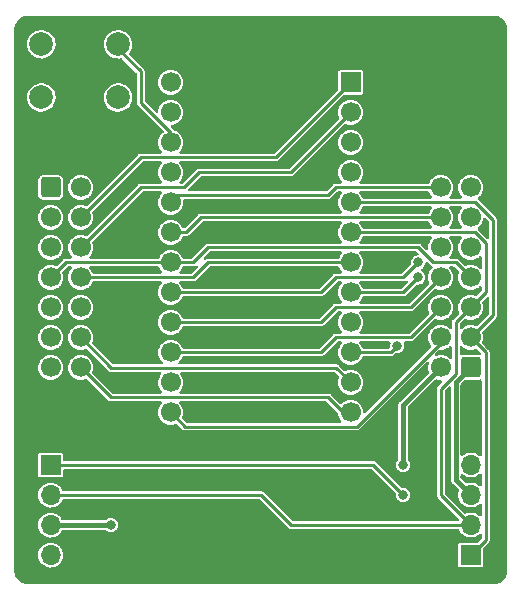
<source format=gbl>
%TF.GenerationSoftware,KiCad,Pcbnew,(6.0.5-0)*%
%TF.CreationDate,2022-06-20T18:53:45+08:00*%
%TF.ProjectId,Control,436f6e74-726f-46c2-9e6b-696361645f70,V3.2.1*%
%TF.SameCoordinates,PX7df6180PY32de760*%
%TF.FileFunction,Copper,L2,Bot*%
%TF.FilePolarity,Positive*%
%FSLAX46Y46*%
G04 Gerber Fmt 4.6, Leading zero omitted, Abs format (unit mm)*
G04 Created by KiCad (PCBNEW (6.0.5-0)) date 2022-06-20 18:53:45*
%MOMM*%
%LPD*%
G01*
G04 APERTURE LIST*
G04 Aperture macros list*
%AMRoundRect*
0 Rectangle with rounded corners*
0 $1 Rounding radius*
0 $2 $3 $4 $5 $6 $7 $8 $9 X,Y pos of 4 corners*
0 Add a 4 corners polygon primitive as box body*
4,1,4,$2,$3,$4,$5,$6,$7,$8,$9,$2,$3,0*
0 Add four circle primitives for the rounded corners*
1,1,$1+$1,$2,$3*
1,1,$1+$1,$4,$5*
1,1,$1+$1,$6,$7*
1,1,$1+$1,$8,$9*
0 Add four rect primitives between the rounded corners*
20,1,$1+$1,$2,$3,$4,$5,0*
20,1,$1+$1,$4,$5,$6,$7,0*
20,1,$1+$1,$6,$7,$8,$9,0*
20,1,$1+$1,$8,$9,$2,$3,0*%
G04 Aperture macros list end*
%TA.AperFunction,ComponentPad*%
%ADD10RoundRect,0.250000X-0.600000X-0.600000X0.600000X-0.600000X0.600000X0.600000X-0.600000X0.600000X0*%
%TD*%
%TA.AperFunction,ComponentPad*%
%ADD11C,1.700000*%
%TD*%
%TA.AperFunction,ComponentPad*%
%ADD12RoundRect,0.250000X0.600000X0.600000X-0.600000X0.600000X-0.600000X-0.600000X0.600000X-0.600000X0*%
%TD*%
%TA.AperFunction,ComponentPad*%
%ADD13C,2.000000*%
%TD*%
%TA.AperFunction,ComponentPad*%
%ADD14R,1.700000X1.700000*%
%TD*%
%TA.AperFunction,ComponentPad*%
%ADD15O,1.700000X1.700000*%
%TD*%
%TA.AperFunction,ViaPad*%
%ADD16C,0.800000*%
%TD*%
%TA.AperFunction,Conductor*%
%ADD17C,0.381000*%
%TD*%
%TA.AperFunction,Conductor*%
%ADD18C,0.250000*%
%TD*%
%TA.AperFunction,Conductor*%
%ADD19C,0.400000*%
%TD*%
G04 APERTURE END LIST*
D10*
%TO.P,J1,1,Pin_1*%
%TO.N,VCC*%
X-10160000Y-8890000D03*
D11*
%TO.P,J1,2,Pin_2*%
%TO.N,GND*%
X-7620000Y-8890000D03*
%TO.P,J1,3,Pin_3*%
%TO.N,Row1*%
X-10160000Y-11430000D03*
%TO.P,J1,4,Pin_4*%
%TO.N,Col1*%
X-7620000Y-11430000D03*
%TO.P,J1,5,Pin_5*%
%TO.N,Row2*%
X-10160000Y-13970000D03*
%TO.P,J1,6,Pin_6*%
%TO.N,Col2*%
X-7620000Y-13970000D03*
%TO.P,J1,7,Pin_7*%
%TO.N,Row3*%
X-10160000Y-16510000D03*
%TO.P,J1,8,Pin_8*%
%TO.N,Col3*%
X-7620000Y-16510000D03*
%TO.P,J1,9,Pin_9*%
%TO.N,Row4*%
X-10160000Y-19050000D03*
%TO.P,J1,10,Pin_10*%
%TO.N,Col4*%
X-7620000Y-19050000D03*
%TO.P,J1,11,Pin_11*%
%TO.N,Row5*%
X-10160000Y-21590000D03*
%TO.P,J1,12,Pin_12*%
%TO.N,Col5*%
X-7620000Y-21590000D03*
%TO.P,J1,13,Pin_13*%
%TO.N,Row6*%
X-10160000Y-24130000D03*
%TO.P,J1,14,Pin_14*%
%TO.N,Col6*%
X-7620000Y-24130000D03*
%TD*%
D12*
%TO.P,J2,1,Pin_1*%
%TO.N,VCC*%
X25400000Y-24130000D03*
D11*
%TO.P,J2,2,Pin_2*%
%TO.N,GND*%
X22860000Y-24130000D03*
%TO.P,J2,3,Pin_3*%
%TO.N,Row1*%
X25400000Y-21590000D03*
%TO.P,J2,4,Pin_4*%
%TO.N,Col7*%
X22860000Y-21590000D03*
%TO.P,J2,5,Pin_5*%
%TO.N,Row2*%
X25400000Y-19050000D03*
%TO.P,J2,6,Pin_6*%
%TO.N,Col8*%
X22860000Y-19050000D03*
%TO.P,J2,7,Pin_7*%
%TO.N,Row3*%
X25400000Y-16510000D03*
%TO.P,J2,8,Pin_8*%
%TO.N,Col9*%
X22860000Y-16510000D03*
%TO.P,J2,9,Pin_9*%
%TO.N,Row4*%
X25400000Y-13970000D03*
%TO.P,J2,10,Pin_10*%
%TO.N,Col10*%
X22860000Y-13970000D03*
%TO.P,J2,11,Pin_11*%
%TO.N,Row5*%
X25400000Y-11430000D03*
%TO.P,J2,12,Pin_12*%
%TO.N,Col11*%
X22860000Y-11430000D03*
%TO.P,J2,13,Pin_13*%
%TO.N,Row6*%
X25400000Y-8890000D03*
%TO.P,J2,14,Pin_14*%
%TO.N,Col12*%
X22860000Y-8890000D03*
%TD*%
D13*
%TO.P,SW1,*%
%TO.N,*%
X-10945000Y3230000D03*
X-10945000Y-1270000D03*
%TO.P,SW1,1,1*%
%TO.N,Reset*%
X-4445000Y3230000D03*
%TO.P,SW1,2,2*%
%TO.N,GND*%
X-4445000Y-1270000D03*
%TD*%
D14*
%TO.P,J3,1,Pin_1*%
%TO.N,Row1*%
X-10160000Y-32395000D03*
D15*
%TO.P,J3,2,Pin_2*%
%TO.N,Row2*%
X-10160000Y-34935000D03*
%TO.P,J3,3,Pin_3*%
%TO.N,VCC*%
X-10160000Y-37475000D03*
%TO.P,J3,4,Pin_4*%
%TO.N,GND*%
X-10160000Y-40015000D03*
%TD*%
D14*
%TO.P,J4,1,Pin_1*%
%TO.N,Row1*%
X25400000Y-40005000D03*
D15*
%TO.P,J4,2,Pin_2*%
%TO.N,Row2*%
X25400000Y-37465000D03*
%TO.P,J4,3,Pin_3*%
%TO.N,VCC*%
X25400000Y-34925000D03*
%TO.P,J4,4,Pin_4*%
%TO.N,GND*%
X25400000Y-32385000D03*
%TD*%
D14*
%TO.P,U1,1,TX0/PD3*%
%TO.N,Col1*%
X15240000Y0D03*
D11*
%TO.P,U1,2,RX1/PD2*%
%TO.N,Col2*%
X15240000Y-2540000D03*
%TO.P,U1,3,GND*%
%TO.N,GND*%
X15240000Y-5080000D03*
%TO.P,U1,4,GND*%
X15240000Y-7620000D03*
%TO.P,U1,5,2/PD1*%
%TO.N,Row1*%
X15240000Y-10160000D03*
%TO.P,U1,6,3/PD0*%
%TO.N,Row2*%
X15240000Y-12700000D03*
%TO.P,U1,7,4/PD4*%
%TO.N,Col3*%
X15240000Y-15240000D03*
%TO.P,U1,8,5/PC6*%
%TO.N,Row4*%
X15240000Y-17780000D03*
%TO.P,U1,9,6/PD7*%
%TO.N,Col4*%
X15240000Y-20320000D03*
%TO.P,U1,10,7/PE6*%
%TO.N,Row5*%
X15240000Y-22860000D03*
%TO.P,U1,11,8/PB4*%
%TO.N,Col5*%
X15240000Y-25400000D03*
%TO.P,U1,12,9/PB5*%
%TO.N,Col6*%
X15240000Y-27940000D03*
%TO.P,U1,13,10/PB6*%
%TO.N,Col7*%
X0Y-27940000D03*
%TO.P,U1,14,16/PB2*%
%TO.N,Row6*%
X0Y-25400000D03*
%TO.P,U1,15,14/PB3*%
%TO.N,Col8*%
X0Y-22860000D03*
%TO.P,U1,16,15/PB1*%
%TO.N,Col9*%
X0Y-20320000D03*
%TO.P,U1,17,A0/PF7*%
%TO.N,Col10*%
X0Y-17780000D03*
%TO.P,U1,18,A1/PF6*%
%TO.N,Row3*%
X0Y-15240000D03*
%TO.P,U1,19,A2/PF5*%
%TO.N,Col11*%
X0Y-12700000D03*
%TO.P,U1,20,A3/PF4*%
%TO.N,Col12*%
X0Y-10160000D03*
%TO.P,U1,21,VCC*%
%TO.N,VCC*%
X0Y-7620000D03*
%TO.P,U1,22,RST*%
%TO.N,Reset*%
X0Y-5080000D03*
%TO.P,U1,23,GND*%
%TO.N,GND*%
X0Y-2540000D03*
%TO.P,U1,24,RAW*%
%TO.N,unconnected-(U1-Pad24)*%
X0Y0D03*
%TD*%
D16*
%TO.N,Row1*%
X19685000Y-34925000D03*
%TO.N,VCC*%
X-5080000Y-37465000D03*
%TO.N,Row5*%
X19169511Y-22314500D03*
%TO.N,Row4*%
X20955000Y-16510000D03*
%TO.N,Col10*%
X20955000Y-15240000D03*
%TO.N,GND*%
X19685000Y-32385000D03*
%TD*%
D17*
%TO.N,VCC*%
X-10160000Y-37475000D02*
X-5090000Y-37475000D01*
X-5090000Y-37475000D02*
X-5080000Y-37465000D01*
D18*
%TO.N,Row1*%
X17155000Y-32395000D02*
X19685000Y-34925000D01*
X-10160000Y-32395000D02*
X17155000Y-32395000D01*
D19*
%TO.N,GND*%
X22860000Y-24130000D02*
X19685000Y-27305000D01*
X19685000Y-27305000D02*
X19685000Y-32385000D01*
D18*
%TO.N,Row1*%
X15240000Y-10160000D02*
X25791010Y-10160000D01*
X26670000Y-22860000D02*
X26670000Y-38735000D01*
X26670000Y-38735000D02*
X25400000Y-40005000D01*
X27305000Y-19685000D02*
X25400000Y-21590000D01*
X25791010Y-10160000D02*
X27305000Y-11673990D01*
X25400000Y-21590000D02*
X26670000Y-22860000D01*
X27305000Y-11673990D02*
X27305000Y-19685000D01*
%TO.N,Col1*%
X8890000Y-6350000D02*
X-2540000Y-6350000D01*
X15240000Y0D02*
X8890000Y-6350000D01*
X-2540000Y-6350000D02*
X-7620000Y-11430000D01*
D17*
%TO.N,VCC*%
X25400000Y-24130000D02*
X24130000Y-25400000D01*
X24130000Y-33655000D02*
X25400000Y-34925000D01*
X24130000Y-25400000D02*
X24130000Y-33655000D01*
D18*
%TO.N,Col9*%
X12700000Y-20320000D02*
X0Y-20320000D01*
X13970000Y-19050000D02*
X12700000Y-20320000D01*
X20320000Y-19050000D02*
X13970000Y-19050000D01*
X22860000Y-16510000D02*
X20320000Y-19050000D01*
%TO.N,Col8*%
X12700000Y-22860000D02*
X13970000Y-21590000D01*
X0Y-22860000D02*
X12700000Y-22860000D01*
X20320000Y-21590000D02*
X22860000Y-19050000D01*
X13970000Y-21590000D02*
X20320000Y-21590000D01*
%TO.N,Col7*%
X1200811Y-29140811D02*
X15737393Y-29140811D01*
X22860000Y-22018204D02*
X22860000Y-21590000D01*
X0Y-27940000D02*
X1200811Y-29140811D01*
X15737393Y-29140811D02*
X22860000Y-22018204D01*
%TO.N,Row3*%
X0Y-15240000D02*
X-8890000Y-15240000D01*
X24130000Y-15240000D02*
X25400000Y-16510000D01*
X22225000Y-15240000D02*
X24130000Y-15240000D01*
X1905000Y-15240000D02*
X3175000Y-13970000D01*
X-8890000Y-15240000D02*
X-10160000Y-16510000D01*
X20955000Y-13970000D02*
X22225000Y-15240000D01*
X0Y-15240000D02*
X1905000Y-15240000D01*
X3175000Y-13970000D02*
X20955000Y-13970000D01*
%TO.N,Row5*%
X15240000Y-22860000D02*
X18624011Y-22860000D01*
X18624011Y-22860000D02*
X19169511Y-22314500D01*
%TO.N,Row4*%
X19685000Y-17780000D02*
X20955000Y-16510000D01*
X15240000Y-17780000D02*
X19685000Y-17780000D01*
%TO.N,Col6*%
X14605000Y-27940000D02*
X13335000Y-26670000D01*
X13335000Y-26670000D02*
X-5080000Y-26670000D01*
X15240000Y-27940000D02*
X14605000Y-27940000D01*
X-5080000Y-26670000D02*
X-7620000Y-24130000D01*
%TO.N,Col5*%
X14039189Y-24199189D02*
X-5010811Y-24199189D01*
X15240000Y-25400000D02*
X14039189Y-24199189D01*
X-5010811Y-24199189D02*
X-7620000Y-21590000D01*
%TO.N,Col3*%
X15240000Y-15240000D02*
X3175000Y-15240000D01*
X3175000Y-15240000D02*
X1905000Y-16510000D01*
X1905000Y-16510000D02*
X-7620000Y-16510000D01*
%TO.N,Col2*%
X10160000Y-7620000D02*
X2418005Y-7620000D01*
X15240000Y-2540000D02*
X10160000Y-7620000D01*
X1148005Y-8890000D02*
X-2540000Y-8890000D01*
X-2540000Y-8890000D02*
X-7620000Y-13970000D01*
X2418005Y-7620000D02*
X1148005Y-8890000D01*
%TO.N,Row2*%
X15240000Y-12700000D02*
X25791010Y-12700000D01*
X10160000Y-37465000D02*
X25400000Y-37465000D01*
X26670000Y-13578990D02*
X26670000Y-17780000D01*
X25400000Y-19050000D02*
X24130000Y-20320000D01*
X7620000Y-34925000D02*
X10160000Y-37465000D01*
X26670000Y-17780000D02*
X25400000Y-19050000D01*
X24130000Y-24671664D02*
X22860000Y-25941664D01*
X24130000Y-20320000D02*
X24130000Y-24671664D01*
X22860000Y-25941664D02*
X22860000Y-34925000D01*
X25791010Y-12700000D02*
X26670000Y-13578990D01*
X-10160000Y-34935000D02*
X-10150000Y-34925000D01*
X-10150000Y-34925000D02*
X7620000Y-34925000D01*
X22860000Y-34925000D02*
X25400000Y-37465000D01*
%TO.N,Reset*%
X0Y-4238857D02*
X-2540000Y-1698857D01*
X-2540000Y928000D02*
X-4700200Y3088200D01*
X0Y-5080000D02*
X0Y-4238857D01*
X-2540000Y-1698857D02*
X-2540000Y928000D01*
%TO.N,Col12*%
X635000Y-9525000D02*
X13335000Y-9525000D01*
X13970000Y-8890000D02*
X22860000Y-8890000D01*
X13335000Y-9525000D02*
X13970000Y-8890000D01*
X0Y-10160000D02*
X635000Y-9525000D01*
%TO.N,Col11*%
X1270000Y-12700000D02*
X2540000Y-11430000D01*
X0Y-12700000D02*
X1270000Y-12700000D01*
X2540000Y-11430000D02*
X22860000Y-11430000D01*
%TO.N,Col10*%
X13970000Y-16510000D02*
X19685000Y-16510000D01*
X0Y-17780000D02*
X12700000Y-17780000D01*
X12700000Y-17780000D02*
X13970000Y-16510000D01*
X19685000Y-16510000D02*
X20955000Y-15240000D01*
%TD*%
%TA.AperFunction,NonConductor*%
G36*
X21837332Y-9235502D02*
G01*
X21881278Y-9283906D01*
X21949268Y-9416200D01*
X21972712Y-9461818D01*
X22100677Y-9623270D01*
X22100550Y-9623370D01*
X22132227Y-9683870D01*
X22125927Y-9754586D01*
X22082395Y-9810671D01*
X22008658Y-9834500D01*
X16331269Y-9834500D01*
X16263148Y-9814498D01*
X16216008Y-9757991D01*
X16215935Y-9757749D01*
X16119218Y-9575849D01*
X15993037Y-9421136D01*
X15965483Y-9355704D01*
X15977678Y-9285763D01*
X16025751Y-9233518D01*
X16090680Y-9215500D01*
X21769211Y-9215500D01*
X21837332Y-9235502D01*
G37*
%TD.AperFunction*%
%TA.AperFunction,NonConductor*%
G36*
X22079054Y-10505502D02*
G01*
X22125547Y-10559158D01*
X22135651Y-10629432D01*
X22107454Y-10692491D01*
X21989024Y-10833630D01*
X21986056Y-10839028D01*
X21986053Y-10839033D01*
X21922922Y-10953870D01*
X21889776Y-11014162D01*
X21887914Y-11020031D01*
X21885485Y-11025699D01*
X21883458Y-11024830D01*
X21849342Y-11075481D01*
X21784140Y-11103575D01*
X21768901Y-11104500D01*
X16087722Y-11104500D01*
X16019601Y-11084498D01*
X15973108Y-11030842D01*
X15963004Y-10960568D01*
X15992340Y-10896169D01*
X16098540Y-10773134D01*
X16098540Y-10773133D01*
X16102564Y-10768472D01*
X16123387Y-10731818D01*
X16181550Y-10629432D01*
X16204323Y-10589344D01*
X16210184Y-10571726D01*
X16250666Y-10513403D01*
X16316254Y-10486224D01*
X16329741Y-10485500D01*
X22010933Y-10485500D01*
X22079054Y-10505502D01*
G37*
%TD.AperFunction*%
%TA.AperFunction,NonConductor*%
G36*
X24619054Y-10505502D02*
G01*
X24665547Y-10559158D01*
X24675651Y-10629432D01*
X24647454Y-10692491D01*
X24529024Y-10833630D01*
X24526056Y-10839028D01*
X24526053Y-10839033D01*
X24462287Y-10955024D01*
X24429776Y-11014162D01*
X24367484Y-11210532D01*
X24366798Y-11216649D01*
X24366797Y-11216653D01*
X24345207Y-11409137D01*
X24344520Y-11415262D01*
X24345036Y-11421406D01*
X24360325Y-11603471D01*
X24361759Y-11620553D01*
X24363458Y-11626478D01*
X24415743Y-11808817D01*
X24418544Y-11818586D01*
X24421359Y-11824063D01*
X24421360Y-11824066D01*
X24491804Y-11961136D01*
X24512712Y-12001818D01*
X24640677Y-12163270D01*
X24640550Y-12163370D01*
X24672227Y-12223870D01*
X24665927Y-12294586D01*
X24622395Y-12350671D01*
X24548658Y-12374500D01*
X23707722Y-12374500D01*
X23639601Y-12354498D01*
X23593108Y-12300842D01*
X23583004Y-12230568D01*
X23612340Y-12166169D01*
X23718540Y-12043134D01*
X23718540Y-12043133D01*
X23722564Y-12038472D01*
X23743387Y-12001818D01*
X23772515Y-11950543D01*
X23824323Y-11859344D01*
X23889351Y-11663863D01*
X23915171Y-11459474D01*
X23915583Y-11430000D01*
X23895480Y-11224970D01*
X23835935Y-11027749D01*
X23739218Y-10845849D01*
X23613037Y-10691136D01*
X23585483Y-10625704D01*
X23597678Y-10555763D01*
X23645751Y-10503518D01*
X23710680Y-10485500D01*
X24550933Y-10485500D01*
X24619054Y-10505502D01*
G37*
%TD.AperFunction*%
%TA.AperFunction,NonConductor*%
G36*
X21837332Y-11775502D02*
G01*
X21881278Y-11823906D01*
X21951722Y-11960975D01*
X21972712Y-12001818D01*
X22100677Y-12163270D01*
X22100550Y-12163370D01*
X22132227Y-12223870D01*
X22125927Y-12294586D01*
X22082395Y-12350671D01*
X22008658Y-12374500D01*
X16331269Y-12374500D01*
X16263148Y-12354498D01*
X16216008Y-12297991D01*
X16215935Y-12297749D01*
X16119218Y-12115849D01*
X15993037Y-11961136D01*
X15965483Y-11895704D01*
X15977678Y-11825763D01*
X16025751Y-11773518D01*
X16090680Y-11755500D01*
X21769211Y-11755500D01*
X21837332Y-11775502D01*
G37*
%TD.AperFunction*%
%TA.AperFunction,NonConductor*%
G36*
X26656663Y-11485980D02*
G01*
X26942595Y-11771912D01*
X26976621Y-11834224D01*
X26979500Y-11861007D01*
X26979500Y-13123974D01*
X26959498Y-13192095D01*
X26905842Y-13238588D01*
X26835568Y-13248692D01*
X26770988Y-13219198D01*
X26764405Y-13213069D01*
X26035121Y-12483785D01*
X26027694Y-12475681D01*
X26008712Y-12453059D01*
X25980248Y-12388018D01*
X25991465Y-12317914D01*
X26027659Y-12272780D01*
X26127951Y-12194424D01*
X26262564Y-12038472D01*
X26283387Y-12001818D01*
X26312515Y-11950543D01*
X26364323Y-11859344D01*
X26429351Y-11663863D01*
X26442563Y-11559280D01*
X26470943Y-11494207D01*
X26530003Y-11454805D01*
X26600989Y-11453588D01*
X26656663Y-11485980D01*
G37*
%TD.AperFunction*%
%TA.AperFunction,NonConductor*%
G36*
X22079054Y-13045502D02*
G01*
X22125547Y-13099158D01*
X22135651Y-13169432D01*
X22107454Y-13232491D01*
X21989024Y-13373630D01*
X21986056Y-13379028D01*
X21986053Y-13379033D01*
X21922287Y-13495024D01*
X21889776Y-13554162D01*
X21827484Y-13750532D01*
X21826798Y-13756649D01*
X21826797Y-13756653D01*
X21805207Y-13949137D01*
X21804520Y-13955262D01*
X21805036Y-13961406D01*
X21805036Y-13961407D01*
X21812737Y-14053120D01*
X21798505Y-14122675D01*
X21748928Y-14173495D01*
X21679746Y-14189444D01*
X21612924Y-14165458D01*
X21598084Y-14152758D01*
X21199111Y-13753785D01*
X21191684Y-13745681D01*
X21174541Y-13725251D01*
X21174540Y-13725250D01*
X21167455Y-13716806D01*
X21157906Y-13711293D01*
X21134815Y-13697961D01*
X21125544Y-13692055D01*
X21116611Y-13685800D01*
X21094684Y-13670446D01*
X21084034Y-13667592D01*
X21080866Y-13666115D01*
X21077590Y-13664923D01*
X21068045Y-13659412D01*
X21034301Y-13653462D01*
X21030942Y-13652870D01*
X21020215Y-13650492D01*
X20983807Y-13640736D01*
X20972822Y-13641697D01*
X20972820Y-13641697D01*
X20946272Y-13644020D01*
X20935290Y-13644500D01*
X16087722Y-13644500D01*
X16019601Y-13624498D01*
X15973108Y-13570842D01*
X15963004Y-13500568D01*
X15992340Y-13436169D01*
X16098540Y-13313134D01*
X16098540Y-13313133D01*
X16102564Y-13308472D01*
X16123387Y-13271818D01*
X16155201Y-13215815D01*
X16204323Y-13129344D01*
X16210184Y-13111726D01*
X16250666Y-13053403D01*
X16316254Y-13026224D01*
X16329741Y-13025500D01*
X22010933Y-13025500D01*
X22079054Y-13045502D01*
G37*
%TD.AperFunction*%
%TA.AperFunction,NonConductor*%
G36*
X-780946Y-9235502D02*
G01*
X-734453Y-9289158D01*
X-724349Y-9359432D01*
X-752546Y-9422491D01*
X-870976Y-9563630D01*
X-873944Y-9569028D01*
X-873947Y-9569033D01*
X-940761Y-9690568D01*
X-970224Y-9744162D01*
X-1032516Y-9940532D01*
X-1033202Y-9946649D01*
X-1033203Y-9946653D01*
X-1037930Y-9988795D01*
X-1055480Y-10145262D01*
X-1038241Y-10350553D01*
X-1036542Y-10356478D01*
X-1007747Y-10456897D01*
X-981456Y-10548586D01*
X-978641Y-10554063D01*
X-978640Y-10554066D01*
X-908196Y-10691136D01*
X-887288Y-10731818D01*
X-759323Y-10893270D01*
X-754630Y-10897264D01*
X-754629Y-10897265D01*
X-610374Y-11020035D01*
X-602436Y-11026791D01*
X-422602Y-11127297D01*
X-328219Y-11157964D01*
X-232529Y-11189056D01*
X-232525Y-11189057D01*
X-226671Y-11190959D01*
X-22106Y-11215351D01*
X-15971Y-11214879D01*
X-15969Y-11214879D01*
X40523Y-11210532D01*
X183300Y-11199546D01*
X189230Y-11197890D01*
X189232Y-11197890D01*
X375797Y-11145800D01*
X375796Y-11145800D01*
X381725Y-11144145D01*
X387214Y-11141372D01*
X387220Y-11141370D01*
X560116Y-11054033D01*
X565610Y-11051258D01*
X591742Y-11030842D01*
X646780Y-10987841D01*
X727951Y-10924424D01*
X862564Y-10768472D01*
X883387Y-10731818D01*
X912515Y-10680543D01*
X964323Y-10589344D01*
X1029351Y-10393863D01*
X1055171Y-10189474D01*
X1055583Y-10160000D01*
X1038797Y-9988795D01*
X1052057Y-9919047D01*
X1100920Y-9867541D01*
X1164196Y-9850500D01*
X13315290Y-9850500D01*
X13326272Y-9850980D01*
X13352820Y-9853303D01*
X13352822Y-9853303D01*
X13363807Y-9854264D01*
X13400215Y-9844508D01*
X13410942Y-9842130D01*
X13414301Y-9841538D01*
X13448045Y-9835588D01*
X13457590Y-9830077D01*
X13460866Y-9828885D01*
X13464034Y-9827408D01*
X13474684Y-9824554D01*
X13505544Y-9802945D01*
X13514815Y-9797039D01*
X13537906Y-9783707D01*
X13547455Y-9778194D01*
X13571685Y-9749317D01*
X13579111Y-9741215D01*
X14067921Y-9252405D01*
X14130233Y-9218379D01*
X14157016Y-9215500D01*
X14390933Y-9215500D01*
X14459054Y-9235502D01*
X14505547Y-9289158D01*
X14515651Y-9359432D01*
X14487454Y-9422491D01*
X14369024Y-9563630D01*
X14366056Y-9569028D01*
X14366053Y-9569033D01*
X14299239Y-9690568D01*
X14269776Y-9744162D01*
X14207484Y-9940532D01*
X14206798Y-9946649D01*
X14206797Y-9946653D01*
X14202070Y-9988795D01*
X14184520Y-10145262D01*
X14201759Y-10350553D01*
X14203458Y-10356478D01*
X14232253Y-10456897D01*
X14258544Y-10548586D01*
X14261359Y-10554063D01*
X14261360Y-10554066D01*
X14331804Y-10691136D01*
X14352712Y-10731818D01*
X14480677Y-10893270D01*
X14480550Y-10893370D01*
X14512227Y-10953870D01*
X14505927Y-11024586D01*
X14462395Y-11080671D01*
X14388658Y-11104500D01*
X2559713Y-11104500D01*
X2548732Y-11104021D01*
X2522170Y-11101697D01*
X2522168Y-11101697D01*
X2511193Y-11100737D01*
X2474783Y-11110492D01*
X2464076Y-11112866D01*
X2426955Y-11119412D01*
X2417411Y-11124922D01*
X2414135Y-11126114D01*
X2410964Y-11127593D01*
X2400316Y-11130446D01*
X2391287Y-11136768D01*
X2369449Y-11152059D01*
X2360179Y-11157964D01*
X2337092Y-11171293D01*
X2337088Y-11171296D01*
X2327545Y-11176806D01*
X2309853Y-11197890D01*
X2303320Y-11205676D01*
X2295894Y-11213779D01*
X1734172Y-11775502D01*
X1177946Y-12331728D01*
X1115634Y-12365753D01*
X1044819Y-12360689D01*
X987983Y-12318142D01*
X976287Y-12297562D01*
X975935Y-12297749D01*
X882111Y-12121290D01*
X879218Y-12115849D01*
X786216Y-12001818D01*
X752906Y-11960975D01*
X752903Y-11960972D01*
X749011Y-11956200D01*
X731786Y-11941950D01*
X595025Y-11828811D01*
X595021Y-11828809D01*
X590275Y-11824882D01*
X409055Y-11726897D01*
X212254Y-11665977D01*
X206129Y-11665333D01*
X206128Y-11665333D01*
X13498Y-11645087D01*
X13496Y-11645087D01*
X7369Y-11644443D01*
X-79471Y-11652346D01*
X-191658Y-11662555D01*
X-191661Y-11662556D01*
X-197797Y-11663114D01*
X-395428Y-11721280D01*
X-577998Y-11816726D01*
X-582799Y-11820586D01*
X-582802Y-11820588D01*
X-680864Y-11899432D01*
X-738553Y-11945815D01*
X-870976Y-12103630D01*
X-873944Y-12109028D01*
X-873947Y-12109033D01*
X-940761Y-12230568D01*
X-970224Y-12284162D01*
X-1032516Y-12480532D01*
X-1055480Y-12685262D01*
X-1038241Y-12890553D01*
X-1036542Y-12896478D01*
X-998466Y-13029264D01*
X-981456Y-13088586D01*
X-978641Y-13094063D01*
X-978640Y-13094066D01*
X-908196Y-13231136D01*
X-887288Y-13271818D01*
X-759323Y-13433270D01*
X-754630Y-13437264D01*
X-754629Y-13437265D01*
X-610374Y-13560035D01*
X-602436Y-13566791D01*
X-422602Y-13667297D01*
X-328228Y-13697961D01*
X-232529Y-13729056D01*
X-232525Y-13729057D01*
X-226671Y-13730959D01*
X-22106Y-13755351D01*
X-15971Y-13754879D01*
X-15969Y-13754879D01*
X40523Y-13750532D01*
X183300Y-13739546D01*
X189230Y-13737890D01*
X189232Y-13737890D01*
X342080Y-13695214D01*
X381725Y-13684145D01*
X387214Y-13681372D01*
X387220Y-13681370D01*
X560116Y-13594033D01*
X565610Y-13591258D01*
X591742Y-13570842D01*
X646780Y-13527841D01*
X727951Y-13464424D01*
X780163Y-13403936D01*
X858540Y-13313134D01*
X858540Y-13313133D01*
X862564Y-13308472D01*
X883387Y-13271818D01*
X915201Y-13215815D01*
X964323Y-13129344D01*
X970184Y-13111726D01*
X1010666Y-13053403D01*
X1076254Y-13026224D01*
X1089741Y-13025500D01*
X1250290Y-13025500D01*
X1261272Y-13025980D01*
X1287820Y-13028303D01*
X1287822Y-13028303D01*
X1298807Y-13029264D01*
X1335215Y-13019508D01*
X1345942Y-13017130D01*
X1349301Y-13016538D01*
X1383045Y-13010588D01*
X1392590Y-13005077D01*
X1395866Y-13003885D01*
X1399034Y-13002408D01*
X1409684Y-12999554D01*
X1440544Y-12977945D01*
X1449815Y-12972039D01*
X1472910Y-12958705D01*
X1472911Y-12958704D01*
X1482455Y-12953194D01*
X1506685Y-12924319D01*
X1514110Y-12916217D01*
X2637922Y-11792405D01*
X2700234Y-11758379D01*
X2727017Y-11755500D01*
X14390933Y-11755500D01*
X14459054Y-11775502D01*
X14505547Y-11829158D01*
X14515651Y-11899432D01*
X14487454Y-11962491D01*
X14369024Y-12103630D01*
X14366056Y-12109028D01*
X14366053Y-12109033D01*
X14299239Y-12230568D01*
X14269776Y-12284162D01*
X14207484Y-12480532D01*
X14184520Y-12685262D01*
X14201759Y-12890553D01*
X14203458Y-12896478D01*
X14241534Y-13029264D01*
X14258544Y-13088586D01*
X14261359Y-13094063D01*
X14261360Y-13094066D01*
X14331804Y-13231136D01*
X14352712Y-13271818D01*
X14480677Y-13433270D01*
X14480550Y-13433370D01*
X14512227Y-13493870D01*
X14505927Y-13564586D01*
X14462395Y-13620671D01*
X14388658Y-13644500D01*
X3194713Y-13644500D01*
X3183732Y-13644021D01*
X3157170Y-13641697D01*
X3157168Y-13641697D01*
X3146193Y-13640737D01*
X3109783Y-13650492D01*
X3099076Y-13652866D01*
X3061955Y-13659412D01*
X3052411Y-13664922D01*
X3049135Y-13666114D01*
X3045964Y-13667593D01*
X3035316Y-13670446D01*
X3026287Y-13676768D01*
X3004449Y-13692059D01*
X2995179Y-13697964D01*
X2972092Y-13711293D01*
X2972088Y-13711296D01*
X2962545Y-13716806D01*
X2944853Y-13737890D01*
X2938320Y-13745676D01*
X2930894Y-13753779D01*
X1807079Y-14877595D01*
X1744767Y-14911620D01*
X1717984Y-14914500D01*
X1091269Y-14914500D01*
X1023148Y-14894498D01*
X976008Y-14837991D01*
X975935Y-14837749D01*
X879218Y-14655849D01*
X786216Y-14541818D01*
X752906Y-14500975D01*
X752903Y-14500972D01*
X749011Y-14496200D01*
X744262Y-14492271D01*
X595025Y-14368811D01*
X595021Y-14368809D01*
X590275Y-14364882D01*
X409055Y-14266897D01*
X212254Y-14205977D01*
X206129Y-14205333D01*
X206128Y-14205333D01*
X13498Y-14185087D01*
X13496Y-14185087D01*
X7369Y-14184443D01*
X-79471Y-14192346D01*
X-191658Y-14202555D01*
X-191661Y-14202556D01*
X-197797Y-14203114D01*
X-395428Y-14261280D01*
X-577998Y-14356726D01*
X-582799Y-14360586D01*
X-582802Y-14360588D01*
X-680864Y-14439432D01*
X-738553Y-14485815D01*
X-870976Y-14643630D01*
X-873944Y-14649028D01*
X-873947Y-14649033D01*
X-937078Y-14763870D01*
X-970224Y-14824162D01*
X-972086Y-14830031D01*
X-974515Y-14835699D01*
X-976542Y-14834830D01*
X-1010658Y-14885481D01*
X-1075860Y-14913575D01*
X-1091099Y-14914500D01*
X-6772278Y-14914500D01*
X-6840399Y-14894498D01*
X-6886892Y-14840842D01*
X-6896996Y-14770568D01*
X-6867660Y-14706169D01*
X-6761460Y-14583134D01*
X-6761460Y-14583133D01*
X-6757436Y-14578472D01*
X-6736613Y-14541818D01*
X-6707485Y-14490543D01*
X-6655677Y-14399344D01*
X-6590649Y-14203863D01*
X-6564829Y-13999474D01*
X-6564417Y-13970000D01*
X-6584520Y-13764970D01*
X-6644065Y-13567749D01*
X-6645688Y-13564696D01*
X-6653056Y-13495024D01*
X-6618192Y-13428518D01*
X-2442079Y-9252405D01*
X-2379767Y-9218379D01*
X-2352984Y-9215500D01*
X-849067Y-9215500D01*
X-780946Y-9235502D01*
G37*
%TD.AperFunction*%
%TA.AperFunction,NonConductor*%
G36*
X14459054Y-14315502D02*
G01*
X14505547Y-14369158D01*
X14515651Y-14439432D01*
X14487454Y-14502491D01*
X14369024Y-14643630D01*
X14366056Y-14649028D01*
X14366053Y-14649033D01*
X14302922Y-14763870D01*
X14269776Y-14824162D01*
X14267914Y-14830031D01*
X14265485Y-14835699D01*
X14263458Y-14834830D01*
X14229342Y-14885481D01*
X14164140Y-14913575D01*
X14148901Y-14914500D01*
X3194713Y-14914500D01*
X3183732Y-14914021D01*
X3157170Y-14911697D01*
X3157168Y-14911697D01*
X3146193Y-14910737D01*
X3109783Y-14920492D01*
X3099076Y-14922866D01*
X3061955Y-14929412D01*
X3052411Y-14934922D01*
X3049135Y-14936114D01*
X3045964Y-14937593D01*
X3035316Y-14940446D01*
X3026287Y-14946768D01*
X3004449Y-14962059D01*
X2995179Y-14967964D01*
X2977417Y-14978219D01*
X2908422Y-14994957D01*
X2841330Y-14971737D01*
X2797443Y-14915930D01*
X2790694Y-14845255D01*
X2825322Y-14780005D01*
X3272922Y-14332405D01*
X3335234Y-14298379D01*
X3362017Y-14295500D01*
X14390933Y-14295500D01*
X14459054Y-14315502D01*
G37*
%TD.AperFunction*%
%TA.AperFunction,NonConductor*%
G36*
X24619054Y-13045502D02*
G01*
X24665547Y-13099158D01*
X24675651Y-13169432D01*
X24647454Y-13232491D01*
X24529024Y-13373630D01*
X24526056Y-13379028D01*
X24526053Y-13379033D01*
X24462287Y-13495024D01*
X24429776Y-13554162D01*
X24367484Y-13750532D01*
X24366798Y-13756649D01*
X24366797Y-13756653D01*
X24345207Y-13949137D01*
X24344520Y-13955262D01*
X24361759Y-14160553D01*
X24363458Y-14166478D01*
X24411037Y-14332405D01*
X24418544Y-14358586D01*
X24421359Y-14364063D01*
X24421360Y-14364066D01*
X24491804Y-14501136D01*
X24512712Y-14541818D01*
X24640677Y-14703270D01*
X24645370Y-14707264D01*
X24645371Y-14707265D01*
X24730841Y-14780005D01*
X24797564Y-14836791D01*
X24802942Y-14839797D01*
X24802944Y-14839798D01*
X24834563Y-14857469D01*
X24977398Y-14937297D01*
X25069987Y-14967381D01*
X25167471Y-14999056D01*
X25167475Y-14999057D01*
X25173329Y-15000959D01*
X25377894Y-15025351D01*
X25384029Y-15024879D01*
X25384031Y-15024879D01*
X25440039Y-15020569D01*
X25583300Y-15009546D01*
X25589230Y-15007890D01*
X25589232Y-15007890D01*
X25742080Y-14965214D01*
X25781725Y-14954145D01*
X25787214Y-14951372D01*
X25787220Y-14951370D01*
X25960116Y-14864033D01*
X25965610Y-14861258D01*
X25991742Y-14840842D01*
X26123095Y-14738218D01*
X26123096Y-14738217D01*
X26127951Y-14734424D01*
X26131726Y-14730051D01*
X26194732Y-14697619D01*
X26265403Y-14704412D01*
X26321183Y-14748334D01*
X26344500Y-14821357D01*
X26344500Y-15660159D01*
X26324498Y-15728280D01*
X26270842Y-15774773D01*
X26200568Y-15784877D01*
X26138186Y-15757245D01*
X25990275Y-15634882D01*
X25809055Y-15536897D01*
X25612254Y-15475977D01*
X25606129Y-15475333D01*
X25606128Y-15475333D01*
X25413498Y-15455087D01*
X25413496Y-15455087D01*
X25407369Y-15454443D01*
X25320529Y-15462346D01*
X25208342Y-15472555D01*
X25208339Y-15472556D01*
X25202203Y-15473114D01*
X25004572Y-15531280D01*
X24999112Y-15534134D01*
X24994779Y-15535885D01*
X24924126Y-15542858D01*
X24858483Y-15508156D01*
X24374105Y-15023779D01*
X24366678Y-15015674D01*
X24361536Y-15009546D01*
X24342455Y-14986806D01*
X24327582Y-14978219D01*
X24309815Y-14967961D01*
X24300544Y-14962055D01*
X24291611Y-14955800D01*
X24269684Y-14940446D01*
X24259034Y-14937592D01*
X24255866Y-14936115D01*
X24252590Y-14934923D01*
X24243045Y-14929412D01*
X24209301Y-14923462D01*
X24205942Y-14922870D01*
X24195215Y-14920492D01*
X24158807Y-14910736D01*
X24147822Y-14911697D01*
X24147820Y-14911697D01*
X24121272Y-14914020D01*
X24110290Y-14914500D01*
X23707722Y-14914500D01*
X23639601Y-14894498D01*
X23593108Y-14840842D01*
X23583004Y-14770568D01*
X23612340Y-14706169D01*
X23718540Y-14583134D01*
X23718540Y-14583133D01*
X23722564Y-14578472D01*
X23743387Y-14541818D01*
X23772515Y-14490543D01*
X23824323Y-14399344D01*
X23889351Y-14203863D01*
X23915171Y-13999474D01*
X23915583Y-13970000D01*
X23895480Y-13764970D01*
X23835935Y-13567749D01*
X23739218Y-13385849D01*
X23627355Y-13248692D01*
X23613037Y-13231136D01*
X23585483Y-13165704D01*
X23597678Y-13095763D01*
X23645751Y-13043518D01*
X23710680Y-13025500D01*
X24550933Y-13025500D01*
X24619054Y-13045502D01*
G37*
%TD.AperFunction*%
%TA.AperFunction,NonConductor*%
G36*
X-1022668Y-15585502D02*
G01*
X-978722Y-15633906D01*
X-906326Y-15774773D01*
X-887288Y-15811818D01*
X-759323Y-15973270D01*
X-759450Y-15973370D01*
X-727773Y-16033870D01*
X-734073Y-16104586D01*
X-777605Y-16160671D01*
X-851342Y-16184500D01*
X-6528731Y-16184500D01*
X-6596852Y-16164498D01*
X-6643992Y-16107991D01*
X-6644065Y-16107749D01*
X-6740782Y-15925849D01*
X-6866963Y-15771136D01*
X-6894517Y-15705704D01*
X-6882322Y-15635763D01*
X-6834249Y-15583518D01*
X-6769320Y-15565500D01*
X-1090789Y-15565500D01*
X-1022668Y-15585502D01*
G37*
%TD.AperFunction*%
%TA.AperFunction,NonConductor*%
G36*
X2238670Y-15508260D02*
G01*
X2282558Y-15564066D01*
X2289309Y-15634741D01*
X2254681Y-15699992D01*
X1807078Y-16147596D01*
X1744767Y-16181620D01*
X1717984Y-16184500D01*
X847722Y-16184500D01*
X779601Y-16164498D01*
X733108Y-16110842D01*
X723004Y-16040568D01*
X752340Y-15976169D01*
X858540Y-15853134D01*
X858540Y-15853133D01*
X862564Y-15848472D01*
X883387Y-15811818D01*
X930843Y-15728280D01*
X964323Y-15669344D01*
X970184Y-15651726D01*
X1010666Y-15593403D01*
X1076254Y-15566224D01*
X1089741Y-15565500D01*
X1885290Y-15565500D01*
X1896272Y-15565980D01*
X1922820Y-15568303D01*
X1922822Y-15568303D01*
X1933807Y-15569264D01*
X1970215Y-15559508D01*
X1980942Y-15557130D01*
X1984301Y-15556538D01*
X2018045Y-15550588D01*
X2027590Y-15545077D01*
X2030866Y-15543885D01*
X2034034Y-15542408D01*
X2044684Y-15539554D01*
X2075550Y-15517941D01*
X2084813Y-15512040D01*
X2102583Y-15501780D01*
X2171578Y-15485041D01*
X2238670Y-15508260D01*
G37*
%TD.AperFunction*%
%TA.AperFunction,NonConductor*%
G36*
X20836104Y-14315502D02*
G01*
X20857078Y-14332405D01*
X20954592Y-14429919D01*
X20988618Y-14492231D01*
X20983553Y-14563046D01*
X20941006Y-14619882D01*
X20881943Y-14643936D01*
X20827732Y-14651073D01*
X20798238Y-14654956D01*
X20652159Y-14715464D01*
X20526718Y-14811718D01*
X20521695Y-14818264D01*
X20504370Y-14840842D01*
X20430464Y-14937159D01*
X20369956Y-15083238D01*
X20349318Y-15240000D01*
X20358118Y-15306841D01*
X20347179Y-15376988D01*
X20322292Y-15412381D01*
X19587079Y-16147595D01*
X19524766Y-16181620D01*
X19497983Y-16184500D01*
X16087722Y-16184500D01*
X16019601Y-16164498D01*
X15973108Y-16110842D01*
X15963004Y-16040568D01*
X15992340Y-15976169D01*
X16098540Y-15853134D01*
X16098540Y-15853133D01*
X16102564Y-15848472D01*
X16123387Y-15811818D01*
X16154389Y-15757244D01*
X16204323Y-15669344D01*
X16269351Y-15473863D01*
X16295171Y-15269474D01*
X16295583Y-15240000D01*
X16275480Y-15034970D01*
X16215935Y-14837749D01*
X16119218Y-14655849D01*
X15993037Y-14501136D01*
X15965483Y-14435704D01*
X15977678Y-14365763D01*
X16025751Y-14313518D01*
X16090680Y-14295500D01*
X20767983Y-14295500D01*
X20836104Y-14315502D01*
G37*
%TD.AperFunction*%
%TA.AperFunction,NonConductor*%
G36*
X14217332Y-15585502D02*
G01*
X14261278Y-15633906D01*
X14333674Y-15774773D01*
X14352712Y-15811818D01*
X14480677Y-15973270D01*
X14480550Y-15973370D01*
X14512227Y-16033870D01*
X14505927Y-16104586D01*
X14462395Y-16160671D01*
X14388658Y-16184500D01*
X13989713Y-16184500D01*
X13978732Y-16184021D01*
X13952170Y-16181697D01*
X13952168Y-16181697D01*
X13941193Y-16180737D01*
X13904783Y-16190492D01*
X13894076Y-16192866D01*
X13856955Y-16199412D01*
X13847411Y-16204922D01*
X13844135Y-16206114D01*
X13840964Y-16207593D01*
X13830316Y-16210446D01*
X13821287Y-16216768D01*
X13799449Y-16232059D01*
X13790179Y-16237964D01*
X13767092Y-16251293D01*
X13767088Y-16251296D01*
X13757545Y-16256806D01*
X13750460Y-16265250D01*
X13733320Y-16285676D01*
X13725894Y-16293779D01*
X13156271Y-16863403D01*
X12602079Y-17417595D01*
X12539767Y-17451620D01*
X12512984Y-17454500D01*
X1091269Y-17454500D01*
X1023148Y-17434498D01*
X976008Y-17377991D01*
X975935Y-17377749D01*
X879218Y-17195849D01*
X753037Y-17041136D01*
X725483Y-16975704D01*
X737678Y-16905763D01*
X785751Y-16853518D01*
X850680Y-16835500D01*
X1885290Y-16835500D01*
X1896272Y-16835980D01*
X1922820Y-16838303D01*
X1922822Y-16838303D01*
X1933807Y-16839264D01*
X1970215Y-16829508D01*
X1980942Y-16827130D01*
X1984301Y-16826538D01*
X2018045Y-16820588D01*
X2027590Y-16815077D01*
X2030866Y-16813885D01*
X2034034Y-16812408D01*
X2044684Y-16809554D01*
X2075544Y-16787945D01*
X2084815Y-16782039D01*
X2107910Y-16768705D01*
X2107911Y-16768704D01*
X2117455Y-16763194D01*
X2141685Y-16734319D01*
X2149110Y-16726217D01*
X3272922Y-15602405D01*
X3335234Y-15568379D01*
X3362017Y-15565500D01*
X14149211Y-15565500D01*
X14217332Y-15585502D01*
G37*
%TD.AperFunction*%
%TA.AperFunction,NonConductor*%
G36*
X20018672Y-16778265D02*
G01*
X20062558Y-16834072D01*
X20069306Y-16904748D01*
X20034678Y-16969995D01*
X19587078Y-17417595D01*
X19524766Y-17451621D01*
X19497983Y-17454500D01*
X16331269Y-17454500D01*
X16263148Y-17434498D01*
X16216008Y-17377991D01*
X16215935Y-17377749D01*
X16119218Y-17195849D01*
X15993037Y-17041136D01*
X15965483Y-16975704D01*
X15977678Y-16905763D01*
X16025751Y-16853518D01*
X16090680Y-16835500D01*
X19665290Y-16835500D01*
X19676272Y-16835980D01*
X19702820Y-16838303D01*
X19702822Y-16838303D01*
X19713807Y-16839264D01*
X19750215Y-16829508D01*
X19760942Y-16827130D01*
X19764301Y-16826538D01*
X19798045Y-16820588D01*
X19807590Y-16815077D01*
X19810866Y-16813885D01*
X19814034Y-16812408D01*
X19824684Y-16809554D01*
X19855544Y-16787945D01*
X19864817Y-16782038D01*
X19882585Y-16771780D01*
X19951580Y-16755043D01*
X20018672Y-16778265D01*
G37*
%TD.AperFunction*%
%TA.AperFunction,NonConductor*%
G36*
X21765081Y-15240408D02*
G01*
X21980895Y-15456222D01*
X21988321Y-15464325D01*
X22012545Y-15493194D01*
X22022088Y-15498704D01*
X22022092Y-15498707D01*
X22045179Y-15512036D01*
X22054448Y-15517940D01*
X22085316Y-15539554D01*
X22095960Y-15542406D01*
X22096626Y-15542717D01*
X22149911Y-15589634D01*
X22169371Y-15657912D01*
X22148829Y-15725872D01*
X22129843Y-15746809D01*
X22130656Y-15747639D01*
X22126254Y-15751950D01*
X22121447Y-15755815D01*
X21989024Y-15913630D01*
X21986056Y-15919028D01*
X21986053Y-15919033D01*
X21896617Y-16081718D01*
X21889776Y-16094162D01*
X21827484Y-16290532D01*
X21826798Y-16296649D01*
X21826797Y-16296653D01*
X21806671Y-16476089D01*
X21794954Y-16504012D01*
X21807102Y-16529796D01*
X21808165Y-16538668D01*
X21816544Y-16638445D01*
X21821759Y-16700553D01*
X21823458Y-16706478D01*
X21871037Y-16872405D01*
X21878544Y-16898586D01*
X21881362Y-16904068D01*
X21881363Y-16904072D01*
X21881541Y-16904419D01*
X21881579Y-16904619D01*
X21883630Y-16909799D01*
X21882645Y-16910189D01*
X21894887Y-16974150D01*
X21868414Y-17040027D01*
X21858568Y-17051105D01*
X20222079Y-18687595D01*
X20159767Y-18721620D01*
X20132984Y-18724500D01*
X16087722Y-18724500D01*
X16019601Y-18704498D01*
X15973108Y-18650842D01*
X15963004Y-18580568D01*
X15992340Y-18516169D01*
X16098540Y-18393134D01*
X16098540Y-18393133D01*
X16102564Y-18388472D01*
X16123387Y-18351818D01*
X16157396Y-18291950D01*
X16204323Y-18209344D01*
X16210184Y-18191726D01*
X16250666Y-18133403D01*
X16316254Y-18106224D01*
X16329741Y-18105500D01*
X19665290Y-18105500D01*
X19676272Y-18105980D01*
X19702820Y-18108303D01*
X19702822Y-18108303D01*
X19713807Y-18109264D01*
X19750215Y-18099508D01*
X19760942Y-18097130D01*
X19764301Y-18096538D01*
X19798045Y-18090588D01*
X19807590Y-18085077D01*
X19810866Y-18083885D01*
X19814034Y-18082408D01*
X19824684Y-18079554D01*
X19855544Y-18057945D01*
X19864815Y-18052039D01*
X19887910Y-18038705D01*
X19887911Y-18038704D01*
X19897455Y-18033194D01*
X19921685Y-18004319D01*
X19929110Y-17996217D01*
X20782618Y-17142709D01*
X20844930Y-17108683D01*
X20888158Y-17106882D01*
X20955000Y-17115682D01*
X20963188Y-17114604D01*
X21103574Y-17096122D01*
X21111762Y-17095044D01*
X21257841Y-17034536D01*
X21383282Y-16938282D01*
X21479536Y-16812841D01*
X21540044Y-16666762D01*
X21557685Y-16532765D01*
X21569473Y-16506118D01*
X21556534Y-16478491D01*
X21541122Y-16361426D01*
X21540044Y-16353238D01*
X21479536Y-16207159D01*
X21383282Y-16081718D01*
X21257841Y-15985464D01*
X21252550Y-15983272D01*
X21204364Y-15932738D01*
X21190926Y-15863025D01*
X21217312Y-15797114D01*
X21252224Y-15766863D01*
X21257841Y-15764536D01*
X21383282Y-15668282D01*
X21479536Y-15542841D01*
X21540044Y-15396762D01*
X21551064Y-15313057D01*
X21579786Y-15248129D01*
X21639052Y-15209038D01*
X21710043Y-15208193D01*
X21765081Y-15240408D01*
G37*
%TD.AperFunction*%
%TA.AperFunction,NonConductor*%
G36*
X26897532Y-18116961D02*
G01*
X26954368Y-18159508D01*
X26979179Y-18226028D01*
X26979500Y-18235017D01*
X26979500Y-19497984D01*
X26959498Y-19566105D01*
X26942595Y-19587079D01*
X25941491Y-20588183D01*
X25879179Y-20622209D01*
X25809400Y-20615783D01*
X25809055Y-20616897D01*
X25803786Y-20615266D01*
X25612254Y-20555977D01*
X25606129Y-20555333D01*
X25606128Y-20555333D01*
X25413498Y-20535087D01*
X25413496Y-20535087D01*
X25407369Y-20534443D01*
X25320529Y-20542346D01*
X25208342Y-20552555D01*
X25208339Y-20552556D01*
X25202203Y-20553114D01*
X25004572Y-20611280D01*
X24999107Y-20614137D01*
X24937731Y-20646224D01*
X24822002Y-20706726D01*
X24817201Y-20710586D01*
X24817198Y-20710588D01*
X24661447Y-20835815D01*
X24659859Y-20833839D01*
X24606969Y-20861991D01*
X24536211Y-20856171D01*
X24479832Y-20813021D01*
X24455732Y-20746240D01*
X24455500Y-20738592D01*
X24455500Y-20507017D01*
X24475502Y-20438896D01*
X24492405Y-20417921D01*
X24859123Y-20051204D01*
X24921435Y-20017179D01*
X24987154Y-20020467D01*
X25167471Y-20079056D01*
X25167475Y-20079057D01*
X25173329Y-20080959D01*
X25377894Y-20105351D01*
X25384029Y-20104879D01*
X25384031Y-20104879D01*
X25441472Y-20100459D01*
X25583300Y-20089546D01*
X25589230Y-20087890D01*
X25589232Y-20087890D01*
X25775797Y-20035800D01*
X25775796Y-20035800D01*
X25781725Y-20034145D01*
X25787214Y-20031372D01*
X25787220Y-20031370D01*
X25960116Y-19944033D01*
X25965610Y-19941258D01*
X25986146Y-19925214D01*
X26069547Y-19860054D01*
X26127951Y-19814424D01*
X26262564Y-19658472D01*
X26283387Y-19621818D01*
X26315036Y-19566105D01*
X26364323Y-19479344D01*
X26429351Y-19283863D01*
X26455171Y-19079474D01*
X26455583Y-19050000D01*
X26435480Y-18844970D01*
X26375935Y-18647749D01*
X26374312Y-18644697D01*
X26366944Y-18575028D01*
X26401808Y-18508519D01*
X26764405Y-18145922D01*
X26826717Y-18111896D01*
X26897532Y-18116961D01*
G37*
%TD.AperFunction*%
%TA.AperFunction,NonConductor*%
G36*
X18564354Y-21935502D02*
G01*
X18610847Y-21989158D01*
X18620951Y-22059432D01*
X18612642Y-22089717D01*
X18584467Y-22157738D01*
X18563829Y-22314500D01*
X18564907Y-22322688D01*
X18572629Y-22381342D01*
X18561690Y-22451490D01*
X18536802Y-22486883D01*
X18526090Y-22497595D01*
X18463778Y-22531621D01*
X18436995Y-22534500D01*
X16331269Y-22534500D01*
X16263148Y-22514498D01*
X16216008Y-22457991D01*
X16215935Y-22457749D01*
X16119218Y-22275849D01*
X16016667Y-22150109D01*
X15993037Y-22121136D01*
X15965483Y-22055704D01*
X15977678Y-21985763D01*
X16025751Y-21933518D01*
X16090680Y-21915500D01*
X18496233Y-21915500D01*
X18564354Y-21935502D01*
G37*
%TD.AperFunction*%
%TA.AperFunction,NonConductor*%
G36*
X24663163Y-22342407D02*
G01*
X24789626Y-22450035D01*
X24797564Y-22456791D01*
X24802942Y-22459797D01*
X24802944Y-22459798D01*
X24834563Y-22477469D01*
X24977398Y-22557297D01*
X25052346Y-22581649D01*
X25167471Y-22619056D01*
X25167475Y-22619057D01*
X25173329Y-22620959D01*
X25377894Y-22645351D01*
X25384029Y-22644879D01*
X25384031Y-22644879D01*
X25441459Y-22640460D01*
X25583300Y-22629546D01*
X25589230Y-22627890D01*
X25589232Y-22627890D01*
X25754841Y-22581651D01*
X25781725Y-22574145D01*
X25794717Y-22567582D01*
X25864540Y-22554720D01*
X25930231Y-22581649D01*
X25940626Y-22590952D01*
X26228486Y-22878813D01*
X26262511Y-22941125D01*
X26257446Y-23011941D01*
X26214899Y-23068776D01*
X26148379Y-23093587D01*
X26097641Y-23086790D01*
X26092620Y-23085027D01*
X26092617Y-23085026D01*
X26085369Y-23082481D01*
X26077723Y-23081758D01*
X26077722Y-23081758D01*
X26071752Y-23081194D01*
X26053834Y-23079500D01*
X24746166Y-23079500D01*
X24728248Y-23081194D01*
X24722278Y-23081758D01*
X24722277Y-23081758D01*
X24714631Y-23082481D01*
X24707384Y-23085026D01*
X24623248Y-23114572D01*
X24552348Y-23118270D01*
X24490703Y-23083050D01*
X24457886Y-23020093D01*
X24455500Y-22995689D01*
X24455500Y-22438361D01*
X24475502Y-22370240D01*
X24529158Y-22323747D01*
X24599432Y-22313643D01*
X24663163Y-22342407D01*
G37*
%TD.AperFunction*%
%TA.AperFunction,NonConductor*%
G36*
X23725403Y-22324412D02*
G01*
X23781183Y-22368334D01*
X23804500Y-22441357D01*
X23804500Y-23280159D01*
X23784498Y-23348280D01*
X23730842Y-23394773D01*
X23660568Y-23404877D01*
X23598186Y-23377245D01*
X23450275Y-23254882D01*
X23269055Y-23156897D01*
X23072254Y-23095977D01*
X23066129Y-23095333D01*
X23066128Y-23095333D01*
X22873498Y-23075087D01*
X22873496Y-23075087D01*
X22867369Y-23074443D01*
X22786988Y-23081758D01*
X22668342Y-23092555D01*
X22668339Y-23092556D01*
X22662203Y-23093114D01*
X22656292Y-23094854D01*
X22656285Y-23094855D01*
X22545795Y-23127374D01*
X22474799Y-23127420D01*
X22415048Y-23089074D01*
X22385514Y-23024512D01*
X22395573Y-22954232D01*
X22421125Y-22917406D01*
X22665334Y-22673197D01*
X22727646Y-22639171D01*
X22769347Y-22637178D01*
X22817392Y-22642906D01*
X22837894Y-22645351D01*
X22844029Y-22644879D01*
X22844031Y-22644879D01*
X22901459Y-22640460D01*
X23043300Y-22629546D01*
X23049230Y-22627890D01*
X23049232Y-22627890D01*
X23214841Y-22581651D01*
X23241725Y-22574145D01*
X23247214Y-22571372D01*
X23247220Y-22571370D01*
X23420116Y-22484033D01*
X23425610Y-22481258D01*
X23438405Y-22471262D01*
X23583095Y-22358218D01*
X23583096Y-22358217D01*
X23587951Y-22354424D01*
X23591726Y-22350051D01*
X23654732Y-22317619D01*
X23725403Y-22324412D01*
G37*
%TD.AperFunction*%
%TA.AperFunction,NonConductor*%
G36*
X24011104Y-15585502D02*
G01*
X24032078Y-15602405D01*
X24398257Y-15968584D01*
X24432283Y-16030896D01*
X24429264Y-16095776D01*
X24367484Y-16290532D01*
X24366798Y-16296649D01*
X24366797Y-16296653D01*
X24361306Y-16345609D01*
X24344520Y-16495262D01*
X24345036Y-16501406D01*
X24356544Y-16638445D01*
X24361759Y-16700553D01*
X24363458Y-16706478D01*
X24411037Y-16872405D01*
X24418544Y-16898586D01*
X24421359Y-16904063D01*
X24421360Y-16904066D01*
X24490036Y-17037696D01*
X24512712Y-17081818D01*
X24640677Y-17243270D01*
X24645370Y-17247264D01*
X24645371Y-17247265D01*
X24789626Y-17370035D01*
X24797564Y-17376791D01*
X24977398Y-17477297D01*
X25072238Y-17508113D01*
X25167471Y-17539056D01*
X25167475Y-17539057D01*
X25173329Y-17540959D01*
X25377894Y-17565351D01*
X25384029Y-17564879D01*
X25384031Y-17564879D01*
X25440523Y-17560532D01*
X25583300Y-17549546D01*
X25589230Y-17547890D01*
X25589232Y-17547890D01*
X25775797Y-17495800D01*
X25775796Y-17495800D01*
X25781725Y-17494145D01*
X25787214Y-17491372D01*
X25787220Y-17491370D01*
X25960116Y-17404033D01*
X25965610Y-17401258D01*
X25995701Y-17377749D01*
X26123095Y-17278218D01*
X26123096Y-17278217D01*
X26127951Y-17274424D01*
X26131726Y-17270051D01*
X26194732Y-17237619D01*
X26265403Y-17244412D01*
X26321183Y-17288334D01*
X26344500Y-17361357D01*
X26344500Y-17592983D01*
X26324498Y-17661104D01*
X26307595Y-17682078D01*
X25941490Y-18048183D01*
X25879178Y-18082209D01*
X25809400Y-18075781D01*
X25809055Y-18076897D01*
X25803776Y-18075263D01*
X25803777Y-18075263D01*
X25612254Y-18015977D01*
X25606129Y-18015333D01*
X25606128Y-18015333D01*
X25413498Y-17995087D01*
X25413496Y-17995087D01*
X25407369Y-17994443D01*
X25320529Y-18002346D01*
X25208342Y-18012555D01*
X25208339Y-18012556D01*
X25202203Y-18013114D01*
X25004572Y-18071280D01*
X24999107Y-18074137D01*
X24937731Y-18106224D01*
X24822002Y-18166726D01*
X24817201Y-18170586D01*
X24817198Y-18170588D01*
X24666254Y-18291950D01*
X24661447Y-18295815D01*
X24529024Y-18453630D01*
X24526056Y-18459028D01*
X24526053Y-18459033D01*
X24462285Y-18575028D01*
X24429776Y-18634162D01*
X24367484Y-18830532D01*
X24366798Y-18836649D01*
X24366797Y-18836653D01*
X24345207Y-19029137D01*
X24344520Y-19035262D01*
X24361759Y-19240553D01*
X24363458Y-19246478D01*
X24411037Y-19412405D01*
X24418544Y-19438586D01*
X24421458Y-19444256D01*
X24421537Y-19444410D01*
X24421575Y-19444608D01*
X24423630Y-19449799D01*
X24422644Y-19450190D01*
X24434888Y-19514140D01*
X24408420Y-19580019D01*
X24398569Y-19591104D01*
X23913779Y-20075895D01*
X23905675Y-20083321D01*
X23876806Y-20107545D01*
X23871293Y-20117094D01*
X23857961Y-20140185D01*
X23852055Y-20149456D01*
X23830446Y-20180316D01*
X23827592Y-20190966D01*
X23826115Y-20194134D01*
X23824923Y-20197410D01*
X23819412Y-20206955D01*
X23813462Y-20240699D01*
X23812870Y-20244058D01*
X23810492Y-20254785D01*
X23800736Y-20291193D01*
X23801697Y-20302178D01*
X23801697Y-20302180D01*
X23804020Y-20328728D01*
X23804500Y-20339710D01*
X23804500Y-20740159D01*
X23784498Y-20808280D01*
X23730842Y-20854773D01*
X23660568Y-20864877D01*
X23598186Y-20837245D01*
X23450275Y-20714882D01*
X23269055Y-20616897D01*
X23072254Y-20555977D01*
X23066129Y-20555333D01*
X23066128Y-20555333D01*
X22873498Y-20535087D01*
X22873496Y-20535087D01*
X22867369Y-20534443D01*
X22780529Y-20542346D01*
X22668342Y-20552555D01*
X22668339Y-20552556D01*
X22662203Y-20553114D01*
X22464572Y-20611280D01*
X22459107Y-20614137D01*
X22397731Y-20646224D01*
X22282002Y-20706726D01*
X22277201Y-20710586D01*
X22277198Y-20710588D01*
X22222325Y-20754707D01*
X22121447Y-20835815D01*
X21989024Y-20993630D01*
X21986056Y-20999028D01*
X21986053Y-20999033D01*
X21922287Y-21115024D01*
X21889776Y-21174162D01*
X21827484Y-21370532D01*
X21826798Y-21376649D01*
X21826797Y-21376653D01*
X21805207Y-21569137D01*
X21804520Y-21575262D01*
X21821759Y-21780553D01*
X21823458Y-21786478D01*
X21871037Y-21952405D01*
X21878544Y-21978586D01*
X21881359Y-21984063D01*
X21881360Y-21984066D01*
X21951804Y-22121136D01*
X21972712Y-22161818D01*
X21976539Y-22166646D01*
X21976540Y-22166648D01*
X22028262Y-22231905D01*
X22054900Y-22297715D01*
X22041729Y-22367480D01*
X22018612Y-22399265D01*
X16500344Y-27917533D01*
X16438032Y-27951559D01*
X16367217Y-27946494D01*
X16310381Y-27903947D01*
X16285850Y-27840733D01*
X16276081Y-27741103D01*
X16275480Y-27734970D01*
X16215935Y-27537749D01*
X16119218Y-27355849D01*
X16013746Y-27226528D01*
X15992906Y-27200975D01*
X15992903Y-27200972D01*
X15989011Y-27196200D01*
X15958379Y-27170859D01*
X15835025Y-27068811D01*
X15835021Y-27068809D01*
X15830275Y-27064882D01*
X15649055Y-26966897D01*
X15452254Y-26905977D01*
X15446129Y-26905333D01*
X15446128Y-26905333D01*
X15253498Y-26885087D01*
X15253496Y-26885087D01*
X15247369Y-26884443D01*
X15160529Y-26892346D01*
X15048342Y-26902555D01*
X15048339Y-26902556D01*
X15042203Y-26903114D01*
X14844572Y-26961280D01*
X14662002Y-27056726D01*
X14657201Y-27060586D01*
X14657198Y-27060588D01*
X14506246Y-27181956D01*
X14506243Y-27181959D01*
X14501447Y-27185815D01*
X14497491Y-27190530D01*
X14494807Y-27193158D01*
X14432141Y-27226528D01*
X14361382Y-27220720D01*
X14317556Y-27192229D01*
X13579105Y-26453779D01*
X13571678Y-26445674D01*
X13566536Y-26439546D01*
X13547455Y-26416806D01*
X13537906Y-26411293D01*
X13514815Y-26397961D01*
X13505544Y-26392055D01*
X13496611Y-26385800D01*
X13474684Y-26370446D01*
X13464034Y-26367592D01*
X13460866Y-26366115D01*
X13457590Y-26364923D01*
X13448045Y-26359412D01*
X13414301Y-26353462D01*
X13410942Y-26352870D01*
X13400215Y-26350492D01*
X13363807Y-26340736D01*
X13352822Y-26341697D01*
X13352820Y-26341697D01*
X13326272Y-26344020D01*
X13315290Y-26344500D01*
X847722Y-26344500D01*
X779601Y-26324498D01*
X733108Y-26270842D01*
X723004Y-26200568D01*
X752340Y-26136169D01*
X858540Y-26013134D01*
X858540Y-26013133D01*
X862564Y-26008472D01*
X883387Y-25971818D01*
X961276Y-25834707D01*
X964323Y-25829344D01*
X1029351Y-25633863D01*
X1055171Y-25429474D01*
X1055583Y-25400000D01*
X1035480Y-25194970D01*
X975935Y-24997749D01*
X879218Y-24815849D01*
X869253Y-24803630D01*
X809466Y-24730325D01*
X781912Y-24664893D01*
X794107Y-24594952D01*
X842180Y-24542707D01*
X907109Y-24524689D01*
X13852172Y-24524689D01*
X13920293Y-24544691D01*
X13941267Y-24561594D01*
X14238257Y-24858584D01*
X14272283Y-24920896D01*
X14269264Y-24985776D01*
X14207484Y-25180532D01*
X14206798Y-25186649D01*
X14206797Y-25186653D01*
X14191963Y-25318904D01*
X14184520Y-25385262D01*
X14185036Y-25391406D01*
X14199358Y-25561957D01*
X14201759Y-25590553D01*
X14203458Y-25596478D01*
X14253536Y-25771120D01*
X14258544Y-25788586D01*
X14261359Y-25794063D01*
X14261360Y-25794066D01*
X14349897Y-25966341D01*
X14352712Y-25971818D01*
X14480677Y-26133270D01*
X14637564Y-26266791D01*
X14817398Y-26367297D01*
X14911772Y-26397961D01*
X15007471Y-26429056D01*
X15007475Y-26429057D01*
X15013329Y-26430959D01*
X15217894Y-26455351D01*
X15224029Y-26454879D01*
X15224031Y-26454879D01*
X15280039Y-26450569D01*
X15423300Y-26439546D01*
X15429230Y-26437890D01*
X15429232Y-26437890D01*
X15572241Y-26397961D01*
X15621725Y-26384145D01*
X15627214Y-26381372D01*
X15627220Y-26381370D01*
X15800116Y-26294033D01*
X15805610Y-26291258D01*
X15831742Y-26270842D01*
X15886780Y-26227841D01*
X15967951Y-26164424D01*
X15998804Y-26128681D01*
X16098540Y-26013134D01*
X16098540Y-26013133D01*
X16102564Y-26008472D01*
X16123387Y-25971818D01*
X16201276Y-25834707D01*
X16204323Y-25829344D01*
X16269351Y-25633863D01*
X16295171Y-25429474D01*
X16295583Y-25400000D01*
X16275480Y-25194970D01*
X16215935Y-24997749D01*
X16119218Y-24815849D01*
X16026216Y-24701818D01*
X15992906Y-24660975D01*
X15992903Y-24660972D01*
X15989011Y-24656200D01*
X15976458Y-24645815D01*
X15835025Y-24528811D01*
X15835021Y-24528809D01*
X15830275Y-24524882D01*
X15649055Y-24426897D01*
X15452254Y-24365977D01*
X15446129Y-24365333D01*
X15446128Y-24365333D01*
X15253498Y-24345087D01*
X15253496Y-24345087D01*
X15247369Y-24344443D01*
X15160529Y-24352346D01*
X15048342Y-24362555D01*
X15048339Y-24362556D01*
X15042203Y-24363114D01*
X14844572Y-24421280D01*
X14839112Y-24424134D01*
X14834779Y-24425885D01*
X14764126Y-24432858D01*
X14698483Y-24398156D01*
X14283294Y-23982968D01*
X14275867Y-23974863D01*
X14258730Y-23954440D01*
X14258731Y-23954440D01*
X14251644Y-23945995D01*
X14242095Y-23940482D01*
X14219004Y-23927150D01*
X14209733Y-23921244D01*
X14206625Y-23919068D01*
X14178873Y-23899635D01*
X14168223Y-23896781D01*
X14165055Y-23895304D01*
X14161779Y-23894112D01*
X14152234Y-23888601D01*
X14118490Y-23882651D01*
X14115131Y-23882059D01*
X14104404Y-23879681D01*
X14067996Y-23869925D01*
X14057011Y-23870886D01*
X14057009Y-23870886D01*
X14030461Y-23873209D01*
X14019479Y-23873689D01*
X774837Y-23873689D01*
X706716Y-23853687D01*
X660223Y-23800031D01*
X650119Y-23729757D01*
X679613Y-23665177D01*
X697264Y-23648399D01*
X723101Y-23628213D01*
X727951Y-23624424D01*
X862564Y-23468472D01*
X883387Y-23431818D01*
X961275Y-23294709D01*
X964323Y-23289344D01*
X970184Y-23271726D01*
X1010666Y-23213403D01*
X1076254Y-23186224D01*
X1089741Y-23185500D01*
X12680290Y-23185500D01*
X12691272Y-23185980D01*
X12717820Y-23188303D01*
X12717822Y-23188303D01*
X12728807Y-23189264D01*
X12765215Y-23179508D01*
X12775942Y-23177130D01*
X12779301Y-23176538D01*
X12813045Y-23170588D01*
X12822590Y-23165077D01*
X12825866Y-23163885D01*
X12829034Y-23162408D01*
X12839684Y-23159554D01*
X12870544Y-23137945D01*
X12879815Y-23132039D01*
X12902910Y-23118705D01*
X12902911Y-23118704D01*
X12912455Y-23113194D01*
X12919539Y-23104752D01*
X12936685Y-23084319D01*
X12944110Y-23076217D01*
X14067922Y-21952405D01*
X14130234Y-21918379D01*
X14157017Y-21915500D01*
X14390933Y-21915500D01*
X14459054Y-21935502D01*
X14505547Y-21989158D01*
X14515651Y-22059432D01*
X14487454Y-22122491D01*
X14369024Y-22263630D01*
X14366056Y-22269028D01*
X14366053Y-22269033D01*
X14310415Y-22370240D01*
X14269776Y-22444162D01*
X14207484Y-22640532D01*
X14206798Y-22646649D01*
X14206797Y-22646653D01*
X14190777Y-22789481D01*
X14184520Y-22845262D01*
X14185036Y-22851406D01*
X14198517Y-23011941D01*
X14201759Y-23050553D01*
X14203458Y-23056478D01*
X14255540Y-23238109D01*
X14258544Y-23248586D01*
X14261359Y-23254063D01*
X14261360Y-23254066D01*
X14338866Y-23404877D01*
X14352712Y-23431818D01*
X14480677Y-23593270D01*
X14485370Y-23597264D01*
X14485371Y-23597265D01*
X14629626Y-23720035D01*
X14637564Y-23726791D01*
X14817398Y-23827297D01*
X14898618Y-23853687D01*
X15007471Y-23889056D01*
X15007475Y-23889057D01*
X15013329Y-23890959D01*
X15217894Y-23915351D01*
X15224029Y-23914879D01*
X15224031Y-23914879D01*
X15280523Y-23910532D01*
X15423300Y-23899546D01*
X15429230Y-23897890D01*
X15429232Y-23897890D01*
X15615797Y-23845800D01*
X15615796Y-23845800D01*
X15621725Y-23844145D01*
X15627214Y-23841372D01*
X15627220Y-23841370D01*
X15800116Y-23754033D01*
X15805610Y-23751258D01*
X15967951Y-23624424D01*
X16102564Y-23468472D01*
X16123387Y-23431818D01*
X16201275Y-23294709D01*
X16204323Y-23289344D01*
X16210184Y-23271726D01*
X16250666Y-23213403D01*
X16316254Y-23186224D01*
X16329741Y-23185500D01*
X18604301Y-23185500D01*
X18615283Y-23185980D01*
X18641831Y-23188303D01*
X18641833Y-23188303D01*
X18652818Y-23189264D01*
X18689226Y-23179508D01*
X18699953Y-23177130D01*
X18703312Y-23176538D01*
X18737056Y-23170588D01*
X18746601Y-23165077D01*
X18749877Y-23163885D01*
X18753045Y-23162408D01*
X18763695Y-23159554D01*
X18794555Y-23137945D01*
X18803826Y-23132039D01*
X18826917Y-23118707D01*
X18836466Y-23113194D01*
X18860696Y-23084318D01*
X18868122Y-23076215D01*
X18997128Y-22947209D01*
X19059440Y-22913183D01*
X19102668Y-22911382D01*
X19169511Y-22920182D01*
X19177699Y-22919104D01*
X19318085Y-22900622D01*
X19326273Y-22899544D01*
X19472352Y-22839036D01*
X19597793Y-22742782D01*
X19694047Y-22617341D01*
X19754555Y-22471262D01*
X19775193Y-22314500D01*
X19754555Y-22157738D01*
X19726380Y-22089718D01*
X19718791Y-22019129D01*
X19750570Y-21955642D01*
X19811628Y-21919414D01*
X19842789Y-21915500D01*
X20300290Y-21915500D01*
X20311272Y-21915980D01*
X20337820Y-21918303D01*
X20337822Y-21918303D01*
X20348807Y-21919264D01*
X20385215Y-21909508D01*
X20395942Y-21907130D01*
X20399301Y-21906538D01*
X20433045Y-21900588D01*
X20442590Y-21895077D01*
X20445866Y-21893885D01*
X20449034Y-21892408D01*
X20459684Y-21889554D01*
X20490544Y-21867945D01*
X20499815Y-21862039D01*
X20522906Y-21848707D01*
X20532455Y-21843194D01*
X20556685Y-21814317D01*
X20564111Y-21806215D01*
X22319122Y-20051205D01*
X22381434Y-20017179D01*
X22447153Y-20020467D01*
X22627471Y-20079056D01*
X22627475Y-20079057D01*
X22633329Y-20080959D01*
X22837894Y-20105351D01*
X22844029Y-20104879D01*
X22844031Y-20104879D01*
X22901472Y-20100459D01*
X23043300Y-20089546D01*
X23049230Y-20087890D01*
X23049232Y-20087890D01*
X23235797Y-20035800D01*
X23235796Y-20035800D01*
X23241725Y-20034145D01*
X23247214Y-20031372D01*
X23247220Y-20031370D01*
X23420116Y-19944033D01*
X23425610Y-19941258D01*
X23446146Y-19925214D01*
X23529547Y-19860054D01*
X23587951Y-19814424D01*
X23722564Y-19658472D01*
X23743387Y-19621818D01*
X23775036Y-19566105D01*
X23824323Y-19479344D01*
X23889351Y-19283863D01*
X23915171Y-19079474D01*
X23915583Y-19050000D01*
X23895480Y-18844970D01*
X23835935Y-18647749D01*
X23739218Y-18465849D01*
X23646216Y-18351818D01*
X23612906Y-18310975D01*
X23612903Y-18310972D01*
X23609011Y-18306200D01*
X23498418Y-18214709D01*
X23455025Y-18178811D01*
X23455021Y-18178809D01*
X23450275Y-18174882D01*
X23269055Y-18076897D01*
X23072254Y-18015977D01*
X23066129Y-18015333D01*
X23066128Y-18015333D01*
X22873498Y-17995087D01*
X22873496Y-17995087D01*
X22867369Y-17994443D01*
X22780529Y-18002346D01*
X22668342Y-18012555D01*
X22668339Y-18012556D01*
X22662203Y-18013114D01*
X22464572Y-18071280D01*
X22459107Y-18074137D01*
X22397731Y-18106224D01*
X22282002Y-18166726D01*
X22277201Y-18170586D01*
X22277198Y-18170588D01*
X22126254Y-18291950D01*
X22121447Y-18295815D01*
X21989024Y-18453630D01*
X21986056Y-18459028D01*
X21986053Y-18459033D01*
X21922285Y-18575028D01*
X21889776Y-18634162D01*
X21827484Y-18830532D01*
X21826798Y-18836649D01*
X21826797Y-18836653D01*
X21805207Y-19029137D01*
X21804520Y-19035262D01*
X21821759Y-19240553D01*
X21823458Y-19246478D01*
X21871037Y-19412405D01*
X21878544Y-19438586D01*
X21881361Y-19444067D01*
X21881363Y-19444072D01*
X21881541Y-19444419D01*
X21881579Y-19444619D01*
X21883630Y-19449799D01*
X21882645Y-19450189D01*
X21894887Y-19514150D01*
X21868414Y-19580027D01*
X21858568Y-19591105D01*
X20222079Y-21227595D01*
X20159767Y-21261620D01*
X20132984Y-21264500D01*
X16087722Y-21264500D01*
X16019601Y-21244498D01*
X15973108Y-21190842D01*
X15963004Y-21120568D01*
X15992340Y-21056169D01*
X16098540Y-20933134D01*
X16098540Y-20933133D01*
X16102564Y-20928472D01*
X16123387Y-20891818D01*
X16154389Y-20837244D01*
X16204323Y-20749344D01*
X16269351Y-20553863D01*
X16295171Y-20349474D01*
X16295583Y-20320000D01*
X16275480Y-20114970D01*
X16215935Y-19917749D01*
X16119218Y-19735849D01*
X16001167Y-19591105D01*
X15993037Y-19581136D01*
X15965483Y-19515704D01*
X15977678Y-19445763D01*
X16025751Y-19393518D01*
X16090680Y-19375500D01*
X20300290Y-19375500D01*
X20311272Y-19375980D01*
X20337820Y-19378303D01*
X20337822Y-19378303D01*
X20348807Y-19379264D01*
X20385215Y-19369508D01*
X20395942Y-19367130D01*
X20399301Y-19366538D01*
X20433045Y-19360588D01*
X20442590Y-19355077D01*
X20445866Y-19353885D01*
X20449034Y-19352408D01*
X20459684Y-19349554D01*
X20490544Y-19327945D01*
X20499815Y-19322039D01*
X20522906Y-19308707D01*
X20532455Y-19303194D01*
X20556685Y-19274317D01*
X20564111Y-19266215D01*
X22319122Y-17511205D01*
X22381434Y-17477179D01*
X22447153Y-17480467D01*
X22627471Y-17539056D01*
X22627475Y-17539057D01*
X22633329Y-17540959D01*
X22837894Y-17565351D01*
X22844029Y-17564879D01*
X22844031Y-17564879D01*
X22900523Y-17560532D01*
X23043300Y-17549546D01*
X23049230Y-17547890D01*
X23049232Y-17547890D01*
X23235797Y-17495800D01*
X23235796Y-17495800D01*
X23241725Y-17494145D01*
X23247214Y-17491372D01*
X23247220Y-17491370D01*
X23420116Y-17404033D01*
X23425610Y-17401258D01*
X23462660Y-17372312D01*
X23583101Y-17278213D01*
X23587951Y-17274424D01*
X23613857Y-17244412D01*
X23718540Y-17123134D01*
X23718540Y-17123133D01*
X23722564Y-17118472D01*
X23743387Y-17081818D01*
X23773102Y-17029509D01*
X23824323Y-16939344D01*
X23889351Y-16743863D01*
X23915171Y-16539474D01*
X23915583Y-16510000D01*
X23895480Y-16304970D01*
X23835935Y-16107749D01*
X23739218Y-15925849D01*
X23613037Y-15771136D01*
X23585483Y-15705704D01*
X23597678Y-15635763D01*
X23645751Y-15583518D01*
X23710680Y-15565500D01*
X23942983Y-15565500D01*
X24011104Y-15585502D01*
G37*
%TD.AperFunction*%
%TA.AperFunction,NonConductor*%
G36*
X13216105Y-27015502D02*
G01*
X13237075Y-27032401D01*
X14156921Y-27952248D01*
X14190945Y-28014558D01*
X14193382Y-28030797D01*
X14201759Y-28130553D01*
X14258544Y-28328586D01*
X14261359Y-28334063D01*
X14261360Y-28334066D01*
X14304535Y-28418076D01*
X14352712Y-28511818D01*
X14356539Y-28516646D01*
X14431359Y-28611046D01*
X14457997Y-28676857D01*
X14444826Y-28746621D01*
X14396029Y-28798190D01*
X14332614Y-28815311D01*
X1387829Y-28815311D01*
X1319708Y-28795309D01*
X1298734Y-28778407D01*
X1000715Y-28480389D01*
X966690Y-28418076D01*
X970252Y-28351521D01*
X1027404Y-28179715D01*
X1029351Y-28173863D01*
X1055171Y-27969474D01*
X1055583Y-27940000D01*
X1035480Y-27734970D01*
X975935Y-27537749D01*
X879218Y-27355849D01*
X753037Y-27201136D01*
X725483Y-27135704D01*
X737678Y-27065763D01*
X785751Y-27013518D01*
X850680Y-26995500D01*
X13147984Y-26995500D01*
X13216105Y-27015502D01*
G37*
%TD.AperFunction*%
%TA.AperFunction,NonConductor*%
G36*
X26309297Y-25176950D02*
G01*
X26342114Y-25239907D01*
X26344500Y-25264311D01*
X26344500Y-31535159D01*
X26324498Y-31603280D01*
X26270842Y-31649773D01*
X26200568Y-31659877D01*
X26138186Y-31632245D01*
X25990275Y-31509882D01*
X25809055Y-31411897D01*
X25612254Y-31350977D01*
X25606129Y-31350333D01*
X25606128Y-31350333D01*
X25413498Y-31330087D01*
X25413496Y-31330087D01*
X25407369Y-31329443D01*
X25320529Y-31337346D01*
X25208342Y-31347555D01*
X25208339Y-31347556D01*
X25202203Y-31348114D01*
X25004572Y-31406280D01*
X24822002Y-31501726D01*
X24817201Y-31505586D01*
X24817198Y-31505588D01*
X24725952Y-31578952D01*
X24660329Y-31606048D01*
X24590475Y-31593365D01*
X24538567Y-31544929D01*
X24521000Y-31480755D01*
X24521000Y-25614147D01*
X24541002Y-25546026D01*
X24557905Y-25525052D01*
X24865552Y-25217405D01*
X24927864Y-25183379D01*
X24954647Y-25180500D01*
X26053834Y-25180500D01*
X26071752Y-25178806D01*
X26077722Y-25178242D01*
X26077723Y-25178242D01*
X26085369Y-25177519D01*
X26132525Y-25160959D01*
X26176752Y-25145428D01*
X26247652Y-25141730D01*
X26309297Y-25176950D01*
G37*
%TD.AperFunction*%
%TA.AperFunction,NonConductor*%
G36*
X26265403Y-33119412D02*
G01*
X26321183Y-33163334D01*
X26344500Y-33236357D01*
X26344500Y-34075159D01*
X26324498Y-34143280D01*
X26270842Y-34189773D01*
X26200568Y-34199877D01*
X26138186Y-34172245D01*
X25990275Y-34049882D01*
X25809055Y-33951897D01*
X25612254Y-33890977D01*
X25606129Y-33890333D01*
X25606128Y-33890333D01*
X25413498Y-33870087D01*
X25413496Y-33870087D01*
X25407369Y-33869443D01*
X25320529Y-33877346D01*
X25208342Y-33887555D01*
X25208339Y-33887556D01*
X25202203Y-33888114D01*
X25196295Y-33889853D01*
X25196294Y-33889853D01*
X25052903Y-33932055D01*
X24981906Y-33932100D01*
X24928233Y-33900276D01*
X24557905Y-33529948D01*
X24523879Y-33467636D01*
X24521000Y-33440853D01*
X24521000Y-33289106D01*
X24541002Y-33220985D01*
X24594658Y-33174492D01*
X24664932Y-33164388D01*
X24728664Y-33193152D01*
X24797564Y-33251791D01*
X24802942Y-33254797D01*
X24802944Y-33254798D01*
X24831605Y-33270816D01*
X24977398Y-33352297D01*
X25060317Y-33379239D01*
X25167471Y-33414056D01*
X25167475Y-33414057D01*
X25173329Y-33415959D01*
X25377894Y-33440351D01*
X25384029Y-33439879D01*
X25384031Y-33439879D01*
X25440039Y-33435569D01*
X25583300Y-33424546D01*
X25589230Y-33422890D01*
X25589232Y-33422890D01*
X25775797Y-33370800D01*
X25775796Y-33370800D01*
X25781725Y-33369145D01*
X25787214Y-33366372D01*
X25787220Y-33366370D01*
X25960116Y-33279033D01*
X25965610Y-33276258D01*
X25972576Y-33270816D01*
X26123095Y-33153218D01*
X26123096Y-33153217D01*
X26127951Y-33149424D01*
X26131726Y-33145051D01*
X26194732Y-33112619D01*
X26265403Y-33119412D01*
G37*
%TD.AperFunction*%
%TA.AperFunction,NonConductor*%
G36*
X23657033Y-25709126D02*
G01*
X23713868Y-25751673D01*
X23738679Y-25818193D01*
X23739000Y-25827182D01*
X23739000Y-33716928D01*
X23742065Y-33726360D01*
X23742065Y-33726362D01*
X23745562Y-33737124D01*
X23750178Y-33756351D01*
X23751949Y-33767536D01*
X23751950Y-33767539D01*
X23753501Y-33777332D01*
X23758002Y-33786166D01*
X23758004Y-33786171D01*
X23763143Y-33796256D01*
X23770711Y-33814526D01*
X23777273Y-33834723D01*
X23783100Y-33842744D01*
X23783102Y-33842747D01*
X23789757Y-33851906D01*
X23800087Y-33868763D01*
X23800762Y-33870087D01*
X23809731Y-33887689D01*
X23897312Y-33975270D01*
X23897315Y-33975272D01*
X24375949Y-34453906D01*
X24409975Y-34516218D01*
X24406956Y-34581099D01*
X24386034Y-34647055D01*
X24367484Y-34705532D01*
X24366798Y-34711649D01*
X24366797Y-34711653D01*
X24360450Y-34768238D01*
X24344520Y-34910262D01*
X24345036Y-34916406D01*
X24351234Y-34990210D01*
X24361759Y-35115553D01*
X24363458Y-35121478D01*
X24411037Y-35287405D01*
X24418544Y-35313586D01*
X24421359Y-35319063D01*
X24421360Y-35319066D01*
X24438945Y-35353282D01*
X24512712Y-35496818D01*
X24640677Y-35658270D01*
X24645370Y-35662264D01*
X24645371Y-35662265D01*
X24646751Y-35663439D01*
X24797564Y-35791791D01*
X24802942Y-35794797D01*
X24802944Y-35794798D01*
X24887481Y-35842044D01*
X24977398Y-35892297D01*
X25065121Y-35920800D01*
X25167471Y-35954056D01*
X25167475Y-35954057D01*
X25173329Y-35955959D01*
X25377894Y-35980351D01*
X25384029Y-35979879D01*
X25384031Y-35979879D01*
X25453337Y-35974546D01*
X25583300Y-35964546D01*
X25589230Y-35962890D01*
X25589232Y-35962890D01*
X25775797Y-35910800D01*
X25775796Y-35910800D01*
X25781725Y-35909145D01*
X25787214Y-35906372D01*
X25787220Y-35906370D01*
X25960116Y-35819033D01*
X25965610Y-35816258D01*
X26002038Y-35787798D01*
X26123095Y-35693218D01*
X26123096Y-35693217D01*
X26127951Y-35689424D01*
X26131726Y-35685051D01*
X26194732Y-35652619D01*
X26265403Y-35659412D01*
X26321183Y-35703334D01*
X26344500Y-35776357D01*
X26344500Y-36615159D01*
X26324498Y-36683280D01*
X26270842Y-36729773D01*
X26200568Y-36739877D01*
X26138186Y-36712245D01*
X25990275Y-36589882D01*
X25809055Y-36491897D01*
X25612254Y-36430977D01*
X25606129Y-36430333D01*
X25606128Y-36430333D01*
X25413498Y-36410087D01*
X25413496Y-36410087D01*
X25407369Y-36409443D01*
X25320529Y-36417346D01*
X25208342Y-36427555D01*
X25208339Y-36427556D01*
X25202203Y-36428114D01*
X25004572Y-36486280D01*
X24999113Y-36489134D01*
X24994776Y-36490886D01*
X24924123Y-36497858D01*
X24858482Y-36463155D01*
X23222405Y-34827079D01*
X23188380Y-34764767D01*
X23185500Y-34737984D01*
X23185500Y-26128681D01*
X23205502Y-26060560D01*
X23222405Y-26039585D01*
X23523905Y-25738086D01*
X23586217Y-25704061D01*
X23657033Y-25709126D01*
G37*
%TD.AperFunction*%
%TA.AperFunction,NonConductor*%
G36*
X27292965Y5652312D02*
G01*
X27296762Y5652927D01*
X27305000Y5649515D01*
X27314839Y5653590D01*
X27335494Y5651370D01*
X27339493Y5651785D01*
X27484322Y5640387D01*
X27503849Y5637294D01*
X27669120Y5597616D01*
X27687914Y5591510D01*
X27844945Y5526465D01*
X27862556Y5517491D01*
X28007475Y5428684D01*
X28023470Y5417063D01*
X28152705Y5306686D01*
X28166686Y5292705D01*
X28277063Y5163470D01*
X28288684Y5147475D01*
X28377491Y5002556D01*
X28386465Y4984945D01*
X28439289Y4857418D01*
X28451508Y4827919D01*
X28457618Y4809115D01*
X28497294Y4643850D01*
X28500387Y4624321D01*
X28513642Y4455894D01*
X28513628Y4454930D01*
X28509515Y4445000D01*
X28513354Y4435733D01*
X28513308Y4432543D01*
X28512583Y4425801D01*
X28514500Y4412469D01*
X28514500Y-41262965D01*
X28512312Y-41262965D01*
X28512927Y-41266762D01*
X28509515Y-41275000D01*
X28513590Y-41284839D01*
X28511370Y-41305494D01*
X28511785Y-41309493D01*
X28500387Y-41454322D01*
X28497294Y-41473850D01*
X28457618Y-41639115D01*
X28451510Y-41657914D01*
X28386465Y-41814945D01*
X28377491Y-41832556D01*
X28288684Y-41977475D01*
X28277063Y-41993470D01*
X28166686Y-42122705D01*
X28152705Y-42136686D01*
X28023470Y-42247063D01*
X28007475Y-42258684D01*
X27862556Y-42347491D01*
X27844945Y-42356465D01*
X27687914Y-42421510D01*
X27669120Y-42427616D01*
X27516946Y-42464150D01*
X27503850Y-42467294D01*
X27484321Y-42470387D01*
X27315894Y-42483642D01*
X27314930Y-42483628D01*
X27305000Y-42479515D01*
X27295733Y-42483354D01*
X27292543Y-42483308D01*
X27285801Y-42482583D01*
X27272469Y-42484500D01*
X-12052965Y-42484500D01*
X-12052965Y-42482312D01*
X-12056762Y-42482927D01*
X-12065000Y-42479515D01*
X-12074839Y-42483590D01*
X-12095494Y-42481370D01*
X-12099493Y-42481785D01*
X-12244322Y-42470387D01*
X-12263850Y-42467294D01*
X-12276946Y-42464150D01*
X-12429120Y-42427616D01*
X-12447914Y-42421510D01*
X-12604945Y-42356465D01*
X-12622556Y-42347491D01*
X-12767475Y-42258684D01*
X-12783470Y-42247063D01*
X-12912705Y-42136686D01*
X-12926686Y-42122705D01*
X-13037063Y-41993470D01*
X-13048684Y-41977475D01*
X-13137491Y-41832556D01*
X-13146465Y-41814945D01*
X-13211510Y-41657914D01*
X-13217618Y-41639115D01*
X-13257294Y-41473850D01*
X-13260387Y-41454321D01*
X-13273642Y-41285894D01*
X-13273628Y-41284930D01*
X-13269515Y-41275000D01*
X-13273354Y-41265733D01*
X-13273308Y-41262543D01*
X-13272583Y-41255801D01*
X-13274500Y-41242469D01*
X-13274500Y-40000262D01*
X-11215480Y-40000262D01*
X-11198241Y-40205553D01*
X-11141456Y-40403586D01*
X-11138641Y-40409063D01*
X-11138640Y-40409066D01*
X-11117753Y-40449707D01*
X-11047288Y-40586818D01*
X-10919323Y-40748270D01*
X-10762436Y-40881791D01*
X-10582602Y-40982297D01*
X-10508288Y-41006443D01*
X-10392529Y-41044056D01*
X-10392525Y-41044057D01*
X-10386671Y-41045959D01*
X-10182106Y-41070351D01*
X-10175971Y-41069879D01*
X-10175969Y-41069879D01*
X-10119961Y-41065569D01*
X-9976700Y-41054546D01*
X-9970770Y-41052890D01*
X-9970768Y-41052890D01*
X-9784203Y-41000800D01*
X-9784204Y-41000800D01*
X-9778275Y-40999145D01*
X-9772786Y-40996372D01*
X-9772780Y-40996370D01*
X-9599884Y-40909033D01*
X-9594390Y-40906258D01*
X-9561825Y-40880816D01*
X-9436899Y-40783213D01*
X-9432049Y-40779424D01*
X-9297436Y-40623472D01*
X-9276613Y-40586818D01*
X-9198724Y-40449707D01*
X-9195677Y-40444344D01*
X-9130649Y-40248863D01*
X-9104829Y-40044474D01*
X-9104417Y-40015000D01*
X-9124520Y-39809970D01*
X-9184065Y-39612749D01*
X-9280782Y-39430849D01*
X-9354141Y-39340902D01*
X-9407094Y-39275975D01*
X-9407097Y-39275972D01*
X-9410989Y-39271200D01*
X-9428214Y-39256950D01*
X-9564975Y-39143811D01*
X-9564979Y-39143809D01*
X-9569725Y-39139882D01*
X-9750945Y-39041897D01*
X-9947746Y-38980977D01*
X-9953871Y-38980333D01*
X-9953872Y-38980333D01*
X-10146502Y-38960087D01*
X-10146504Y-38960087D01*
X-10152631Y-38959443D01*
X-10226144Y-38966133D01*
X-10351658Y-38977555D01*
X-10351661Y-38977556D01*
X-10357797Y-38978114D01*
X-10555428Y-39036280D01*
X-10737998Y-39131726D01*
X-10742799Y-39135586D01*
X-10742802Y-39135588D01*
X-10750079Y-39141439D01*
X-10898553Y-39260815D01*
X-11030976Y-39418630D01*
X-11033944Y-39424028D01*
X-11033947Y-39424033D01*
X-11040685Y-39436290D01*
X-11130224Y-39599162D01*
X-11192516Y-39795532D01*
X-11193202Y-39801649D01*
X-11193203Y-39801653D01*
X-11214793Y-39994137D01*
X-11215480Y-40000262D01*
X-13274500Y-40000262D01*
X-13274500Y-37460262D01*
X-11215480Y-37460262D01*
X-11198241Y-37665553D01*
X-11196542Y-37671478D01*
X-11144323Y-37853586D01*
X-11141456Y-37863586D01*
X-11138641Y-37869063D01*
X-11138640Y-37869066D01*
X-11076727Y-37989536D01*
X-11047288Y-38046818D01*
X-10919323Y-38208270D01*
X-10762436Y-38341791D01*
X-10757058Y-38344797D01*
X-10757056Y-38344798D01*
X-10731585Y-38359033D01*
X-10582602Y-38442297D01*
X-10487762Y-38473113D01*
X-10392529Y-38504056D01*
X-10392525Y-38504057D01*
X-10386671Y-38505959D01*
X-10182106Y-38530351D01*
X-10175971Y-38529879D01*
X-10175969Y-38529879D01*
X-10119961Y-38525569D01*
X-9976700Y-38514546D01*
X-9970770Y-38512890D01*
X-9970768Y-38512890D01*
X-9784203Y-38460800D01*
X-9784204Y-38460800D01*
X-9778275Y-38459145D01*
X-9772786Y-38456372D01*
X-9772780Y-38456370D01*
X-9599884Y-38369033D01*
X-9594390Y-38366258D01*
X-9581590Y-38356258D01*
X-9436899Y-38243213D01*
X-9432049Y-38239424D01*
X-9297436Y-38083472D01*
X-9279058Y-38051122D01*
X-9210117Y-37929763D01*
X-9159078Y-37880412D01*
X-9100561Y-37866000D01*
X-5586231Y-37866000D01*
X-5518110Y-37886002D01*
X-5508586Y-37893678D01*
X-5508282Y-37893282D01*
X-5382841Y-37989536D01*
X-5236762Y-38050044D01*
X-5080000Y-38070682D01*
X-5071812Y-38069604D01*
X-4931426Y-38051122D01*
X-4923238Y-38050044D01*
X-4777159Y-37989536D01*
X-4651718Y-37893282D01*
X-4641842Y-37880412D01*
X-4573549Y-37791410D01*
X-4555464Y-37767841D01*
X-4494956Y-37621762D01*
X-4474318Y-37465000D01*
X-4494956Y-37308238D01*
X-4555464Y-37162159D01*
X-4651718Y-37036718D01*
X-4777159Y-36940464D01*
X-4923238Y-36879956D01*
X-5080000Y-36859318D01*
X-5236762Y-36879956D01*
X-5382841Y-36940464D01*
X-5389392Y-36945491D01*
X-5482784Y-37017153D01*
X-5508282Y-37036718D01*
X-5513311Y-37043271D01*
X-5517132Y-37047093D01*
X-5579444Y-37081120D01*
X-5606230Y-37084000D01*
X-9102374Y-37084000D01*
X-9170495Y-37063998D01*
X-9213626Y-37017153D01*
X-9254401Y-36940464D01*
X-9280782Y-36890849D01*
X-9403912Y-36739877D01*
X-9407094Y-36735975D01*
X-9407097Y-36735972D01*
X-9410989Y-36731200D01*
X-9428214Y-36716950D01*
X-9564975Y-36603811D01*
X-9564979Y-36603809D01*
X-9569725Y-36599882D01*
X-9750945Y-36501897D01*
X-9947746Y-36440977D01*
X-9953871Y-36440333D01*
X-9953872Y-36440333D01*
X-10146502Y-36420087D01*
X-10146504Y-36420087D01*
X-10152631Y-36419443D01*
X-10239471Y-36427346D01*
X-10351658Y-36437555D01*
X-10351661Y-36437556D01*
X-10357797Y-36438114D01*
X-10555428Y-36496280D01*
X-10737998Y-36591726D01*
X-10742799Y-36595586D01*
X-10742802Y-36595588D01*
X-10753029Y-36603811D01*
X-10898553Y-36720815D01*
X-11030976Y-36878630D01*
X-11033944Y-36884028D01*
X-11033947Y-36884033D01*
X-11125632Y-37050809D01*
X-11130224Y-37059162D01*
X-11192516Y-37255532D01*
X-11193202Y-37261649D01*
X-11193203Y-37261653D01*
X-11214793Y-37454137D01*
X-11215480Y-37460262D01*
X-13274500Y-37460262D01*
X-13274500Y-34920262D01*
X-11215480Y-34920262D01*
X-11214964Y-34926406D01*
X-11199596Y-35109411D01*
X-11198241Y-35125553D01*
X-11196542Y-35131478D01*
X-11144323Y-35313586D01*
X-11141456Y-35323586D01*
X-11138641Y-35329063D01*
X-11138640Y-35329066D01*
X-11076727Y-35449536D01*
X-11047288Y-35506818D01*
X-10919323Y-35668270D01*
X-10762436Y-35801791D01*
X-10757058Y-35804797D01*
X-10757056Y-35804798D01*
X-10731585Y-35819033D01*
X-10582602Y-35902297D01*
X-10487762Y-35933113D01*
X-10392529Y-35964056D01*
X-10392525Y-35964057D01*
X-10386671Y-35965959D01*
X-10182106Y-35990351D01*
X-10175971Y-35989879D01*
X-10175969Y-35989879D01*
X-10119961Y-35985569D01*
X-9976700Y-35974546D01*
X-9970770Y-35972890D01*
X-9970768Y-35972890D01*
X-9784203Y-35920800D01*
X-9784204Y-35920800D01*
X-9778275Y-35919145D01*
X-9772786Y-35916372D01*
X-9772780Y-35916370D01*
X-9599884Y-35829033D01*
X-9594390Y-35826258D01*
X-9581590Y-35816258D01*
X-9436899Y-35703213D01*
X-9432049Y-35699424D01*
X-9297436Y-35543472D01*
X-9279058Y-35511122D01*
X-9241217Y-35444509D01*
X-9195677Y-35364344D01*
X-9186490Y-35336727D01*
X-9146007Y-35278403D01*
X-9080419Y-35251224D01*
X-9066932Y-35250500D01*
X7432984Y-35250500D01*
X7501105Y-35270502D01*
X7522079Y-35287405D01*
X9915895Y-37681222D01*
X9923321Y-37689325D01*
X9947545Y-37718194D01*
X9980184Y-37737038D01*
X9989452Y-37742942D01*
X10020316Y-37764553D01*
X10030962Y-37767406D01*
X10034130Y-37768883D01*
X10037407Y-37770076D01*
X10046955Y-37775588D01*
X10076508Y-37780799D01*
X10084069Y-37782132D01*
X10094803Y-37784512D01*
X10131193Y-37794263D01*
X10142169Y-37793303D01*
X10142172Y-37793303D01*
X10168731Y-37790979D01*
X10179712Y-37790500D01*
X24309211Y-37790500D01*
X24377332Y-37810502D01*
X24421278Y-37858906D01*
X24426500Y-37869066D01*
X24512712Y-38036818D01*
X24640677Y-38198270D01*
X24645370Y-38202264D01*
X24645371Y-38202265D01*
X24646751Y-38203439D01*
X24797564Y-38331791D01*
X24802942Y-38334797D01*
X24802944Y-38334798D01*
X24887481Y-38382044D01*
X24977398Y-38432297D01*
X25065121Y-38460800D01*
X25167471Y-38494056D01*
X25167475Y-38494057D01*
X25173329Y-38495959D01*
X25377894Y-38520351D01*
X25384029Y-38519879D01*
X25384031Y-38519879D01*
X25453337Y-38514546D01*
X25583300Y-38504546D01*
X25589230Y-38502890D01*
X25589232Y-38502890D01*
X25775797Y-38450800D01*
X25775796Y-38450800D01*
X25781725Y-38449145D01*
X25787214Y-38446372D01*
X25787220Y-38446370D01*
X25960116Y-38359033D01*
X25965610Y-38356258D01*
X26002038Y-38327798D01*
X26123095Y-38233218D01*
X26123096Y-38233217D01*
X26127951Y-38229424D01*
X26131726Y-38225051D01*
X26194732Y-38192619D01*
X26265403Y-38199412D01*
X26321183Y-38243334D01*
X26344500Y-38316357D01*
X26344500Y-38547983D01*
X26324498Y-38616104D01*
X26307595Y-38637078D01*
X26027078Y-38917595D01*
X25964766Y-38951621D01*
X25937983Y-38954500D01*
X24530252Y-38954500D01*
X24524184Y-38955707D01*
X24483939Y-38963712D01*
X24483938Y-38963712D01*
X24471769Y-38966133D01*
X24405448Y-39010448D01*
X24361133Y-39076769D01*
X24349500Y-39135252D01*
X24349500Y-40874748D01*
X24361133Y-40933231D01*
X24405448Y-40999552D01*
X24471769Y-41043867D01*
X24483938Y-41046288D01*
X24483939Y-41046288D01*
X24524184Y-41054293D01*
X24530252Y-41055500D01*
X26269748Y-41055500D01*
X26275816Y-41054293D01*
X26316061Y-41046288D01*
X26316062Y-41046288D01*
X26328231Y-41043867D01*
X26394552Y-40999552D01*
X26438867Y-40933231D01*
X26450500Y-40874748D01*
X26450500Y-39467017D01*
X26470502Y-39398896D01*
X26487405Y-39377922D01*
X26886222Y-38979105D01*
X26894326Y-38971678D01*
X26900934Y-38966133D01*
X26923194Y-38947455D01*
X26928704Y-38937912D01*
X26928707Y-38937908D01*
X26942036Y-38914821D01*
X26947941Y-38905551D01*
X26963232Y-38883713D01*
X26969554Y-38874684D01*
X26972407Y-38864036D01*
X26973886Y-38860865D01*
X26975078Y-38857589D01*
X26980588Y-38848045D01*
X26987134Y-38810924D01*
X26989508Y-38800217D01*
X26999263Y-38763807D01*
X26995979Y-38726269D01*
X26995500Y-38715288D01*
X26995500Y-22879713D01*
X26995979Y-22868732D01*
X26998303Y-22842170D01*
X26998303Y-22842168D01*
X26999263Y-22831193D01*
X26989508Y-22794783D01*
X26987133Y-22784072D01*
X26982501Y-22757806D01*
X26980588Y-22746955D01*
X26975078Y-22737411D01*
X26973886Y-22734135D01*
X26972407Y-22730964D01*
X26969554Y-22720316D01*
X26947940Y-22689448D01*
X26942036Y-22680179D01*
X26928707Y-22657092D01*
X26928704Y-22657088D01*
X26923194Y-22647545D01*
X26894330Y-22623325D01*
X26886227Y-22615900D01*
X26651669Y-22381342D01*
X26400715Y-22130389D01*
X26366690Y-22068076D01*
X26370252Y-22001521D01*
X26392214Y-21935502D01*
X26429351Y-21823863D01*
X26455171Y-21619474D01*
X26455583Y-21590000D01*
X26435480Y-21384970D01*
X26375935Y-21187749D01*
X26374312Y-21184696D01*
X26366944Y-21115024D01*
X26401808Y-21048518D01*
X27521215Y-19929111D01*
X27529319Y-19921684D01*
X27549749Y-19904541D01*
X27558194Y-19897455D01*
X27563707Y-19887906D01*
X27577039Y-19864815D01*
X27582945Y-19855544D01*
X27598230Y-19833715D01*
X27604554Y-19824684D01*
X27607408Y-19814034D01*
X27608885Y-19810866D01*
X27610077Y-19807590D01*
X27615588Y-19798045D01*
X27622130Y-19760942D01*
X27624509Y-19750210D01*
X27629637Y-19731073D01*
X27634264Y-19713807D01*
X27630979Y-19676257D01*
X27630500Y-19665276D01*
X27630500Y-11693703D01*
X27630979Y-11682722D01*
X27633303Y-11656160D01*
X27633303Y-11656158D01*
X27634263Y-11645183D01*
X27624508Y-11608773D01*
X27622133Y-11598062D01*
X27617501Y-11571796D01*
X27615588Y-11560945D01*
X27610078Y-11551401D01*
X27608886Y-11548125D01*
X27607407Y-11544954D01*
X27604554Y-11534306D01*
X27582940Y-11503438D01*
X27577036Y-11494169D01*
X27563707Y-11471082D01*
X27563704Y-11471078D01*
X27558194Y-11461535D01*
X27529324Y-11437310D01*
X27521221Y-11429884D01*
X26035120Y-9943784D01*
X26027693Y-9935680D01*
X26008712Y-9913059D01*
X25980248Y-9848018D01*
X25991466Y-9777913D01*
X26027659Y-9732780D01*
X26127951Y-9654424D01*
X26189934Y-9582616D01*
X26258540Y-9503134D01*
X26258540Y-9503133D01*
X26262564Y-9498472D01*
X26283387Y-9461818D01*
X26309301Y-9416200D01*
X26364323Y-9319344D01*
X26429351Y-9123863D01*
X26455171Y-8919474D01*
X26455583Y-8890000D01*
X26435480Y-8684970D01*
X26375935Y-8487749D01*
X26279218Y-8305849D01*
X26186216Y-8191818D01*
X26152906Y-8150975D01*
X26152903Y-8150972D01*
X26149011Y-8146200D01*
X26075878Y-8085699D01*
X25995025Y-8018811D01*
X25995021Y-8018809D01*
X25990275Y-8014882D01*
X25809055Y-7916897D01*
X25612254Y-7855977D01*
X25606129Y-7855333D01*
X25606128Y-7855333D01*
X25413498Y-7835087D01*
X25413496Y-7835087D01*
X25407369Y-7834443D01*
X25326988Y-7841758D01*
X25208342Y-7852555D01*
X25208339Y-7852556D01*
X25202203Y-7853114D01*
X25004572Y-7911280D01*
X24999107Y-7914137D01*
X24937375Y-7946410D01*
X24822002Y-8006726D01*
X24817201Y-8010586D01*
X24817198Y-8010588D01*
X24762325Y-8054707D01*
X24661447Y-8135815D01*
X24529024Y-8293630D01*
X24526056Y-8299028D01*
X24526053Y-8299033D01*
X24459239Y-8420568D01*
X24429776Y-8474162D01*
X24367484Y-8670532D01*
X24366798Y-8676649D01*
X24366797Y-8676653D01*
X24345207Y-8869137D01*
X24344520Y-8875262D01*
X24361759Y-9080553D01*
X24363458Y-9086478D01*
X24411037Y-9252405D01*
X24418544Y-9278586D01*
X24421359Y-9284063D01*
X24421360Y-9284066D01*
X24491804Y-9421136D01*
X24512712Y-9461818D01*
X24640677Y-9623270D01*
X24640550Y-9623370D01*
X24672227Y-9683870D01*
X24665927Y-9754586D01*
X24622395Y-9810671D01*
X24548658Y-9834500D01*
X23707722Y-9834500D01*
X23639601Y-9814498D01*
X23593108Y-9760842D01*
X23583004Y-9690568D01*
X23612340Y-9626169D01*
X23718540Y-9503134D01*
X23718540Y-9503133D01*
X23722564Y-9498472D01*
X23743387Y-9461818D01*
X23769301Y-9416200D01*
X23824323Y-9319344D01*
X23889351Y-9123863D01*
X23915171Y-8919474D01*
X23915583Y-8890000D01*
X23895480Y-8684970D01*
X23835935Y-8487749D01*
X23739218Y-8305849D01*
X23646216Y-8191818D01*
X23612906Y-8150975D01*
X23612903Y-8150972D01*
X23609011Y-8146200D01*
X23535878Y-8085699D01*
X23455025Y-8018811D01*
X23455021Y-8018809D01*
X23450275Y-8014882D01*
X23269055Y-7916897D01*
X23072254Y-7855977D01*
X23066129Y-7855333D01*
X23066128Y-7855333D01*
X22873498Y-7835087D01*
X22873496Y-7835087D01*
X22867369Y-7834443D01*
X22786988Y-7841758D01*
X22668342Y-7852555D01*
X22668339Y-7852556D01*
X22662203Y-7853114D01*
X22464572Y-7911280D01*
X22459107Y-7914137D01*
X22397375Y-7946410D01*
X22282002Y-8006726D01*
X22277201Y-8010586D01*
X22277198Y-8010588D01*
X22222325Y-8054707D01*
X22121447Y-8135815D01*
X21989024Y-8293630D01*
X21986056Y-8299028D01*
X21986053Y-8299033D01*
X21922922Y-8413870D01*
X21889776Y-8474162D01*
X21887914Y-8480031D01*
X21885485Y-8485699D01*
X21883458Y-8484830D01*
X21849342Y-8535481D01*
X21784140Y-8563575D01*
X21768901Y-8564500D01*
X16087722Y-8564500D01*
X16019601Y-8544498D01*
X15973108Y-8490842D01*
X15963004Y-8420568D01*
X15992340Y-8356169D01*
X16098540Y-8233134D01*
X16098540Y-8233133D01*
X16102564Y-8228472D01*
X16111764Y-8212278D01*
X16152515Y-8140543D01*
X16204323Y-8049344D01*
X16269351Y-7853863D01*
X16295171Y-7649474D01*
X16295583Y-7620000D01*
X16275480Y-7414970D01*
X16215935Y-7217749D01*
X16119218Y-7035849D01*
X15993037Y-6881136D01*
X15992906Y-6880975D01*
X15992903Y-6880972D01*
X15989011Y-6876200D01*
X15971786Y-6861950D01*
X15835025Y-6748811D01*
X15835021Y-6748809D01*
X15830275Y-6744882D01*
X15649055Y-6646897D01*
X15452254Y-6585977D01*
X15446129Y-6585333D01*
X15446128Y-6585333D01*
X15253498Y-6565087D01*
X15253496Y-6565087D01*
X15247369Y-6564443D01*
X15160529Y-6572346D01*
X15048342Y-6582555D01*
X15048339Y-6582556D01*
X15042203Y-6583114D01*
X14844572Y-6641280D01*
X14839107Y-6644137D01*
X14777375Y-6676410D01*
X14662002Y-6736726D01*
X14657201Y-6740586D01*
X14657198Y-6740588D01*
X14559136Y-6819432D01*
X14501447Y-6865815D01*
X14369024Y-7023630D01*
X14366056Y-7029028D01*
X14366053Y-7029033D01*
X14359315Y-7041290D01*
X14269776Y-7204162D01*
X14207484Y-7400532D01*
X14206798Y-7406649D01*
X14206797Y-7406653D01*
X14185207Y-7599137D01*
X14184520Y-7605262D01*
X14201759Y-7810553D01*
X14203458Y-7816478D01*
X14251037Y-7982405D01*
X14258544Y-8008586D01*
X14261359Y-8014063D01*
X14261360Y-8014066D01*
X14349897Y-8186341D01*
X14352712Y-8191818D01*
X14480677Y-8353270D01*
X14480550Y-8353370D01*
X14512227Y-8413870D01*
X14505927Y-8484586D01*
X14462395Y-8540671D01*
X14388658Y-8564500D01*
X13989710Y-8564500D01*
X13978728Y-8564020D01*
X13952180Y-8561697D01*
X13952178Y-8561697D01*
X13941193Y-8560736D01*
X13904785Y-8570492D01*
X13894058Y-8572870D01*
X13890699Y-8573462D01*
X13856955Y-8579412D01*
X13847410Y-8584923D01*
X13844134Y-8586115D01*
X13840966Y-8587592D01*
X13830316Y-8590446D01*
X13821285Y-8596770D01*
X13799456Y-8612055D01*
X13790185Y-8617961D01*
X13767094Y-8631293D01*
X13757545Y-8636806D01*
X13750459Y-8645251D01*
X13733315Y-8665682D01*
X13725889Y-8673785D01*
X13237079Y-9162595D01*
X13174767Y-9196621D01*
X13147984Y-9199500D01*
X1603022Y-9199500D01*
X1534901Y-9179498D01*
X1488408Y-9125842D01*
X1478304Y-9055568D01*
X1507798Y-8990988D01*
X1513927Y-8984405D01*
X2515927Y-7982405D01*
X2578239Y-7948379D01*
X2605022Y-7945500D01*
X10140290Y-7945500D01*
X10151272Y-7945980D01*
X10177820Y-7948303D01*
X10177822Y-7948303D01*
X10188807Y-7949264D01*
X10225215Y-7939508D01*
X10235942Y-7937130D01*
X10239301Y-7936538D01*
X10273045Y-7930588D01*
X10282590Y-7925077D01*
X10285866Y-7923885D01*
X10289034Y-7922408D01*
X10299684Y-7919554D01*
X10330544Y-7897945D01*
X10339815Y-7892039D01*
X10362906Y-7878707D01*
X10372455Y-7873194D01*
X10396685Y-7844317D01*
X10404111Y-7836215D01*
X13175064Y-5065262D01*
X14184520Y-5065262D01*
X14201759Y-5270553D01*
X14258544Y-5468586D01*
X14261359Y-5474063D01*
X14261360Y-5474066D01*
X14282247Y-5514707D01*
X14352712Y-5651818D01*
X14480677Y-5813270D01*
X14637564Y-5946791D01*
X14817398Y-6047297D01*
X14911772Y-6077961D01*
X15007471Y-6109056D01*
X15007475Y-6109057D01*
X15013329Y-6110959D01*
X15217894Y-6135351D01*
X15224029Y-6134879D01*
X15224031Y-6134879D01*
X15280039Y-6130569D01*
X15423300Y-6119546D01*
X15429230Y-6117890D01*
X15429232Y-6117890D01*
X15572241Y-6077961D01*
X15621725Y-6064145D01*
X15627214Y-6061372D01*
X15627220Y-6061370D01*
X15800116Y-5974033D01*
X15805610Y-5971258D01*
X15831742Y-5950842D01*
X15886780Y-5907841D01*
X15967951Y-5844424D01*
X16102564Y-5688472D01*
X16123387Y-5651818D01*
X16201276Y-5514707D01*
X16204323Y-5509344D01*
X16269351Y-5313863D01*
X16295171Y-5109474D01*
X16295583Y-5080000D01*
X16275480Y-4874970D01*
X16215935Y-4677749D01*
X16119218Y-4495849D01*
X16045859Y-4405902D01*
X15992906Y-4340975D01*
X15992903Y-4340972D01*
X15989011Y-4336200D01*
X15886084Y-4251051D01*
X15835025Y-4208811D01*
X15835021Y-4208809D01*
X15830275Y-4204882D01*
X15649055Y-4106897D01*
X15452254Y-4045977D01*
X15446129Y-4045333D01*
X15446128Y-4045333D01*
X15253498Y-4025087D01*
X15253496Y-4025087D01*
X15247369Y-4024443D01*
X15160529Y-4032346D01*
X15048342Y-4042555D01*
X15048339Y-4042556D01*
X15042203Y-4043114D01*
X14844572Y-4101280D01*
X14662002Y-4196726D01*
X14657201Y-4200586D01*
X14657198Y-4200588D01*
X14646971Y-4208811D01*
X14501447Y-4325815D01*
X14369024Y-4483630D01*
X14366056Y-4489028D01*
X14366053Y-4489033D01*
X14359315Y-4501290D01*
X14269776Y-4664162D01*
X14207484Y-4860532D01*
X14206798Y-4866649D01*
X14206797Y-4866653D01*
X14185207Y-5059137D01*
X14184520Y-5065262D01*
X13175064Y-5065262D01*
X14699122Y-3541204D01*
X14761434Y-3507178D01*
X14827151Y-3510466D01*
X15013329Y-3570959D01*
X15217894Y-3595351D01*
X15224029Y-3594879D01*
X15224031Y-3594879D01*
X15280039Y-3590569D01*
X15423300Y-3579546D01*
X15429230Y-3577890D01*
X15429232Y-3577890D01*
X15615797Y-3525800D01*
X15615796Y-3525800D01*
X15621725Y-3524145D01*
X15627214Y-3521372D01*
X15627220Y-3521370D01*
X15800116Y-3434033D01*
X15805610Y-3431258D01*
X15967951Y-3304424D01*
X16102564Y-3148472D01*
X16204323Y-2969344D01*
X16269351Y-2773863D01*
X16295171Y-2569474D01*
X16295583Y-2540000D01*
X16275480Y-2334970D01*
X16215935Y-2137749D01*
X16119218Y-1955849D01*
X16012087Y-1824494D01*
X15992906Y-1800975D01*
X15992903Y-1800972D01*
X15989011Y-1796200D01*
X15945711Y-1760379D01*
X15835025Y-1668811D01*
X15835021Y-1668809D01*
X15830275Y-1664882D01*
X15649055Y-1566897D01*
X15452254Y-1505977D01*
X15446129Y-1505333D01*
X15446128Y-1505333D01*
X15253498Y-1485087D01*
X15253496Y-1485087D01*
X15247369Y-1484443D01*
X15160529Y-1492346D01*
X15048342Y-1502555D01*
X15048339Y-1502556D01*
X15042203Y-1503114D01*
X14844572Y-1561280D01*
X14662002Y-1656726D01*
X14657201Y-1660586D01*
X14657198Y-1660588D01*
X14515148Y-1774799D01*
X14501447Y-1785815D01*
X14369024Y-1943630D01*
X14366056Y-1949028D01*
X14366053Y-1949033D01*
X14273116Y-2118086D01*
X14269776Y-2124162D01*
X14207484Y-2320532D01*
X14206798Y-2326649D01*
X14206797Y-2326653D01*
X14191217Y-2465556D01*
X14184520Y-2525262D01*
X14201759Y-2730553D01*
X14258544Y-2928586D01*
X14261362Y-2934069D01*
X14261365Y-2934077D01*
X14261545Y-2934428D01*
X14261584Y-2934630D01*
X14263630Y-2939799D01*
X14262647Y-2940188D01*
X14274886Y-3004160D01*
X14248409Y-3070034D01*
X14238568Y-3081106D01*
X10062079Y-7257595D01*
X9999767Y-7291621D01*
X9972984Y-7294500D01*
X2437718Y-7294500D01*
X2426737Y-7294021D01*
X2400175Y-7291697D01*
X2400173Y-7291697D01*
X2389198Y-7290737D01*
X2352788Y-7300492D01*
X2342081Y-7302866D01*
X2304960Y-7309412D01*
X2295416Y-7314922D01*
X2292140Y-7316114D01*
X2288969Y-7317593D01*
X2278321Y-7320446D01*
X2269292Y-7326768D01*
X2247454Y-7342059D01*
X2238184Y-7347964D01*
X2215097Y-7361293D01*
X2215093Y-7361296D01*
X2205550Y-7366806D01*
X2198465Y-7375250D01*
X2181325Y-7395676D01*
X2173899Y-7403779D01*
X1602258Y-7975421D01*
X1050084Y-8527595D01*
X987772Y-8561620D01*
X960989Y-8564500D01*
X847722Y-8564500D01*
X779601Y-8544498D01*
X733108Y-8490842D01*
X723004Y-8420568D01*
X752340Y-8356169D01*
X858540Y-8233134D01*
X858540Y-8233133D01*
X862564Y-8228472D01*
X871764Y-8212278D01*
X912515Y-8140543D01*
X964323Y-8049344D01*
X1029351Y-7853863D01*
X1055171Y-7649474D01*
X1055583Y-7620000D01*
X1035480Y-7414970D01*
X975935Y-7217749D01*
X879218Y-7035849D01*
X753037Y-6881136D01*
X725483Y-6815704D01*
X737678Y-6745763D01*
X785751Y-6693518D01*
X850680Y-6675500D01*
X8870290Y-6675500D01*
X8881272Y-6675980D01*
X8907820Y-6678303D01*
X8907822Y-6678303D01*
X8918807Y-6679264D01*
X8955215Y-6669508D01*
X8965942Y-6667130D01*
X8969301Y-6666538D01*
X9003045Y-6660588D01*
X9012590Y-6655077D01*
X9015866Y-6653885D01*
X9019034Y-6652408D01*
X9029684Y-6649554D01*
X9060544Y-6627945D01*
X9069815Y-6622039D01*
X9092906Y-6608707D01*
X9102455Y-6603194D01*
X9126685Y-6574317D01*
X9134111Y-6566215D01*
X14612921Y-1087405D01*
X14675233Y-1053379D01*
X14702016Y-1050500D01*
X16109748Y-1050500D01*
X16115816Y-1049293D01*
X16156061Y-1041288D01*
X16156062Y-1041288D01*
X16168231Y-1038867D01*
X16234552Y-994552D01*
X16278867Y-928231D01*
X16285670Y-894033D01*
X16289293Y-875816D01*
X16290500Y-869748D01*
X16290500Y869748D01*
X16278867Y928231D01*
X16234552Y994552D01*
X16168231Y1038867D01*
X16156062Y1041288D01*
X16156061Y1041288D01*
X16115816Y1049293D01*
X16109748Y1050500D01*
X14370252Y1050500D01*
X14364184Y1049293D01*
X14323939Y1041288D01*
X14323938Y1041288D01*
X14311769Y1038867D01*
X14245448Y994552D01*
X14201133Y928231D01*
X14189500Y869748D01*
X14189500Y-537984D01*
X14169498Y-606105D01*
X14152595Y-627079D01*
X8792079Y-5987595D01*
X8729767Y-6021621D01*
X8702984Y-6024500D01*
X847722Y-6024500D01*
X779601Y-6004498D01*
X733108Y-5950842D01*
X723004Y-5880568D01*
X752340Y-5816169D01*
X858540Y-5693134D01*
X858540Y-5693133D01*
X862564Y-5688472D01*
X883387Y-5651818D01*
X961276Y-5514707D01*
X964323Y-5509344D01*
X1029351Y-5313863D01*
X1055171Y-5109474D01*
X1055583Y-5080000D01*
X1035480Y-4874970D01*
X975935Y-4677749D01*
X879218Y-4495849D01*
X805859Y-4405902D01*
X752906Y-4340975D01*
X752903Y-4340972D01*
X749011Y-4336200D01*
X646084Y-4251051D01*
X595025Y-4208811D01*
X595021Y-4208809D01*
X590275Y-4204882D01*
X409055Y-4106897D01*
X350015Y-4088621D01*
X321797Y-4079886D01*
X262537Y-4040514D01*
X258705Y-4035948D01*
X253194Y-4026402D01*
X224331Y-4002183D01*
X216227Y-3994757D01*
X22037Y-3800567D01*
X-11989Y-3738255D01*
X-6924Y-3667440D01*
X35623Y-3610604D01*
X101465Y-3585843D01*
X177159Y-3580019D01*
X177164Y-3580018D01*
X183300Y-3579546D01*
X189230Y-3577890D01*
X189232Y-3577890D01*
X375797Y-3525800D01*
X375796Y-3525800D01*
X381725Y-3524145D01*
X387214Y-3521372D01*
X387220Y-3521370D01*
X560116Y-3434033D01*
X565610Y-3431258D01*
X727951Y-3304424D01*
X862564Y-3148472D01*
X964323Y-2969344D01*
X1029351Y-2773863D01*
X1055171Y-2569474D01*
X1055583Y-2540000D01*
X1035480Y-2334970D01*
X975935Y-2137749D01*
X879218Y-1955849D01*
X772087Y-1824494D01*
X752906Y-1800975D01*
X752903Y-1800972D01*
X749011Y-1796200D01*
X705711Y-1760379D01*
X595025Y-1668811D01*
X595021Y-1668809D01*
X590275Y-1664882D01*
X409055Y-1566897D01*
X212254Y-1505977D01*
X206129Y-1505333D01*
X206128Y-1505333D01*
X13498Y-1485087D01*
X13496Y-1485087D01*
X7369Y-1484443D01*
X-79471Y-1492346D01*
X-191658Y-1502555D01*
X-191661Y-1502556D01*
X-197797Y-1503114D01*
X-395428Y-1561280D01*
X-577998Y-1656726D01*
X-582799Y-1660586D01*
X-582802Y-1660588D01*
X-724852Y-1774799D01*
X-738553Y-1785815D01*
X-870976Y-1943630D01*
X-873944Y-1949028D01*
X-873947Y-1949033D01*
X-966884Y-2118086D01*
X-970224Y-2124162D01*
X-1032516Y-2320532D01*
X-1033202Y-2326649D01*
X-1033203Y-2326653D01*
X-1046245Y-2442926D01*
X-1073716Y-2508393D01*
X-1132220Y-2548615D01*
X-1203182Y-2550822D01*
X-1260555Y-2517976D01*
X-2177595Y-1600936D01*
X-2211621Y-1538624D01*
X-2214500Y-1511841D01*
X-2214500Y14738D01*
X-1055480Y14738D01*
X-1054964Y8594D01*
X-1039143Y-179806D01*
X-1038241Y-190553D01*
X-981456Y-388586D01*
X-978641Y-394063D01*
X-978640Y-394066D01*
X-940699Y-467891D01*
X-887288Y-571818D01*
X-759323Y-733270D01*
X-602436Y-866791D01*
X-422602Y-967297D01*
X-338720Y-994552D01*
X-232529Y-1029056D01*
X-232525Y-1029057D01*
X-226671Y-1030959D01*
X-22106Y-1055351D01*
X-15971Y-1054879D01*
X-15969Y-1054879D01*
X56625Y-1049293D01*
X183300Y-1039546D01*
X189230Y-1037890D01*
X189232Y-1037890D01*
X375797Y-985800D01*
X375796Y-985800D01*
X381725Y-984145D01*
X387214Y-981372D01*
X387220Y-981370D01*
X560116Y-894033D01*
X565610Y-891258D01*
X727951Y-764424D01*
X862564Y-608472D01*
X883387Y-571818D01*
X945052Y-463267D01*
X964323Y-429344D01*
X1029351Y-233863D01*
X1055171Y-29474D01*
X1055583Y0D01*
X1035480Y205030D01*
X975935Y402251D01*
X879218Y584151D01*
X805859Y674098D01*
X752906Y739025D01*
X752903Y739028D01*
X749011Y743800D01*
X720040Y767767D01*
X595025Y871189D01*
X595021Y871191D01*
X590275Y875118D01*
X409055Y973103D01*
X212254Y1034023D01*
X206129Y1034667D01*
X206128Y1034667D01*
X13498Y1054913D01*
X13496Y1054913D01*
X7369Y1055557D01*
X-79471Y1047654D01*
X-191658Y1037445D01*
X-191661Y1037444D01*
X-197797Y1036886D01*
X-395428Y978720D01*
X-577998Y883274D01*
X-582799Y879414D01*
X-582802Y879412D01*
X-721660Y767767D01*
X-738553Y754185D01*
X-870976Y596370D01*
X-873944Y590972D01*
X-873947Y590967D01*
X-880685Y578710D01*
X-970224Y415838D01*
X-1032516Y219468D01*
X-1033202Y213351D01*
X-1033203Y213347D01*
X-1054793Y20863D01*
X-1055480Y14738D01*
X-2214500Y14738D01*
X-2214500Y908287D01*
X-2214021Y919268D01*
X-2211697Y945830D01*
X-2211697Y945832D01*
X-2210737Y956807D01*
X-2220492Y993217D01*
X-2222867Y1003928D01*
X-2227499Y1030194D01*
X-2229412Y1041045D01*
X-2234921Y1050588D01*
X-2236112Y1053860D01*
X-2237592Y1057033D01*
X-2240446Y1067684D01*
X-2262055Y1098544D01*
X-2267961Y1107815D01*
X-2281293Y1130906D01*
X-2286806Y1140455D01*
X-2315683Y1164685D01*
X-2323785Y1172111D01*
X-3482444Y2330770D01*
X-3516470Y2393082D01*
X-3511405Y2463897D01*
X-3490223Y2500434D01*
X-3455096Y2542670D01*
X-3451398Y2547116D01*
X-3343590Y2739621D01*
X-3341734Y2745088D01*
X-3341732Y2745093D01*
X-3274525Y2943079D01*
X-3274524Y2943084D01*
X-3272669Y2948548D01*
X-3271841Y2954257D01*
X-3271840Y2954262D01*
X-3241542Y3163228D01*
X-3241009Y3166902D01*
X-3239357Y3230000D01*
X-3259546Y3449711D01*
X-3319435Y3662064D01*
X-3417020Y3859947D01*
X-3549033Y4036733D01*
X-3711051Y4186501D01*
X-3897650Y4304236D01*
X-4102579Y4385994D01*
X-4108239Y4387120D01*
X-4108243Y4387121D01*
X-4313309Y4427911D01*
X-4313312Y4427911D01*
X-4318976Y4429038D01*
X-4324751Y4429114D01*
X-4324755Y4429114D01*
X-4435496Y4430563D01*
X-4539594Y4431926D01*
X-4545291Y4430947D01*
X-4545292Y4430947D01*
X-4751346Y4395541D01*
X-4751347Y4395541D01*
X-4757043Y4394562D01*
X-4964043Y4318196D01*
X-5153659Y4205386D01*
X-5319543Y4059910D01*
X-5456137Y3886640D01*
X-5558869Y3691380D01*
X-5624297Y3480667D01*
X-5650230Y3261560D01*
X-5635800Y3041396D01*
X-5634379Y3035800D01*
X-5634378Y3035795D01*
X-5582910Y2833143D01*
X-5581489Y2827548D01*
X-5579072Y2822306D01*
X-5579072Y2822305D01*
X-5540954Y2739621D01*
X-5489117Y2627179D01*
X-5361778Y2446998D01*
X-5203736Y2293039D01*
X-5198940Y2289834D01*
X-5198937Y2289832D01*
X-5114739Y2233573D01*
X-5020283Y2170460D01*
X-5014980Y2168182D01*
X-5014977Y2168180D01*
X-4822871Y2085645D01*
X-4817564Y2083365D01*
X-4741582Y2066172D01*
X-4608005Y2035946D01*
X-4607999Y2035945D01*
X-4602368Y2034671D01*
X-4596597Y2034444D01*
X-4596595Y2034444D01*
X-4528789Y2031780D01*
X-4381902Y2026009D01*
X-4265863Y2042834D01*
X-4196754Y2052854D01*
X-4126468Y2042834D01*
X-4089579Y2017253D01*
X-2902405Y830079D01*
X-2868379Y767767D01*
X-2865500Y740984D01*
X-2865500Y-1679147D01*
X-2865980Y-1690129D01*
X-2869264Y-1727664D01*
X-2860497Y-1760379D01*
X-2859509Y-1764067D01*
X-2857130Y-1774799D01*
X-2850588Y-1811902D01*
X-2845077Y-1821447D01*
X-2843885Y-1824723D01*
X-2842408Y-1827891D01*
X-2839554Y-1838541D01*
X-2833230Y-1847572D01*
X-2817945Y-1869401D01*
X-2812039Y-1878672D01*
X-2798707Y-1901763D01*
X-2793194Y-1911312D01*
X-2784749Y-1918398D01*
X-2764318Y-1935542D01*
X-2756215Y-1942968D01*
X-635424Y-4063760D01*
X-601398Y-4126072D01*
X-606463Y-4196888D01*
X-645567Y-4251051D01*
X-733740Y-4321945D01*
X-738553Y-4325815D01*
X-870976Y-4483630D01*
X-873944Y-4489028D01*
X-873947Y-4489033D01*
X-880685Y-4501290D01*
X-970224Y-4664162D01*
X-1032516Y-4860532D01*
X-1033202Y-4866649D01*
X-1033203Y-4866653D01*
X-1054793Y-5059137D01*
X-1055480Y-5065262D01*
X-1038241Y-5270553D01*
X-981456Y-5468586D01*
X-978641Y-5474063D01*
X-978640Y-5474066D01*
X-957753Y-5514707D01*
X-887288Y-5651818D01*
X-759323Y-5813270D01*
X-759450Y-5813370D01*
X-727773Y-5873870D01*
X-734073Y-5944586D01*
X-777605Y-6000671D01*
X-851342Y-6024500D01*
X-2520290Y-6024500D01*
X-2531272Y-6024020D01*
X-2557820Y-6021697D01*
X-2557822Y-6021697D01*
X-2568807Y-6020736D01*
X-2605215Y-6030492D01*
X-2615942Y-6032870D01*
X-2619301Y-6033462D01*
X-2653045Y-6039412D01*
X-2662590Y-6044923D01*
X-2665866Y-6046115D01*
X-2669034Y-6047592D01*
X-2679684Y-6050446D01*
X-2701611Y-6065800D01*
X-2710544Y-6072055D01*
X-2719815Y-6077961D01*
X-2742906Y-6091293D01*
X-2752455Y-6096806D01*
X-2770147Y-6117890D01*
X-2776685Y-6125682D01*
X-2784111Y-6133785D01*
X-7078509Y-10428183D01*
X-7140821Y-10462209D01*
X-7210600Y-10455783D01*
X-7210945Y-10456897D01*
X-7216214Y-10455266D01*
X-7407746Y-10395977D01*
X-7413871Y-10395333D01*
X-7413872Y-10395333D01*
X-7606502Y-10375087D01*
X-7606504Y-10375087D01*
X-7612631Y-10374443D01*
X-7699471Y-10382346D01*
X-7811658Y-10392555D01*
X-7811661Y-10392556D01*
X-7817797Y-10393114D01*
X-8015428Y-10451280D01*
X-8020893Y-10454137D01*
X-8024041Y-10455783D01*
X-8197998Y-10546726D01*
X-8202799Y-10550586D01*
X-8202802Y-10550588D01*
X-8300864Y-10629432D01*
X-8358553Y-10675815D01*
X-8490976Y-10833630D01*
X-8493944Y-10839028D01*
X-8493947Y-10839033D01*
X-8557713Y-10955024D01*
X-8590224Y-11014162D01*
X-8652516Y-11210532D01*
X-8653202Y-11216649D01*
X-8653203Y-11216653D01*
X-8674793Y-11409137D01*
X-8675480Y-11415262D01*
X-8674964Y-11421406D01*
X-8659675Y-11603471D01*
X-8658241Y-11620553D01*
X-8656542Y-11626478D01*
X-8604257Y-11808817D01*
X-8601456Y-11818586D01*
X-8598641Y-11824063D01*
X-8598640Y-11824066D01*
X-8528196Y-11961136D01*
X-8507288Y-12001818D01*
X-8379323Y-12163270D01*
X-8374630Y-12167264D01*
X-8374629Y-12167265D01*
X-8230374Y-12290035D01*
X-8222436Y-12296791D01*
X-8042602Y-12397297D01*
X-7947762Y-12428113D01*
X-7852529Y-12459056D01*
X-7852525Y-12459057D01*
X-7846671Y-12460959D01*
X-7642106Y-12485351D01*
X-7635971Y-12484879D01*
X-7635969Y-12484879D01*
X-7579477Y-12480532D01*
X-7436700Y-12469546D01*
X-7430770Y-12467890D01*
X-7430768Y-12467890D01*
X-7306896Y-12433304D01*
X-7238275Y-12414145D01*
X-7232786Y-12411372D01*
X-7232780Y-12411370D01*
X-7059884Y-12324033D01*
X-7054390Y-12321258D01*
X-7028258Y-12300842D01*
X-6973220Y-12257841D01*
X-6892049Y-12194424D01*
X-6757436Y-12038472D01*
X-6736613Y-12001818D01*
X-6707485Y-11950543D01*
X-6655677Y-11859344D01*
X-6590649Y-11663863D01*
X-6564829Y-11459474D01*
X-6564417Y-11430000D01*
X-6584520Y-11224970D01*
X-6644065Y-11027749D01*
X-6645688Y-11024696D01*
X-6653056Y-10955024D01*
X-6618192Y-10888518D01*
X-2442079Y-6712405D01*
X-2379767Y-6678379D01*
X-2352984Y-6675500D01*
X-849067Y-6675500D01*
X-780946Y-6695502D01*
X-734453Y-6749158D01*
X-724349Y-6819432D01*
X-752546Y-6882491D01*
X-870976Y-7023630D01*
X-873944Y-7029028D01*
X-873947Y-7029033D01*
X-880685Y-7041290D01*
X-970224Y-7204162D01*
X-1032516Y-7400532D01*
X-1033202Y-7406649D01*
X-1033203Y-7406653D01*
X-1054793Y-7599137D01*
X-1055480Y-7605262D01*
X-1038241Y-7810553D01*
X-1036542Y-7816478D01*
X-988963Y-7982405D01*
X-981456Y-8008586D01*
X-978641Y-8014063D01*
X-978640Y-8014066D01*
X-890103Y-8186341D01*
X-887288Y-8191818D01*
X-759323Y-8353270D01*
X-759450Y-8353370D01*
X-727773Y-8413870D01*
X-734073Y-8484586D01*
X-777605Y-8540671D01*
X-851342Y-8564500D01*
X-2520290Y-8564500D01*
X-2531272Y-8564020D01*
X-2557820Y-8561697D01*
X-2557822Y-8561697D01*
X-2568807Y-8560736D01*
X-2605215Y-8570492D01*
X-2615942Y-8572870D01*
X-2619301Y-8573462D01*
X-2653045Y-8579412D01*
X-2662590Y-8584923D01*
X-2665866Y-8586115D01*
X-2669034Y-8587592D01*
X-2679684Y-8590446D01*
X-2688715Y-8596770D01*
X-2710544Y-8612055D01*
X-2719815Y-8617961D01*
X-2742906Y-8631293D01*
X-2752455Y-8636806D01*
X-2759541Y-8645251D01*
X-2776685Y-8665682D01*
X-2784111Y-8673785D01*
X-7078509Y-12968183D01*
X-7140821Y-13002209D01*
X-7210600Y-12995783D01*
X-7210945Y-12996897D01*
X-7216214Y-12995266D01*
X-7407746Y-12935977D01*
X-7413871Y-12935333D01*
X-7413872Y-12935333D01*
X-7606502Y-12915087D01*
X-7606504Y-12915087D01*
X-7612631Y-12914443D01*
X-7699471Y-12922346D01*
X-7811658Y-12932555D01*
X-7811661Y-12932556D01*
X-7817797Y-12933114D01*
X-8015428Y-12991280D01*
X-8020893Y-12994137D01*
X-8082269Y-13026224D01*
X-8197998Y-13086726D01*
X-8202799Y-13090586D01*
X-8202802Y-13090588D01*
X-8300864Y-13169432D01*
X-8358553Y-13215815D01*
X-8490976Y-13373630D01*
X-8493944Y-13379028D01*
X-8493947Y-13379033D01*
X-8557713Y-13495024D01*
X-8590224Y-13554162D01*
X-8652516Y-13750532D01*
X-8653202Y-13756649D01*
X-8653203Y-13756653D01*
X-8674793Y-13949137D01*
X-8675480Y-13955262D01*
X-8658241Y-14160553D01*
X-8656542Y-14166478D01*
X-8608963Y-14332405D01*
X-8601456Y-14358586D01*
X-8598641Y-14364063D01*
X-8598640Y-14364066D01*
X-8528196Y-14501136D01*
X-8507288Y-14541818D01*
X-8379323Y-14703270D01*
X-8379450Y-14703370D01*
X-8347773Y-14763870D01*
X-8354073Y-14834586D01*
X-8397605Y-14890671D01*
X-8471342Y-14914500D01*
X-8870287Y-14914500D01*
X-8881268Y-14914021D01*
X-8907830Y-14911697D01*
X-8907832Y-14911697D01*
X-8918807Y-14910737D01*
X-8955217Y-14920492D01*
X-8965924Y-14922866D01*
X-9003045Y-14929412D01*
X-9012589Y-14934922D01*
X-9015865Y-14936114D01*
X-9019036Y-14937593D01*
X-9029684Y-14940446D01*
X-9038713Y-14946768D01*
X-9060551Y-14962059D01*
X-9069821Y-14967964D01*
X-9092908Y-14981293D01*
X-9092912Y-14981296D01*
X-9102455Y-14986806D01*
X-9120147Y-15007890D01*
X-9126680Y-15015676D01*
X-9134106Y-15023779D01*
X-9618510Y-15508183D01*
X-9680822Y-15542209D01*
X-9750600Y-15535781D01*
X-9750945Y-15536897D01*
X-9756224Y-15535263D01*
X-9756223Y-15535263D01*
X-9947746Y-15475977D01*
X-9953871Y-15475333D01*
X-9953872Y-15475333D01*
X-10146502Y-15455087D01*
X-10146504Y-15455087D01*
X-10152631Y-15454443D01*
X-10239471Y-15462346D01*
X-10351658Y-15472555D01*
X-10351661Y-15472556D01*
X-10357797Y-15473114D01*
X-10555428Y-15531280D01*
X-10560893Y-15534137D01*
X-10622269Y-15566224D01*
X-10737998Y-15626726D01*
X-10742799Y-15630586D01*
X-10742802Y-15630588D01*
X-10840864Y-15709432D01*
X-10898553Y-15755815D01*
X-11030976Y-15913630D01*
X-11033944Y-15919028D01*
X-11033947Y-15919033D01*
X-11123383Y-16081718D01*
X-11130224Y-16094162D01*
X-11192516Y-16290532D01*
X-11193202Y-16296649D01*
X-11193203Y-16296653D01*
X-11198694Y-16345609D01*
X-11215480Y-16495262D01*
X-11214964Y-16501406D01*
X-11203456Y-16638445D01*
X-11198241Y-16700553D01*
X-11196542Y-16706478D01*
X-11148963Y-16872405D01*
X-11141456Y-16898586D01*
X-11138641Y-16904063D01*
X-11138640Y-16904066D01*
X-11069964Y-17037696D01*
X-11047288Y-17081818D01*
X-10919323Y-17243270D01*
X-10914630Y-17247264D01*
X-10914629Y-17247265D01*
X-10770374Y-17370035D01*
X-10762436Y-17376791D01*
X-10582602Y-17477297D01*
X-10487762Y-17508113D01*
X-10392529Y-17539056D01*
X-10392525Y-17539057D01*
X-10386671Y-17540959D01*
X-10182106Y-17565351D01*
X-10175971Y-17564879D01*
X-10175969Y-17564879D01*
X-10119477Y-17560532D01*
X-9976700Y-17549546D01*
X-9970770Y-17547890D01*
X-9970768Y-17547890D01*
X-9784203Y-17495800D01*
X-9784204Y-17495800D01*
X-9778275Y-17494145D01*
X-9772786Y-17491372D01*
X-9772780Y-17491370D01*
X-9599884Y-17404033D01*
X-9594390Y-17401258D01*
X-9557340Y-17372312D01*
X-9436899Y-17278213D01*
X-9432049Y-17274424D01*
X-9406143Y-17244412D01*
X-9301460Y-17123134D01*
X-9301460Y-17123133D01*
X-9297436Y-17118472D01*
X-9276613Y-17081818D01*
X-9246898Y-17029509D01*
X-9195677Y-16939344D01*
X-9130649Y-16743863D01*
X-9104829Y-16539474D01*
X-9104417Y-16510000D01*
X-9124520Y-16304970D01*
X-9184065Y-16107749D01*
X-9185688Y-16104697D01*
X-9193056Y-16035028D01*
X-9158192Y-15968519D01*
X-8792078Y-15602405D01*
X-8729766Y-15568379D01*
X-8702983Y-15565500D01*
X-8469067Y-15565500D01*
X-8400946Y-15585502D01*
X-8354453Y-15639158D01*
X-8344349Y-15709432D01*
X-8372546Y-15772491D01*
X-8490976Y-15913630D01*
X-8493944Y-15919028D01*
X-8493947Y-15919033D01*
X-8583383Y-16081718D01*
X-8590224Y-16094162D01*
X-8652516Y-16290532D01*
X-8653202Y-16296649D01*
X-8653203Y-16296653D01*
X-8658694Y-16345609D01*
X-8675480Y-16495262D01*
X-8674964Y-16501406D01*
X-8663456Y-16638445D01*
X-8658241Y-16700553D01*
X-8656542Y-16706478D01*
X-8608963Y-16872405D01*
X-8601456Y-16898586D01*
X-8598641Y-16904063D01*
X-8598640Y-16904066D01*
X-8529964Y-17037696D01*
X-8507288Y-17081818D01*
X-8379323Y-17243270D01*
X-8374630Y-17247264D01*
X-8374629Y-17247265D01*
X-8230374Y-17370035D01*
X-8222436Y-17376791D01*
X-8042602Y-17477297D01*
X-7947762Y-17508113D01*
X-7852529Y-17539056D01*
X-7852525Y-17539057D01*
X-7846671Y-17540959D01*
X-7642106Y-17565351D01*
X-7635971Y-17564879D01*
X-7635969Y-17564879D01*
X-7579477Y-17560532D01*
X-7436700Y-17549546D01*
X-7430770Y-17547890D01*
X-7430768Y-17547890D01*
X-7244203Y-17495800D01*
X-7244204Y-17495800D01*
X-7238275Y-17494145D01*
X-7232786Y-17491372D01*
X-7232780Y-17491370D01*
X-7059884Y-17404033D01*
X-7054390Y-17401258D01*
X-7017340Y-17372312D01*
X-6896899Y-17278213D01*
X-6892049Y-17274424D01*
X-6866143Y-17244412D01*
X-6761460Y-17123134D01*
X-6761460Y-17123133D01*
X-6757436Y-17118472D01*
X-6736613Y-17081818D01*
X-6678450Y-16979432D01*
X-6655677Y-16939344D01*
X-6649816Y-16921726D01*
X-6609334Y-16863403D01*
X-6543746Y-16836224D01*
X-6530259Y-16835500D01*
X-849067Y-16835500D01*
X-780946Y-16855502D01*
X-734453Y-16909158D01*
X-724349Y-16979432D01*
X-752546Y-17042491D01*
X-870976Y-17183630D01*
X-873944Y-17189028D01*
X-873947Y-17189033D01*
X-967257Y-17358765D01*
X-970224Y-17364162D01*
X-1032516Y-17560532D01*
X-1033202Y-17566649D01*
X-1033203Y-17566653D01*
X-1054793Y-17759137D01*
X-1055480Y-17765262D01*
X-1054964Y-17771406D01*
X-1044591Y-17894929D01*
X-1038241Y-17970553D01*
X-1036542Y-17976478D01*
X-998466Y-18109264D01*
X-981456Y-18168586D01*
X-978641Y-18174063D01*
X-978640Y-18174066D01*
X-890103Y-18346341D01*
X-887288Y-18351818D01*
X-759323Y-18513270D01*
X-754630Y-18517264D01*
X-754629Y-18517265D01*
X-610374Y-18640035D01*
X-602436Y-18646791D01*
X-422602Y-18747297D01*
X-328219Y-18777964D01*
X-232529Y-18809056D01*
X-232525Y-18809057D01*
X-226671Y-18810959D01*
X-22106Y-18835351D01*
X-15971Y-18834879D01*
X-15969Y-18834879D01*
X40523Y-18830532D01*
X183300Y-18819546D01*
X189230Y-18817890D01*
X189232Y-18817890D01*
X375797Y-18765800D01*
X375796Y-18765800D01*
X381725Y-18764145D01*
X387214Y-18761372D01*
X387220Y-18761370D01*
X560116Y-18674033D01*
X565610Y-18671258D01*
X588144Y-18653653D01*
X646780Y-18607841D01*
X727951Y-18544424D01*
X862564Y-18388472D01*
X883387Y-18351818D01*
X917396Y-18291950D01*
X964323Y-18209344D01*
X970184Y-18191726D01*
X1010666Y-18133403D01*
X1076254Y-18106224D01*
X1089741Y-18105500D01*
X12680290Y-18105500D01*
X12691272Y-18105980D01*
X12717820Y-18108303D01*
X12717822Y-18108303D01*
X12728807Y-18109264D01*
X12765215Y-18099508D01*
X12775942Y-18097130D01*
X12779301Y-18096538D01*
X12813045Y-18090588D01*
X12822590Y-18085077D01*
X12825866Y-18083885D01*
X12829034Y-18082408D01*
X12839684Y-18079554D01*
X12870544Y-18057945D01*
X12879815Y-18052039D01*
X12902910Y-18038705D01*
X12902911Y-18038704D01*
X12912455Y-18033194D01*
X12936685Y-18004319D01*
X12944110Y-17996217D01*
X14067922Y-16872405D01*
X14130234Y-16838379D01*
X14157017Y-16835500D01*
X14390933Y-16835500D01*
X14459054Y-16855502D01*
X14505547Y-16909158D01*
X14515651Y-16979432D01*
X14487454Y-17042491D01*
X14369024Y-17183630D01*
X14366056Y-17189028D01*
X14366053Y-17189033D01*
X14272743Y-17358765D01*
X14269776Y-17364162D01*
X14207484Y-17560532D01*
X14206798Y-17566649D01*
X14206797Y-17566653D01*
X14185207Y-17759137D01*
X14184520Y-17765262D01*
X14185036Y-17771406D01*
X14195409Y-17894929D01*
X14201759Y-17970553D01*
X14203458Y-17976478D01*
X14241534Y-18109264D01*
X14258544Y-18168586D01*
X14261359Y-18174063D01*
X14261360Y-18174066D01*
X14349897Y-18346341D01*
X14352712Y-18351818D01*
X14480677Y-18513270D01*
X14480550Y-18513370D01*
X14512227Y-18573870D01*
X14505927Y-18644586D01*
X14462395Y-18700671D01*
X14388658Y-18724500D01*
X13989713Y-18724500D01*
X13978732Y-18724021D01*
X13952170Y-18721697D01*
X13952168Y-18721697D01*
X13941193Y-18720737D01*
X13904783Y-18730492D01*
X13894076Y-18732866D01*
X13856955Y-18739412D01*
X13847411Y-18744922D01*
X13844135Y-18746114D01*
X13840964Y-18747593D01*
X13830316Y-18750446D01*
X13821287Y-18756768D01*
X13799449Y-18772059D01*
X13790179Y-18777964D01*
X13767092Y-18791293D01*
X13767088Y-18791296D01*
X13757545Y-18796806D01*
X13739853Y-18817890D01*
X13733320Y-18825676D01*
X13725894Y-18833779D01*
X12602079Y-19957595D01*
X12539767Y-19991620D01*
X12512984Y-19994500D01*
X1091269Y-19994500D01*
X1023148Y-19974498D01*
X976008Y-19917991D01*
X975935Y-19917749D01*
X879218Y-19735849D01*
X786216Y-19621818D01*
X752906Y-19580975D01*
X752903Y-19580972D01*
X749011Y-19576200D01*
X742173Y-19570543D01*
X595025Y-19448811D01*
X595021Y-19448809D01*
X590275Y-19444882D01*
X409055Y-19346897D01*
X212254Y-19285977D01*
X206129Y-19285333D01*
X206128Y-19285333D01*
X13498Y-19265087D01*
X13496Y-19265087D01*
X7369Y-19264443D01*
X-79471Y-19272346D01*
X-191658Y-19282555D01*
X-191661Y-19282556D01*
X-197797Y-19283114D01*
X-395428Y-19341280D01*
X-400893Y-19344137D01*
X-462625Y-19376410D01*
X-577998Y-19436726D01*
X-582799Y-19440586D01*
X-582802Y-19440588D01*
X-733746Y-19561950D01*
X-738553Y-19565815D01*
X-870976Y-19723630D01*
X-873944Y-19729028D01*
X-873947Y-19729033D01*
X-948593Y-19864815D01*
X-970224Y-19904162D01*
X-1032516Y-20100532D01*
X-1033202Y-20106649D01*
X-1033203Y-20106653D01*
X-1053902Y-20291193D01*
X-1055480Y-20305262D01*
X-1038241Y-20510553D01*
X-1036542Y-20516478D01*
X-998466Y-20649264D01*
X-981456Y-20708586D01*
X-978641Y-20714063D01*
X-978640Y-20714066D01*
X-905608Y-20856171D01*
X-887288Y-20891818D01*
X-759323Y-21053270D01*
X-754630Y-21057264D01*
X-754629Y-21057265D01*
X-610374Y-21180035D01*
X-602436Y-21186791D01*
X-422602Y-21287297D01*
X-328219Y-21317964D01*
X-232529Y-21349056D01*
X-232525Y-21349057D01*
X-226671Y-21350959D01*
X-22106Y-21375351D01*
X-15971Y-21374879D01*
X-15969Y-21374879D01*
X40523Y-21370532D01*
X183300Y-21359546D01*
X189230Y-21357890D01*
X189232Y-21357890D01*
X375797Y-21305800D01*
X375796Y-21305800D01*
X381725Y-21304145D01*
X387214Y-21301372D01*
X387220Y-21301370D01*
X560116Y-21214033D01*
X565610Y-21211258D01*
X591742Y-21190842D01*
X672982Y-21127370D01*
X727951Y-21084424D01*
X862564Y-20928472D01*
X883387Y-20891818D01*
X961275Y-20754709D01*
X961276Y-20754707D01*
X964323Y-20749344D01*
X970184Y-20731726D01*
X1010666Y-20673403D01*
X1076254Y-20646224D01*
X1089741Y-20645500D01*
X12680290Y-20645500D01*
X12691272Y-20645980D01*
X12717820Y-20648303D01*
X12717822Y-20648303D01*
X12728807Y-20649264D01*
X12765215Y-20639508D01*
X12775942Y-20637130D01*
X12779301Y-20636538D01*
X12813045Y-20630588D01*
X12822590Y-20625077D01*
X12825866Y-20623885D01*
X12829034Y-20622408D01*
X12839684Y-20619554D01*
X12870544Y-20597945D01*
X12879815Y-20592039D01*
X12902910Y-20578705D01*
X12902911Y-20578704D01*
X12912455Y-20573194D01*
X12936685Y-20544319D01*
X12944110Y-20536217D01*
X14067922Y-19412405D01*
X14130234Y-19378379D01*
X14157017Y-19375500D01*
X14390933Y-19375500D01*
X14459054Y-19395502D01*
X14505547Y-19449158D01*
X14515651Y-19519432D01*
X14487454Y-19582491D01*
X14369024Y-19723630D01*
X14366056Y-19729028D01*
X14366053Y-19729033D01*
X14291407Y-19864815D01*
X14269776Y-19904162D01*
X14207484Y-20100532D01*
X14206798Y-20106649D01*
X14206797Y-20106653D01*
X14186098Y-20291193D01*
X14184520Y-20305262D01*
X14201759Y-20510553D01*
X14203458Y-20516478D01*
X14241534Y-20649264D01*
X14258544Y-20708586D01*
X14261359Y-20714063D01*
X14261360Y-20714066D01*
X14334392Y-20856171D01*
X14352712Y-20891818D01*
X14480677Y-21053270D01*
X14480550Y-21053370D01*
X14512227Y-21113870D01*
X14505927Y-21184586D01*
X14462395Y-21240671D01*
X14388658Y-21264500D01*
X13989713Y-21264500D01*
X13978732Y-21264021D01*
X13952170Y-21261697D01*
X13952168Y-21261697D01*
X13941193Y-21260737D01*
X13904783Y-21270492D01*
X13894076Y-21272866D01*
X13856955Y-21279412D01*
X13847411Y-21284922D01*
X13844135Y-21286114D01*
X13840964Y-21287593D01*
X13830316Y-21290446D01*
X13821287Y-21296768D01*
X13799449Y-21312059D01*
X13790179Y-21317964D01*
X13767092Y-21331293D01*
X13767088Y-21331296D01*
X13757545Y-21336806D01*
X13739853Y-21357890D01*
X13733320Y-21365676D01*
X13725894Y-21373779D01*
X12602079Y-22497595D01*
X12539767Y-22531620D01*
X12512984Y-22534500D01*
X1091269Y-22534500D01*
X1023148Y-22514498D01*
X976008Y-22457991D01*
X975935Y-22457749D01*
X879218Y-22275849D01*
X782889Y-22157738D01*
X752906Y-22120975D01*
X752903Y-22120972D01*
X749011Y-22116200D01*
X717000Y-22089718D01*
X595025Y-21988811D01*
X595021Y-21988809D01*
X590275Y-21984882D01*
X409055Y-21886897D01*
X212254Y-21825977D01*
X206129Y-21825333D01*
X206128Y-21825333D01*
X13498Y-21805087D01*
X13496Y-21805087D01*
X7369Y-21804443D01*
X-79471Y-21812346D01*
X-191658Y-21822555D01*
X-191661Y-21822556D01*
X-197797Y-21823114D01*
X-395428Y-21881280D01*
X-400893Y-21884137D01*
X-462625Y-21916410D01*
X-577998Y-21976726D01*
X-582799Y-21980586D01*
X-582802Y-21980588D01*
X-680864Y-22059432D01*
X-738553Y-22105815D01*
X-870976Y-22263630D01*
X-873944Y-22269028D01*
X-873947Y-22269033D01*
X-929585Y-22370240D01*
X-970224Y-22444162D01*
X-1032516Y-22640532D01*
X-1033202Y-22646649D01*
X-1033203Y-22646653D01*
X-1049223Y-22789481D01*
X-1055480Y-22845262D01*
X-1054964Y-22851406D01*
X-1041483Y-23011941D01*
X-1038241Y-23050553D01*
X-1036542Y-23056478D01*
X-984460Y-23238109D01*
X-981456Y-23248586D01*
X-978641Y-23254063D01*
X-978640Y-23254066D01*
X-901134Y-23404877D01*
X-887288Y-23431818D01*
X-759323Y-23593270D01*
X-754630Y-23597264D01*
X-754629Y-23597265D01*
X-690627Y-23651735D01*
X-651714Y-23711118D01*
X-651083Y-23782112D01*
X-688935Y-23842177D01*
X-753251Y-23872242D01*
X-772290Y-23873689D01*
X-4823794Y-23873689D01*
X-4891915Y-23853687D01*
X-4912889Y-23836784D01*
X-6619285Y-22130389D01*
X-6653310Y-22068077D01*
X-6649748Y-22001522D01*
X-6604263Y-21864787D01*
X-6590649Y-21823863D01*
X-6564829Y-21619474D01*
X-6564417Y-21590000D01*
X-6584520Y-21384970D01*
X-6644065Y-21187749D01*
X-6740782Y-21005849D01*
X-6833784Y-20891818D01*
X-6867094Y-20850975D01*
X-6867097Y-20850972D01*
X-6870989Y-20846200D01*
X-6981582Y-20754709D01*
X-7024975Y-20718811D01*
X-7024979Y-20718808D01*
X-7029725Y-20714882D01*
X-7210945Y-20616897D01*
X-7407746Y-20555977D01*
X-7413871Y-20555333D01*
X-7413872Y-20555333D01*
X-7606502Y-20535087D01*
X-7606504Y-20535087D01*
X-7612631Y-20534443D01*
X-7699471Y-20542346D01*
X-7811658Y-20552555D01*
X-7811661Y-20552556D01*
X-7817797Y-20553114D01*
X-8015428Y-20611280D01*
X-8020893Y-20614137D01*
X-8082269Y-20646224D01*
X-8197998Y-20706726D01*
X-8202799Y-20710586D01*
X-8202802Y-20710588D01*
X-8257675Y-20754707D01*
X-8358553Y-20835815D01*
X-8490976Y-20993630D01*
X-8493944Y-20999028D01*
X-8493947Y-20999033D01*
X-8557713Y-21115024D01*
X-8590224Y-21174162D01*
X-8652516Y-21370532D01*
X-8653202Y-21376649D01*
X-8653203Y-21376653D01*
X-8674793Y-21569137D01*
X-8675480Y-21575262D01*
X-8658241Y-21780553D01*
X-8656542Y-21786478D01*
X-8608963Y-21952405D01*
X-8601456Y-21978586D01*
X-8598641Y-21984063D01*
X-8598640Y-21984066D01*
X-8528196Y-22121136D01*
X-8507288Y-22161818D01*
X-8379323Y-22323270D01*
X-8374630Y-22327264D01*
X-8374629Y-22327265D01*
X-8230374Y-22450035D01*
X-8222436Y-22456791D01*
X-8217058Y-22459797D01*
X-8217056Y-22459798D01*
X-8185437Y-22477469D01*
X-8042602Y-22557297D01*
X-7967654Y-22581649D01*
X-7852529Y-22619056D01*
X-7852525Y-22619057D01*
X-7846671Y-22620959D01*
X-7642106Y-22645351D01*
X-7635971Y-22644879D01*
X-7635969Y-22644879D01*
X-7578541Y-22640460D01*
X-7436700Y-22629546D01*
X-7430770Y-22627890D01*
X-7430768Y-22627890D01*
X-7265159Y-22581651D01*
X-7238275Y-22574145D01*
X-7225282Y-22567582D01*
X-7225278Y-22567580D01*
X-7155456Y-22554721D01*
X-7089765Y-22581651D01*
X-7079374Y-22590952D01*
X-6141424Y-23528903D01*
X-5254916Y-24415411D01*
X-5247490Y-24423514D01*
X-5223266Y-24452383D01*
X-5204019Y-24463495D01*
X-5190627Y-24471227D01*
X-5181359Y-24477131D01*
X-5150495Y-24498742D01*
X-5139849Y-24501595D01*
X-5136681Y-24503072D01*
X-5133404Y-24504265D01*
X-5123856Y-24509777D01*
X-5094303Y-24514988D01*
X-5086742Y-24516321D01*
X-5076008Y-24518701D01*
X-5039618Y-24528452D01*
X-5028642Y-24527492D01*
X-5028639Y-24527492D01*
X-5002080Y-24525168D01*
X-4991099Y-24524689D01*
X-907124Y-24524689D01*
X-839003Y-24544691D01*
X-792510Y-24598347D01*
X-782406Y-24668621D01*
X-810601Y-24731679D01*
X-870976Y-24803630D01*
X-873944Y-24809028D01*
X-873947Y-24809033D01*
X-936858Y-24923469D01*
X-970224Y-24984162D01*
X-982192Y-25021891D01*
X-1013242Y-25119774D01*
X-1032516Y-25180532D01*
X-1033202Y-25186649D01*
X-1033203Y-25186653D01*
X-1048037Y-25318904D01*
X-1055480Y-25385262D01*
X-1054964Y-25391406D01*
X-1040642Y-25561957D01*
X-1038241Y-25590553D01*
X-1036542Y-25596478D01*
X-986464Y-25771120D01*
X-981456Y-25788586D01*
X-978641Y-25794063D01*
X-978640Y-25794066D01*
X-890103Y-25966341D01*
X-887288Y-25971818D01*
X-759323Y-26133270D01*
X-759450Y-26133370D01*
X-727773Y-26193870D01*
X-734073Y-26264586D01*
X-777605Y-26320671D01*
X-851342Y-26344500D01*
X-4892983Y-26344500D01*
X-4961104Y-26324498D01*
X-4982078Y-26307595D01*
X-6619285Y-24670389D01*
X-6653310Y-24608077D01*
X-6649748Y-24541522D01*
X-6592596Y-24369715D01*
X-6590649Y-24363863D01*
X-6564829Y-24159474D01*
X-6564417Y-24130000D01*
X-6584520Y-23924970D01*
X-6644065Y-23727749D01*
X-6740782Y-23545849D01*
X-6833784Y-23431818D01*
X-6867094Y-23390975D01*
X-6867097Y-23390972D01*
X-6870989Y-23386200D01*
X-6981582Y-23294709D01*
X-7024975Y-23258811D01*
X-7024979Y-23258808D01*
X-7029725Y-23254882D01*
X-7210945Y-23156897D01*
X-7407746Y-23095977D01*
X-7413871Y-23095333D01*
X-7413872Y-23095333D01*
X-7606502Y-23075087D01*
X-7606504Y-23075087D01*
X-7612631Y-23074443D01*
X-7693012Y-23081758D01*
X-7811658Y-23092555D01*
X-7811661Y-23092556D01*
X-7817797Y-23093114D01*
X-8015428Y-23151280D01*
X-8020893Y-23154137D01*
X-8082269Y-23186224D01*
X-8197998Y-23246726D01*
X-8202799Y-23250586D01*
X-8202802Y-23250588D01*
X-8257677Y-23294709D01*
X-8358553Y-23375815D01*
X-8490976Y-23533630D01*
X-8493944Y-23539028D01*
X-8493947Y-23539033D01*
X-8565192Y-23668628D01*
X-8590224Y-23714162D01*
X-8602872Y-23754033D01*
X-8640676Y-23873209D01*
X-8652516Y-23910532D01*
X-8653202Y-23916649D01*
X-8653203Y-23916653D01*
X-8656494Y-23945995D01*
X-8675480Y-24115262D01*
X-8658241Y-24320553D01*
X-8656542Y-24326478D01*
X-8614247Y-24473977D01*
X-8601456Y-24518586D01*
X-8598641Y-24524063D01*
X-8598640Y-24524066D01*
X-8526265Y-24664893D01*
X-8507288Y-24701818D01*
X-8379323Y-24863270D01*
X-8374630Y-24867264D01*
X-8374629Y-24867265D01*
X-8230374Y-24990035D01*
X-8222436Y-24996791D01*
X-8042602Y-25097297D01*
X-7973425Y-25119774D01*
X-7852529Y-25159056D01*
X-7852525Y-25159057D01*
X-7846671Y-25160959D01*
X-7642106Y-25185351D01*
X-7635971Y-25184879D01*
X-7635969Y-25184879D01*
X-7575435Y-25180221D01*
X-7436700Y-25169546D01*
X-7430770Y-25167890D01*
X-7430768Y-25167890D01*
X-7244203Y-25115800D01*
X-7244204Y-25115800D01*
X-7238275Y-25114145D01*
X-7232779Y-25111369D01*
X-7225278Y-25107580D01*
X-7155456Y-25094721D01*
X-7089765Y-25121651D01*
X-7079374Y-25130952D01*
X-6197193Y-26013134D01*
X-5324105Y-26886222D01*
X-5316679Y-26894325D01*
X-5292455Y-26923194D01*
X-5259816Y-26942038D01*
X-5250548Y-26947942D01*
X-5219684Y-26969553D01*
X-5209038Y-26972406D01*
X-5205870Y-26973883D01*
X-5202593Y-26975076D01*
X-5193045Y-26980588D01*
X-5163492Y-26985799D01*
X-5155931Y-26987132D01*
X-5145197Y-26989512D01*
X-5108807Y-26999263D01*
X-5097831Y-26998303D01*
X-5097828Y-26998303D01*
X-5071269Y-26995979D01*
X-5060288Y-26995500D01*
X-849067Y-26995500D01*
X-780946Y-27015502D01*
X-734453Y-27069158D01*
X-724349Y-27139432D01*
X-752546Y-27202491D01*
X-870976Y-27343630D01*
X-873944Y-27349028D01*
X-873947Y-27349033D01*
X-880685Y-27361290D01*
X-970224Y-27524162D01*
X-1032516Y-27720532D01*
X-1033202Y-27726649D01*
X-1033203Y-27726653D01*
X-1045999Y-27840733D01*
X-1055480Y-27925262D01*
X-1038241Y-28130553D01*
X-981456Y-28328586D01*
X-978641Y-28334063D01*
X-978640Y-28334066D01*
X-935465Y-28418076D01*
X-887288Y-28511818D01*
X-759323Y-28673270D01*
X-754630Y-28677264D01*
X-754629Y-28677265D01*
X-615927Y-28795309D01*
X-602436Y-28806791D01*
X-597058Y-28809797D01*
X-597056Y-28809798D01*
X-512519Y-28857044D01*
X-422602Y-28907297D01*
X-347654Y-28931649D01*
X-232529Y-28969056D01*
X-232525Y-28969057D01*
X-226671Y-28970959D01*
X-22106Y-28995351D01*
X-15971Y-28994879D01*
X-15969Y-28994879D01*
X40039Y-28990569D01*
X183300Y-28979546D01*
X189230Y-28977890D01*
X189232Y-28977890D01*
X321529Y-28940952D01*
X381725Y-28924145D01*
X394717Y-28917582D01*
X464540Y-28904720D01*
X530231Y-28931649D01*
X540626Y-28940952D01*
X956712Y-29357039D01*
X964138Y-29365142D01*
X988356Y-29394005D01*
X997899Y-29399515D01*
X997903Y-29399518D01*
X1020990Y-29412847D01*
X1030259Y-29418751D01*
X1061127Y-29440365D01*
X1071775Y-29443218D01*
X1074946Y-29444697D01*
X1078222Y-29445889D01*
X1087766Y-29451399D01*
X1124887Y-29457945D01*
X1135594Y-29460319D01*
X1172004Y-29470074D01*
X1182979Y-29469114D01*
X1182981Y-29469114D01*
X1209542Y-29466790D01*
X1220523Y-29466311D01*
X15717683Y-29466311D01*
X15728665Y-29466791D01*
X15755213Y-29469114D01*
X15755215Y-29469114D01*
X15766200Y-29470075D01*
X15802608Y-29460319D01*
X15813335Y-29457941D01*
X15816694Y-29457349D01*
X15850438Y-29451399D01*
X15859983Y-29445888D01*
X15863259Y-29444696D01*
X15866427Y-29443219D01*
X15877077Y-29440365D01*
X15907943Y-29418752D01*
X15917208Y-29412850D01*
X15940299Y-29399518D01*
X15949848Y-29394005D01*
X15974078Y-29365128D01*
X15981504Y-29357026D01*
X21647601Y-23690930D01*
X21709913Y-23656904D01*
X21780728Y-23661969D01*
X21837564Y-23704516D01*
X21862375Y-23771036D01*
X21856798Y-23818121D01*
X21827484Y-23910532D01*
X21826798Y-23916649D01*
X21826797Y-23916653D01*
X21823506Y-23945995D01*
X21804520Y-24115262D01*
X21821759Y-24320553D01*
X21851963Y-24425885D01*
X21863987Y-24467819D01*
X21863536Y-24538814D01*
X21831963Y-24591644D01*
X19379516Y-27044091D01*
X19379513Y-27044095D01*
X19356950Y-27066658D01*
X19352446Y-27075498D01*
X19346965Y-27086255D01*
X19336639Y-27103107D01*
X19323704Y-27120910D01*
X19317686Y-27139432D01*
X19316907Y-27141830D01*
X19309341Y-27160094D01*
X19303856Y-27170859D01*
X19303855Y-27170863D01*
X19299354Y-27179696D01*
X19297803Y-27189487D01*
X19297803Y-27189488D01*
X19295913Y-27201422D01*
X19291297Y-27220647D01*
X19287565Y-27232132D01*
X19287564Y-27232136D01*
X19284500Y-27241567D01*
X19284500Y-31878269D01*
X19264498Y-31946390D01*
X19256382Y-31956460D01*
X19256718Y-31956718D01*
X19160464Y-32082159D01*
X19099956Y-32228238D01*
X19079318Y-32385000D01*
X19099956Y-32541762D01*
X19160464Y-32687841D01*
X19256718Y-32813282D01*
X19382159Y-32909536D01*
X19528238Y-32970044D01*
X19685000Y-32990682D01*
X19693188Y-32989604D01*
X19833574Y-32971122D01*
X19841762Y-32970044D01*
X19987841Y-32909536D01*
X20113282Y-32813282D01*
X20209536Y-32687841D01*
X20270044Y-32541762D01*
X20290682Y-32385000D01*
X20270044Y-32228238D01*
X20209536Y-32082159D01*
X20113282Y-31956718D01*
X20115614Y-31954928D01*
X20088379Y-31905052D01*
X20085500Y-31878269D01*
X20085500Y-27523083D01*
X20105502Y-27454962D01*
X20122405Y-27433988D01*
X22399177Y-25157216D01*
X22461489Y-25123190D01*
X22527208Y-25126478D01*
X22627471Y-25159056D01*
X22627475Y-25159057D01*
X22633329Y-25160959D01*
X22837894Y-25185351D01*
X22844032Y-25184879D01*
X22850200Y-25185008D01*
X22850168Y-25186512D01*
X22912335Y-25199683D01*
X22962809Y-25249612D01*
X22978276Y-25318904D01*
X22953826Y-25385557D01*
X22941646Y-25399691D01*
X22643779Y-25697559D01*
X22635675Y-25704985D01*
X22606806Y-25729209D01*
X22601293Y-25738758D01*
X22587961Y-25761849D01*
X22582055Y-25771120D01*
X22560446Y-25801980D01*
X22557592Y-25812630D01*
X22556115Y-25815798D01*
X22554923Y-25819074D01*
X22549412Y-25828619D01*
X22543462Y-25862363D01*
X22542870Y-25865722D01*
X22540492Y-25876449D01*
X22530736Y-25912857D01*
X22531697Y-25923842D01*
X22531697Y-25923844D01*
X22534020Y-25950392D01*
X22534500Y-25961374D01*
X22534500Y-34905290D01*
X22534020Y-34916272D01*
X22530736Y-34953807D01*
X22533590Y-34964456D01*
X22540491Y-34990210D01*
X22542870Y-35000942D01*
X22549412Y-35038045D01*
X22554923Y-35047590D01*
X22556115Y-35050866D01*
X22557592Y-35054034D01*
X22560446Y-35064684D01*
X22582055Y-35095544D01*
X22587961Y-35104815D01*
X22601293Y-35127906D01*
X22606806Y-35137455D01*
X22615251Y-35144541D01*
X22635682Y-35161685D01*
X22643785Y-35169111D01*
X24398258Y-36923585D01*
X24432283Y-36985895D01*
X24429254Y-37050809D01*
X24428993Y-37051631D01*
X24389313Y-37110505D01*
X24324103Y-37138580D01*
X24308901Y-37139500D01*
X10347017Y-37139500D01*
X10278896Y-37119498D01*
X10257922Y-37102595D01*
X7864110Y-34708784D01*
X7856683Y-34700680D01*
X7839541Y-34680251D01*
X7839542Y-34680251D01*
X7832455Y-34671806D01*
X7822906Y-34666293D01*
X7799815Y-34652961D01*
X7790544Y-34647055D01*
X7768715Y-34631770D01*
X7759684Y-34625446D01*
X7749034Y-34622592D01*
X7745866Y-34621115D01*
X7742590Y-34619923D01*
X7733045Y-34614412D01*
X7699301Y-34608462D01*
X7695942Y-34607870D01*
X7685215Y-34605492D01*
X7648807Y-34595736D01*
X7637822Y-34596697D01*
X7637820Y-34596697D01*
X7611272Y-34599020D01*
X7600290Y-34599500D01*
X-9072864Y-34599500D01*
X-9140985Y-34579498D01*
X-9184116Y-34532653D01*
X-9277889Y-34356290D01*
X-9280782Y-34350849D01*
X-9403912Y-34199877D01*
X-9407094Y-34195975D01*
X-9407097Y-34195972D01*
X-9410989Y-34191200D01*
X-9428214Y-34176950D01*
X-9564975Y-34063811D01*
X-9564979Y-34063809D01*
X-9569725Y-34059882D01*
X-9750945Y-33961897D01*
X-9947746Y-33900977D01*
X-9953871Y-33900333D01*
X-9953872Y-33900333D01*
X-10146502Y-33880087D01*
X-10146504Y-33880087D01*
X-10152631Y-33879443D01*
X-10239471Y-33887346D01*
X-10351658Y-33897555D01*
X-10351661Y-33897556D01*
X-10357797Y-33898114D01*
X-10555428Y-33956280D01*
X-10737998Y-34051726D01*
X-10742799Y-34055586D01*
X-10742802Y-34055588D01*
X-10753029Y-34063811D01*
X-10898553Y-34180815D01*
X-11030976Y-34338630D01*
X-11033944Y-34344028D01*
X-11033947Y-34344033D01*
X-11127257Y-34513765D01*
X-11130224Y-34519162D01*
X-11192516Y-34715532D01*
X-11193202Y-34721649D01*
X-11193203Y-34721653D01*
X-11201604Y-34796555D01*
X-11215480Y-34920262D01*
X-13274500Y-34920262D01*
X-13274500Y-33264748D01*
X-11210500Y-33264748D01*
X-11198867Y-33323231D01*
X-11154552Y-33389552D01*
X-11088231Y-33433867D01*
X-11076062Y-33436288D01*
X-11076061Y-33436288D01*
X-11035816Y-33444293D01*
X-11029748Y-33445500D01*
X-9290252Y-33445500D01*
X-9284184Y-33444293D01*
X-9243939Y-33436288D01*
X-9243938Y-33436288D01*
X-9231769Y-33433867D01*
X-9165448Y-33389552D01*
X-9121133Y-33323231D01*
X-9109500Y-33264748D01*
X-9109500Y-32846500D01*
X-9089498Y-32778379D01*
X-9035842Y-32731886D01*
X-8983500Y-32720500D01*
X16967984Y-32720500D01*
X17036105Y-32740502D01*
X17057079Y-32757405D01*
X19052291Y-34752618D01*
X19086317Y-34814930D01*
X19088118Y-34858158D01*
X19079318Y-34925000D01*
X19099956Y-35081762D01*
X19160464Y-35227841D01*
X19256718Y-35353282D01*
X19263264Y-35358305D01*
X19292918Y-35381059D01*
X19382159Y-35449536D01*
X19528238Y-35510044D01*
X19685000Y-35530682D01*
X19693188Y-35529604D01*
X19833574Y-35511122D01*
X19841762Y-35510044D01*
X19987841Y-35449536D01*
X20077082Y-35381059D01*
X20106736Y-35358305D01*
X20113282Y-35353282D01*
X20209536Y-35227841D01*
X20270044Y-35081762D01*
X20290682Y-34925000D01*
X20270044Y-34768238D01*
X20209536Y-34622159D01*
X20113282Y-34496718D01*
X19987841Y-34400464D01*
X19841762Y-34339956D01*
X19685000Y-34319318D01*
X19618159Y-34328118D01*
X19548011Y-34317179D01*
X19512618Y-34292291D01*
X17399110Y-32178784D01*
X17391683Y-32170680D01*
X17374541Y-32150251D01*
X17374542Y-32150251D01*
X17367455Y-32141806D01*
X17357906Y-32136293D01*
X17334815Y-32122961D01*
X17325544Y-32117055D01*
X17303715Y-32101770D01*
X17294684Y-32095446D01*
X17284034Y-32092592D01*
X17280866Y-32091115D01*
X17277590Y-32089923D01*
X17268045Y-32084412D01*
X17234301Y-32078462D01*
X17230942Y-32077870D01*
X17220215Y-32075492D01*
X17183807Y-32065736D01*
X17172822Y-32066697D01*
X17172820Y-32066697D01*
X17146272Y-32069020D01*
X17135290Y-32069500D01*
X-8983500Y-32069500D01*
X-9051621Y-32049498D01*
X-9098114Y-31995842D01*
X-9109500Y-31943500D01*
X-9109500Y-31525252D01*
X-9121133Y-31466769D01*
X-9165448Y-31400448D01*
X-9231769Y-31356133D01*
X-9243938Y-31353712D01*
X-9243939Y-31353712D01*
X-9284184Y-31345707D01*
X-9290252Y-31344500D01*
X-11029748Y-31344500D01*
X-11035816Y-31345707D01*
X-11076061Y-31353712D01*
X-11076062Y-31353712D01*
X-11088231Y-31356133D01*
X-11154552Y-31400448D01*
X-11198867Y-31466769D01*
X-11210500Y-31525252D01*
X-11210500Y-33264748D01*
X-13274500Y-33264748D01*
X-13274500Y-24115262D01*
X-11215480Y-24115262D01*
X-11198241Y-24320553D01*
X-11196542Y-24326478D01*
X-11154247Y-24473977D01*
X-11141456Y-24518586D01*
X-11138641Y-24524063D01*
X-11138640Y-24524066D01*
X-11066265Y-24664893D01*
X-11047288Y-24701818D01*
X-10919323Y-24863270D01*
X-10914630Y-24867264D01*
X-10914629Y-24867265D01*
X-10770374Y-24990035D01*
X-10762436Y-24996791D01*
X-10582602Y-25097297D01*
X-10513425Y-25119774D01*
X-10392529Y-25159056D01*
X-10392525Y-25159057D01*
X-10386671Y-25160959D01*
X-10182106Y-25185351D01*
X-10175971Y-25184879D01*
X-10175969Y-25184879D01*
X-10115435Y-25180221D01*
X-9976700Y-25169546D01*
X-9970770Y-25167890D01*
X-9970768Y-25167890D01*
X-9784203Y-25115800D01*
X-9784204Y-25115800D01*
X-9778275Y-25114145D01*
X-9772786Y-25111372D01*
X-9772780Y-25111370D01*
X-9599884Y-25024033D01*
X-9594390Y-25021258D01*
X-9432049Y-24894424D01*
X-9297436Y-24738472D01*
X-9293577Y-24731680D01*
X-9248467Y-24652271D01*
X-9195677Y-24559344D01*
X-9130649Y-24363863D01*
X-9104829Y-24159474D01*
X-9104417Y-24130000D01*
X-9124520Y-23924970D01*
X-9184065Y-23727749D01*
X-9280782Y-23545849D01*
X-9373784Y-23431818D01*
X-9407094Y-23390975D01*
X-9407097Y-23390972D01*
X-9410989Y-23386200D01*
X-9521582Y-23294709D01*
X-9564975Y-23258811D01*
X-9564979Y-23258808D01*
X-9569725Y-23254882D01*
X-9750945Y-23156897D01*
X-9947746Y-23095977D01*
X-9953871Y-23095333D01*
X-9953872Y-23095333D01*
X-10146502Y-23075087D01*
X-10146504Y-23075087D01*
X-10152631Y-23074443D01*
X-10233012Y-23081758D01*
X-10351658Y-23092555D01*
X-10351661Y-23092556D01*
X-10357797Y-23093114D01*
X-10555428Y-23151280D01*
X-10560893Y-23154137D01*
X-10622269Y-23186224D01*
X-10737998Y-23246726D01*
X-10742799Y-23250586D01*
X-10742802Y-23250588D01*
X-10797677Y-23294709D01*
X-10898553Y-23375815D01*
X-11030976Y-23533630D01*
X-11033944Y-23539028D01*
X-11033947Y-23539033D01*
X-11105192Y-23668628D01*
X-11130224Y-23714162D01*
X-11142872Y-23754033D01*
X-11180676Y-23873209D01*
X-11192516Y-23910532D01*
X-11193202Y-23916649D01*
X-11193203Y-23916653D01*
X-11196494Y-23945995D01*
X-11215480Y-24115262D01*
X-13274500Y-24115262D01*
X-13274500Y-21575262D01*
X-11215480Y-21575262D01*
X-11198241Y-21780553D01*
X-11196542Y-21786478D01*
X-11148963Y-21952405D01*
X-11141456Y-21978586D01*
X-11138641Y-21984063D01*
X-11138640Y-21984066D01*
X-11068196Y-22121136D01*
X-11047288Y-22161818D01*
X-10919323Y-22323270D01*
X-10914630Y-22327264D01*
X-10914629Y-22327265D01*
X-10770374Y-22450035D01*
X-10762436Y-22456791D01*
X-10757058Y-22459797D01*
X-10757056Y-22459798D01*
X-10725437Y-22477469D01*
X-10582602Y-22557297D01*
X-10507654Y-22581649D01*
X-10392529Y-22619056D01*
X-10392525Y-22619057D01*
X-10386671Y-22620959D01*
X-10182106Y-22645351D01*
X-10175971Y-22644879D01*
X-10175969Y-22644879D01*
X-10118541Y-22640460D01*
X-9976700Y-22629546D01*
X-9970770Y-22627890D01*
X-9970768Y-22627890D01*
X-9805159Y-22581651D01*
X-9778275Y-22574145D01*
X-9772786Y-22571372D01*
X-9772780Y-22571370D01*
X-9599884Y-22484033D01*
X-9594390Y-22481258D01*
X-9581595Y-22471262D01*
X-9436899Y-22358213D01*
X-9432049Y-22354424D01*
X-9406143Y-22324412D01*
X-9301460Y-22203134D01*
X-9301460Y-22203133D01*
X-9297436Y-22198472D01*
X-9276613Y-22161818D01*
X-9247485Y-22110543D01*
X-9195677Y-22019344D01*
X-9130649Y-21823863D01*
X-9104829Y-21619474D01*
X-9104417Y-21590000D01*
X-9124520Y-21384970D01*
X-9184065Y-21187749D01*
X-9280782Y-21005849D01*
X-9373784Y-20891818D01*
X-9407094Y-20850975D01*
X-9407097Y-20850972D01*
X-9410989Y-20846200D01*
X-9521582Y-20754709D01*
X-9564975Y-20718811D01*
X-9564979Y-20718808D01*
X-9569725Y-20714882D01*
X-9750945Y-20616897D01*
X-9947746Y-20555977D01*
X-9953871Y-20555333D01*
X-9953872Y-20555333D01*
X-10146502Y-20535087D01*
X-10146504Y-20535087D01*
X-10152631Y-20534443D01*
X-10239471Y-20542346D01*
X-10351658Y-20552555D01*
X-10351661Y-20552556D01*
X-10357797Y-20553114D01*
X-10555428Y-20611280D01*
X-10560893Y-20614137D01*
X-10622269Y-20646224D01*
X-10737998Y-20706726D01*
X-10742799Y-20710586D01*
X-10742802Y-20710588D01*
X-10797675Y-20754707D01*
X-10898553Y-20835815D01*
X-11030976Y-20993630D01*
X-11033944Y-20999028D01*
X-11033947Y-20999033D01*
X-11097713Y-21115024D01*
X-11130224Y-21174162D01*
X-11192516Y-21370532D01*
X-11193202Y-21376649D01*
X-11193203Y-21376653D01*
X-11214793Y-21569137D01*
X-11215480Y-21575262D01*
X-13274500Y-21575262D01*
X-13274500Y-19035262D01*
X-11215480Y-19035262D01*
X-11198241Y-19240553D01*
X-11196542Y-19246478D01*
X-11148963Y-19412405D01*
X-11141456Y-19438586D01*
X-11138641Y-19444063D01*
X-11138640Y-19444066D01*
X-11063073Y-19591104D01*
X-11047288Y-19621818D01*
X-10919323Y-19783270D01*
X-10914630Y-19787264D01*
X-10914629Y-19787265D01*
X-10770374Y-19910035D01*
X-10762436Y-19916791D01*
X-10582602Y-20017297D01*
X-10487762Y-20048113D01*
X-10392529Y-20079056D01*
X-10392525Y-20079057D01*
X-10386671Y-20080959D01*
X-10182106Y-20105351D01*
X-10175971Y-20104879D01*
X-10175969Y-20104879D01*
X-10118528Y-20100459D01*
X-9976700Y-20089546D01*
X-9970770Y-20087890D01*
X-9970768Y-20087890D01*
X-9784203Y-20035800D01*
X-9784204Y-20035800D01*
X-9778275Y-20034145D01*
X-9772786Y-20031372D01*
X-9772780Y-20031370D01*
X-9599884Y-19944033D01*
X-9594390Y-19941258D01*
X-9573854Y-19925214D01*
X-9490453Y-19860054D01*
X-9432049Y-19814424D01*
X-9297436Y-19658472D01*
X-9276613Y-19621818D01*
X-9244964Y-19566105D01*
X-9195677Y-19479344D01*
X-9130649Y-19283863D01*
X-9104829Y-19079474D01*
X-9104417Y-19050000D01*
X-9105862Y-19035262D01*
X-8675480Y-19035262D01*
X-8658241Y-19240553D01*
X-8656542Y-19246478D01*
X-8608963Y-19412405D01*
X-8601456Y-19438586D01*
X-8598641Y-19444063D01*
X-8598640Y-19444066D01*
X-8523073Y-19591104D01*
X-8507288Y-19621818D01*
X-8379323Y-19783270D01*
X-8374630Y-19787264D01*
X-8374629Y-19787265D01*
X-8230374Y-19910035D01*
X-8222436Y-19916791D01*
X-8042602Y-20017297D01*
X-7947762Y-20048113D01*
X-7852529Y-20079056D01*
X-7852525Y-20079057D01*
X-7846671Y-20080959D01*
X-7642106Y-20105351D01*
X-7635971Y-20104879D01*
X-7635969Y-20104879D01*
X-7578528Y-20100459D01*
X-7436700Y-20089546D01*
X-7430770Y-20087890D01*
X-7430768Y-20087890D01*
X-7244203Y-20035800D01*
X-7244204Y-20035800D01*
X-7238275Y-20034145D01*
X-7232786Y-20031372D01*
X-7232780Y-20031370D01*
X-7059884Y-19944033D01*
X-7054390Y-19941258D01*
X-7033854Y-19925214D01*
X-6950453Y-19860054D01*
X-6892049Y-19814424D01*
X-6757436Y-19658472D01*
X-6736613Y-19621818D01*
X-6704964Y-19566105D01*
X-6655677Y-19479344D01*
X-6590649Y-19283863D01*
X-6564829Y-19079474D01*
X-6564417Y-19050000D01*
X-6584520Y-18844970D01*
X-6644065Y-18647749D01*
X-6740782Y-18465849D01*
X-6833784Y-18351818D01*
X-6867094Y-18310975D01*
X-6867097Y-18310972D01*
X-6870989Y-18306200D01*
X-6981582Y-18214709D01*
X-7024975Y-18178811D01*
X-7024979Y-18178809D01*
X-7029725Y-18174882D01*
X-7210945Y-18076897D01*
X-7407746Y-18015977D01*
X-7413871Y-18015333D01*
X-7413872Y-18015333D01*
X-7606502Y-17995087D01*
X-7606504Y-17995087D01*
X-7612631Y-17994443D01*
X-7699471Y-18002346D01*
X-7811658Y-18012555D01*
X-7811661Y-18012556D01*
X-7817797Y-18013114D01*
X-8015428Y-18071280D01*
X-8020893Y-18074137D01*
X-8082269Y-18106224D01*
X-8197998Y-18166726D01*
X-8202799Y-18170586D01*
X-8202802Y-18170588D01*
X-8353746Y-18291950D01*
X-8358553Y-18295815D01*
X-8490976Y-18453630D01*
X-8493944Y-18459028D01*
X-8493947Y-18459033D01*
X-8557715Y-18575028D01*
X-8590224Y-18634162D01*
X-8652516Y-18830532D01*
X-8653202Y-18836649D01*
X-8653203Y-18836653D01*
X-8674793Y-19029137D01*
X-8675480Y-19035262D01*
X-9105862Y-19035262D01*
X-9124520Y-18844970D01*
X-9184065Y-18647749D01*
X-9280782Y-18465849D01*
X-9373784Y-18351818D01*
X-9407094Y-18310975D01*
X-9407097Y-18310972D01*
X-9410989Y-18306200D01*
X-9521582Y-18214709D01*
X-9564975Y-18178811D01*
X-9564979Y-18178809D01*
X-9569725Y-18174882D01*
X-9750945Y-18076897D01*
X-9947746Y-18015977D01*
X-9953871Y-18015333D01*
X-9953872Y-18015333D01*
X-10146502Y-17995087D01*
X-10146504Y-17995087D01*
X-10152631Y-17994443D01*
X-10239471Y-18002346D01*
X-10351658Y-18012555D01*
X-10351661Y-18012556D01*
X-10357797Y-18013114D01*
X-10555428Y-18071280D01*
X-10560893Y-18074137D01*
X-10622269Y-18106224D01*
X-10737998Y-18166726D01*
X-10742799Y-18170586D01*
X-10742802Y-18170588D01*
X-10893746Y-18291950D01*
X-10898553Y-18295815D01*
X-11030976Y-18453630D01*
X-11033944Y-18459028D01*
X-11033947Y-18459033D01*
X-11097715Y-18575028D01*
X-11130224Y-18634162D01*
X-11192516Y-18830532D01*
X-11193202Y-18836649D01*
X-11193203Y-18836653D01*
X-11214793Y-19029137D01*
X-11215480Y-19035262D01*
X-13274500Y-19035262D01*
X-13274500Y-13955262D01*
X-11215480Y-13955262D01*
X-11198241Y-14160553D01*
X-11196542Y-14166478D01*
X-11148963Y-14332405D01*
X-11141456Y-14358586D01*
X-11138641Y-14364063D01*
X-11138640Y-14364066D01*
X-11068196Y-14501136D01*
X-11047288Y-14541818D01*
X-10919323Y-14703270D01*
X-10914630Y-14707264D01*
X-10914629Y-14707265D01*
X-10829159Y-14780005D01*
X-10762436Y-14836791D01*
X-10757058Y-14839797D01*
X-10757056Y-14839798D01*
X-10725437Y-14857469D01*
X-10582602Y-14937297D01*
X-10490013Y-14967381D01*
X-10392529Y-14999056D01*
X-10392525Y-14999057D01*
X-10386671Y-15000959D01*
X-10182106Y-15025351D01*
X-10175971Y-15024879D01*
X-10175969Y-15024879D01*
X-10119961Y-15020569D01*
X-9976700Y-15009546D01*
X-9970770Y-15007890D01*
X-9970768Y-15007890D01*
X-9817920Y-14965214D01*
X-9778275Y-14954145D01*
X-9772786Y-14951372D01*
X-9772780Y-14951370D01*
X-9599884Y-14864033D01*
X-9594390Y-14861258D01*
X-9568258Y-14840842D01*
X-9490390Y-14780005D01*
X-9432049Y-14734424D01*
X-9412955Y-14712304D01*
X-9301460Y-14583134D01*
X-9301460Y-14583133D01*
X-9297436Y-14578472D01*
X-9276613Y-14541818D01*
X-9247485Y-14490543D01*
X-9195677Y-14399344D01*
X-9130649Y-14203863D01*
X-9104829Y-13999474D01*
X-9104417Y-13970000D01*
X-9124520Y-13764970D01*
X-9184065Y-13567749D01*
X-9280782Y-13385849D01*
X-9373784Y-13271818D01*
X-9407094Y-13230975D01*
X-9407097Y-13230972D01*
X-9410989Y-13226200D01*
X-9423542Y-13215815D01*
X-9564975Y-13098811D01*
X-9564979Y-13098809D01*
X-9569725Y-13094882D01*
X-9750945Y-12996897D01*
X-9947746Y-12935977D01*
X-9953871Y-12935333D01*
X-9953872Y-12935333D01*
X-10146502Y-12915087D01*
X-10146504Y-12915087D01*
X-10152631Y-12914443D01*
X-10239471Y-12922346D01*
X-10351658Y-12932555D01*
X-10351661Y-12932556D01*
X-10357797Y-12933114D01*
X-10555428Y-12991280D01*
X-10560893Y-12994137D01*
X-10622269Y-13026224D01*
X-10737998Y-13086726D01*
X-10742799Y-13090586D01*
X-10742802Y-13090588D01*
X-10840864Y-13169432D01*
X-10898553Y-13215815D01*
X-11030976Y-13373630D01*
X-11033944Y-13379028D01*
X-11033947Y-13379033D01*
X-11097713Y-13495024D01*
X-11130224Y-13554162D01*
X-11192516Y-13750532D01*
X-11193202Y-13756649D01*
X-11193203Y-13756653D01*
X-11214793Y-13949137D01*
X-11215480Y-13955262D01*
X-13274500Y-13955262D01*
X-13274500Y-11415262D01*
X-11215480Y-11415262D01*
X-11214964Y-11421406D01*
X-11199675Y-11603471D01*
X-11198241Y-11620553D01*
X-11196542Y-11626478D01*
X-11144257Y-11808817D01*
X-11141456Y-11818586D01*
X-11138641Y-11824063D01*
X-11138640Y-11824066D01*
X-11068196Y-11961136D01*
X-11047288Y-12001818D01*
X-10919323Y-12163270D01*
X-10914630Y-12167264D01*
X-10914629Y-12167265D01*
X-10770374Y-12290035D01*
X-10762436Y-12296791D01*
X-10582602Y-12397297D01*
X-10487762Y-12428113D01*
X-10392529Y-12459056D01*
X-10392525Y-12459057D01*
X-10386671Y-12460959D01*
X-10182106Y-12485351D01*
X-10175971Y-12484879D01*
X-10175969Y-12484879D01*
X-10119477Y-12480532D01*
X-9976700Y-12469546D01*
X-9970770Y-12467890D01*
X-9970768Y-12467890D01*
X-9846896Y-12433304D01*
X-9778275Y-12414145D01*
X-9772786Y-12411372D01*
X-9772780Y-12411370D01*
X-9599884Y-12324033D01*
X-9594390Y-12321258D01*
X-9568258Y-12300842D01*
X-9513220Y-12257841D01*
X-9432049Y-12194424D01*
X-9297436Y-12038472D01*
X-9276613Y-12001818D01*
X-9247485Y-11950543D01*
X-9195677Y-11859344D01*
X-9130649Y-11663863D01*
X-9104829Y-11459474D01*
X-9104417Y-11430000D01*
X-9124520Y-11224970D01*
X-9184065Y-11027749D01*
X-9280782Y-10845849D01*
X-9373784Y-10731818D01*
X-9407094Y-10690975D01*
X-9407097Y-10690972D01*
X-9410989Y-10686200D01*
X-9428214Y-10671950D01*
X-9564975Y-10558811D01*
X-9564979Y-10558809D01*
X-9569725Y-10554882D01*
X-9750945Y-10456897D01*
X-9947746Y-10395977D01*
X-9953871Y-10395333D01*
X-9953872Y-10395333D01*
X-10146502Y-10375087D01*
X-10146504Y-10375087D01*
X-10152631Y-10374443D01*
X-10239471Y-10382346D01*
X-10351658Y-10392555D01*
X-10351661Y-10392556D01*
X-10357797Y-10393114D01*
X-10555428Y-10451280D01*
X-10560893Y-10454137D01*
X-10564041Y-10455783D01*
X-10737998Y-10546726D01*
X-10742799Y-10550586D01*
X-10742802Y-10550588D01*
X-10840864Y-10629432D01*
X-10898553Y-10675815D01*
X-11030976Y-10833630D01*
X-11033944Y-10839028D01*
X-11033947Y-10839033D01*
X-11097713Y-10955024D01*
X-11130224Y-11014162D01*
X-11192516Y-11210532D01*
X-11193202Y-11216649D01*
X-11193203Y-11216653D01*
X-11214793Y-11409137D01*
X-11215480Y-11415262D01*
X-13274500Y-11415262D01*
X-13274500Y-9543834D01*
X-11210500Y-9543834D01*
X-11207519Y-9575369D01*
X-11162634Y-9703184D01*
X-11157042Y-9710754D01*
X-11157041Y-9710757D01*
X-11102918Y-9784033D01*
X-11082150Y-9812150D01*
X-11074579Y-9817742D01*
X-10980757Y-9887041D01*
X-10980754Y-9887042D01*
X-10973184Y-9892634D01*
X-10845369Y-9937519D01*
X-10837723Y-9938242D01*
X-10837722Y-9938242D01*
X-10831752Y-9938806D01*
X-10813834Y-9940500D01*
X-9506166Y-9940500D01*
X-9488248Y-9938806D01*
X-9482278Y-9938242D01*
X-9482277Y-9938242D01*
X-9474631Y-9937519D01*
X-9346816Y-9892634D01*
X-9339246Y-9887042D01*
X-9339243Y-9887041D01*
X-9245421Y-9817742D01*
X-9237850Y-9812150D01*
X-9217082Y-9784033D01*
X-9162959Y-9710757D01*
X-9162958Y-9710754D01*
X-9157366Y-9703184D01*
X-9112481Y-9575369D01*
X-9109500Y-9543834D01*
X-9109500Y-8875262D01*
X-8675480Y-8875262D01*
X-8658241Y-9080553D01*
X-8656542Y-9086478D01*
X-8608963Y-9252405D01*
X-8601456Y-9278586D01*
X-8598641Y-9284063D01*
X-8598640Y-9284066D01*
X-8528196Y-9421136D01*
X-8507288Y-9461818D01*
X-8379323Y-9623270D01*
X-8374630Y-9627264D01*
X-8374629Y-9627265D01*
X-8230374Y-9750035D01*
X-8222436Y-9756791D01*
X-8217058Y-9759797D01*
X-8217056Y-9759798D01*
X-8185437Y-9777469D01*
X-8042602Y-9857297D01*
X-7951060Y-9887041D01*
X-7852529Y-9919056D01*
X-7852525Y-9919057D01*
X-7846671Y-9920959D01*
X-7642106Y-9945351D01*
X-7635971Y-9944879D01*
X-7635969Y-9944879D01*
X-7575435Y-9940221D01*
X-7436700Y-9929546D01*
X-7430770Y-9927890D01*
X-7430768Y-9927890D01*
X-7304495Y-9892634D01*
X-7238275Y-9874145D01*
X-7232786Y-9871372D01*
X-7232780Y-9871370D01*
X-7059884Y-9784033D01*
X-7054390Y-9781258D01*
X-7028258Y-9760842D01*
X-6943090Y-9694301D01*
X-6892049Y-9654424D01*
X-6830066Y-9582616D01*
X-6761460Y-9503134D01*
X-6761460Y-9503133D01*
X-6757436Y-9498472D01*
X-6736613Y-9461818D01*
X-6710699Y-9416200D01*
X-6655677Y-9319344D01*
X-6590649Y-9123863D01*
X-6564829Y-8919474D01*
X-6564417Y-8890000D01*
X-6584520Y-8684970D01*
X-6644065Y-8487749D01*
X-6740782Y-8305849D01*
X-6833784Y-8191818D01*
X-6867094Y-8150975D01*
X-6867097Y-8150972D01*
X-6870989Y-8146200D01*
X-6944122Y-8085699D01*
X-7024975Y-8018811D01*
X-7024979Y-8018809D01*
X-7029725Y-8014882D01*
X-7210945Y-7916897D01*
X-7407746Y-7855977D01*
X-7413871Y-7855333D01*
X-7413872Y-7855333D01*
X-7606502Y-7835087D01*
X-7606504Y-7835087D01*
X-7612631Y-7834443D01*
X-7693012Y-7841758D01*
X-7811658Y-7852555D01*
X-7811661Y-7852556D01*
X-7817797Y-7853114D01*
X-8015428Y-7911280D01*
X-8020893Y-7914137D01*
X-8082625Y-7946410D01*
X-8197998Y-8006726D01*
X-8202799Y-8010586D01*
X-8202802Y-8010588D01*
X-8257675Y-8054707D01*
X-8358553Y-8135815D01*
X-8490976Y-8293630D01*
X-8493944Y-8299028D01*
X-8493947Y-8299033D01*
X-8560761Y-8420568D01*
X-8590224Y-8474162D01*
X-8652516Y-8670532D01*
X-8653202Y-8676649D01*
X-8653203Y-8676653D01*
X-8674793Y-8869137D01*
X-8675480Y-8875262D01*
X-9109500Y-8875262D01*
X-9109500Y-8236166D01*
X-9112481Y-8204631D01*
X-9157366Y-8076816D01*
X-9162958Y-8069246D01*
X-9162959Y-8069243D01*
X-9232258Y-7975421D01*
X-9237850Y-7967850D01*
X-9288298Y-7930588D01*
X-9339243Y-7892959D01*
X-9339246Y-7892958D01*
X-9346816Y-7887366D01*
X-9474631Y-7842481D01*
X-9482277Y-7841758D01*
X-9482278Y-7841758D01*
X-9488248Y-7841194D01*
X-9506166Y-7839500D01*
X-10813834Y-7839500D01*
X-10831752Y-7841194D01*
X-10837722Y-7841758D01*
X-10837723Y-7841758D01*
X-10845369Y-7842481D01*
X-10973184Y-7887366D01*
X-10980754Y-7892958D01*
X-10980757Y-7892959D01*
X-11031702Y-7930588D01*
X-11082150Y-7967850D01*
X-11087742Y-7975421D01*
X-11157041Y-8069243D01*
X-11157042Y-8069246D01*
X-11162634Y-8076816D01*
X-11207519Y-8204631D01*
X-11210500Y-8236166D01*
X-11210500Y-9543834D01*
X-13274500Y-9543834D01*
X-13274500Y-1238440D01*
X-12150230Y-1238440D01*
X-12135800Y-1458604D01*
X-12134379Y-1464200D01*
X-12134378Y-1464205D01*
X-12109025Y-1564031D01*
X-12081489Y-1672452D01*
X-12079072Y-1677694D01*
X-12079072Y-1677695D01*
X-12040954Y-1760379D01*
X-11989117Y-1872821D01*
X-11861778Y-2053002D01*
X-11703736Y-2206961D01*
X-11698940Y-2210166D01*
X-11698937Y-2210168D01*
X-11614739Y-2266427D01*
X-11520283Y-2329540D01*
X-11514980Y-2331818D01*
X-11514977Y-2331820D01*
X-11322871Y-2414355D01*
X-11317564Y-2416635D01*
X-11237912Y-2434658D01*
X-11108005Y-2464054D01*
X-11107999Y-2464055D01*
X-11102368Y-2465329D01*
X-11096597Y-2465556D01*
X-11096595Y-2465556D01*
X-11028789Y-2468220D01*
X-10881902Y-2473991D01*
X-10772725Y-2458161D01*
X-10669262Y-2443160D01*
X-10669257Y-2443159D01*
X-10663548Y-2442331D01*
X-10658084Y-2440476D01*
X-10658079Y-2440475D01*
X-10460093Y-2373268D01*
X-10460088Y-2373266D01*
X-10454621Y-2371410D01*
X-10262116Y-2263602D01*
X-10092482Y-2122518D01*
X-9951398Y-1952884D01*
X-9855670Y-1781950D01*
X-9846414Y-1765422D01*
X-9846413Y-1765420D01*
X-9843590Y-1760379D01*
X-9841734Y-1754912D01*
X-9841732Y-1754907D01*
X-9774525Y-1556921D01*
X-9774524Y-1556916D01*
X-9772669Y-1551452D01*
X-9771841Y-1545743D01*
X-9771840Y-1545738D01*
X-9741542Y-1336772D01*
X-9741009Y-1333098D01*
X-9739357Y-1270000D01*
X-9742257Y-1238440D01*
X-5650230Y-1238440D01*
X-5635800Y-1458604D01*
X-5634379Y-1464200D01*
X-5634378Y-1464205D01*
X-5609025Y-1564031D01*
X-5581489Y-1672452D01*
X-5579072Y-1677694D01*
X-5579072Y-1677695D01*
X-5540954Y-1760379D01*
X-5489117Y-1872821D01*
X-5361778Y-2053002D01*
X-5203736Y-2206961D01*
X-5198940Y-2210166D01*
X-5198937Y-2210168D01*
X-5114739Y-2266427D01*
X-5020283Y-2329540D01*
X-5014980Y-2331818D01*
X-5014977Y-2331820D01*
X-4822871Y-2414355D01*
X-4817564Y-2416635D01*
X-4737912Y-2434658D01*
X-4608005Y-2464054D01*
X-4607999Y-2464055D01*
X-4602368Y-2465329D01*
X-4596597Y-2465556D01*
X-4596595Y-2465556D01*
X-4528789Y-2468220D01*
X-4381902Y-2473991D01*
X-4272725Y-2458161D01*
X-4169262Y-2443160D01*
X-4169257Y-2443159D01*
X-4163548Y-2442331D01*
X-4158084Y-2440476D01*
X-4158079Y-2440475D01*
X-3960093Y-2373268D01*
X-3960088Y-2373266D01*
X-3954621Y-2371410D01*
X-3762116Y-2263602D01*
X-3592482Y-2122518D01*
X-3451398Y-1952884D01*
X-3355670Y-1781950D01*
X-3346414Y-1765422D01*
X-3346413Y-1765420D01*
X-3343590Y-1760379D01*
X-3341734Y-1754912D01*
X-3341732Y-1754907D01*
X-3274525Y-1556921D01*
X-3274524Y-1556916D01*
X-3272669Y-1551452D01*
X-3271841Y-1545743D01*
X-3271840Y-1545738D01*
X-3241542Y-1336772D01*
X-3241009Y-1333098D01*
X-3239357Y-1270000D01*
X-3259546Y-1050289D01*
X-3262084Y-1041288D01*
X-3291060Y-938547D01*
X-3319435Y-837936D01*
X-3417020Y-640053D01*
X-3454266Y-590174D01*
X-3545580Y-467891D01*
X-3545580Y-467890D01*
X-3549033Y-463267D01*
X-3711051Y-313499D01*
X-3897650Y-195764D01*
X-4102579Y-114006D01*
X-4108239Y-112880D01*
X-4108243Y-112879D01*
X-4313309Y-72089D01*
X-4313312Y-72089D01*
X-4318976Y-70962D01*
X-4324751Y-70886D01*
X-4324755Y-70886D01*
X-4435496Y-69437D01*
X-4539594Y-68074D01*
X-4545291Y-69053D01*
X-4545292Y-69053D01*
X-4751346Y-104459D01*
X-4751347Y-104459D01*
X-4757043Y-105438D01*
X-4964043Y-181804D01*
X-4969004Y-184756D01*
X-4969005Y-184756D01*
X-5061382Y-239715D01*
X-5153659Y-294614D01*
X-5319543Y-440090D01*
X-5456137Y-613360D01*
X-5558869Y-808620D01*
X-5624297Y-1019333D01*
X-5650230Y-1238440D01*
X-9742257Y-1238440D01*
X-9759546Y-1050289D01*
X-9762084Y-1041288D01*
X-9791060Y-938547D01*
X-9819435Y-837936D01*
X-9917020Y-640053D01*
X-9954266Y-590174D01*
X-10045580Y-467891D01*
X-10045580Y-467890D01*
X-10049033Y-463267D01*
X-10211051Y-313499D01*
X-10397650Y-195764D01*
X-10602579Y-114006D01*
X-10608239Y-112880D01*
X-10608243Y-112879D01*
X-10813309Y-72089D01*
X-10813312Y-72089D01*
X-10818976Y-70962D01*
X-10824751Y-70886D01*
X-10824755Y-70886D01*
X-10935496Y-69437D01*
X-11039594Y-68074D01*
X-11045291Y-69053D01*
X-11045292Y-69053D01*
X-11251346Y-104459D01*
X-11251347Y-104459D01*
X-11257043Y-105438D01*
X-11464043Y-181804D01*
X-11469004Y-184756D01*
X-11469005Y-184756D01*
X-11561382Y-239715D01*
X-11653659Y-294614D01*
X-11819543Y-440090D01*
X-11956137Y-613360D01*
X-12058869Y-808620D01*
X-12124297Y-1019333D01*
X-12150230Y-1238440D01*
X-13274500Y-1238440D01*
X-13274500Y3261560D01*
X-12150230Y3261560D01*
X-12135800Y3041396D01*
X-12134379Y3035800D01*
X-12134378Y3035795D01*
X-12082910Y2833143D01*
X-12081489Y2827548D01*
X-12079072Y2822306D01*
X-12079072Y2822305D01*
X-12040954Y2739621D01*
X-11989117Y2627179D01*
X-11861778Y2446998D01*
X-11703736Y2293039D01*
X-11698940Y2289834D01*
X-11698937Y2289832D01*
X-11614739Y2233573D01*
X-11520283Y2170460D01*
X-11514980Y2168182D01*
X-11514977Y2168180D01*
X-11322871Y2085645D01*
X-11317564Y2083365D01*
X-11241582Y2066172D01*
X-11108005Y2035946D01*
X-11107999Y2035945D01*
X-11102368Y2034671D01*
X-11096597Y2034444D01*
X-11096595Y2034444D01*
X-11028789Y2031780D01*
X-10881902Y2026009D01*
X-10772725Y2041839D01*
X-10669262Y2056840D01*
X-10669257Y2056841D01*
X-10663548Y2057669D01*
X-10658084Y2059524D01*
X-10658079Y2059525D01*
X-10460093Y2126732D01*
X-10460088Y2126734D01*
X-10454621Y2128590D01*
X-10262116Y2236398D01*
X-10092482Y2377482D01*
X-9990223Y2500434D01*
X-9955092Y2542674D01*
X-9955090Y2542677D01*
X-9951398Y2547116D01*
X-9843590Y2739621D01*
X-9841734Y2745088D01*
X-9841732Y2745093D01*
X-9774525Y2943079D01*
X-9774524Y2943084D01*
X-9772669Y2948548D01*
X-9771841Y2954257D01*
X-9771840Y2954262D01*
X-9741542Y3163228D01*
X-9741009Y3166902D01*
X-9739357Y3230000D01*
X-9759546Y3449711D01*
X-9819435Y3662064D01*
X-9917020Y3859947D01*
X-10049033Y4036733D01*
X-10211051Y4186501D01*
X-10397650Y4304236D01*
X-10602579Y4385994D01*
X-10608239Y4387120D01*
X-10608243Y4387121D01*
X-10813309Y4427911D01*
X-10813312Y4427911D01*
X-10818976Y4429038D01*
X-10824751Y4429114D01*
X-10824755Y4429114D01*
X-10935496Y4430563D01*
X-11039594Y4431926D01*
X-11045291Y4430947D01*
X-11045292Y4430947D01*
X-11251346Y4395541D01*
X-11251347Y4395541D01*
X-11257043Y4394562D01*
X-11464043Y4318196D01*
X-11653659Y4205386D01*
X-11819543Y4059910D01*
X-11956137Y3886640D01*
X-12058869Y3691380D01*
X-12124297Y3480667D01*
X-12150230Y3261560D01*
X-13274500Y3261560D01*
X-13274500Y4432965D01*
X-13272312Y4432965D01*
X-13272927Y4436762D01*
X-13269515Y4445000D01*
X-13273590Y4454839D01*
X-13271370Y4475494D01*
X-13271785Y4479493D01*
X-13260387Y4624322D01*
X-13257294Y4643850D01*
X-13217618Y4809115D01*
X-13211508Y4827919D01*
X-13199289Y4857418D01*
X-13146465Y4984945D01*
X-13137491Y5002556D01*
X-13048684Y5147475D01*
X-13037063Y5163470D01*
X-12926686Y5292705D01*
X-12912705Y5306686D01*
X-12783470Y5417063D01*
X-12767475Y5428684D01*
X-12622556Y5517491D01*
X-12604945Y5526465D01*
X-12447914Y5591510D01*
X-12429120Y5597616D01*
X-12263849Y5637294D01*
X-12244321Y5640387D01*
X-12075894Y5653642D01*
X-12074930Y5653628D01*
X-12065000Y5649515D01*
X-12055733Y5653354D01*
X-12052543Y5653308D01*
X-12045801Y5652583D01*
X-12032469Y5654500D01*
X27292965Y5654500D01*
X27292965Y5652312D01*
G37*
%TD.AperFunction*%
M02*

</source>
